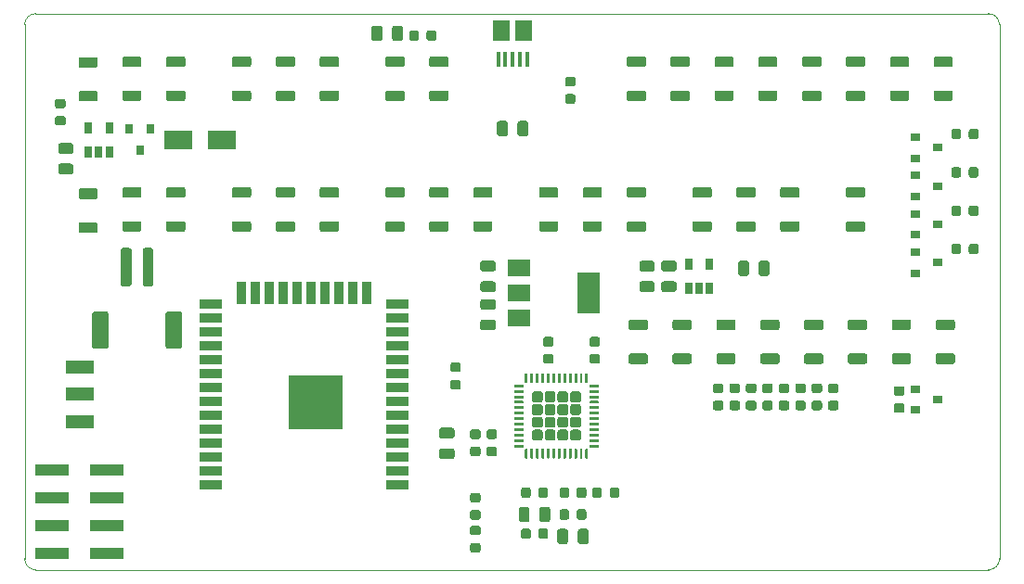
<source format=gbr>
G04 #@! TF.GenerationSoftware,KiCad,Pcbnew,5.1.5-1.fc31*
G04 #@! TF.CreationDate,2019-12-19T17:21:19-06:00*
G04 #@! TF.ProjectId,blinkencard,626c696e-6b65-46e6-9361-72642e6b6963,V2.0*
G04 #@! TF.SameCoordinates,Original*
G04 #@! TF.FileFunction,Paste,Top*
G04 #@! TF.FilePolarity,Positive*
%FSLAX46Y46*%
G04 Gerber Fmt 4.6, Leading zero omitted, Abs format (unit mm)*
G04 Created by KiCad (PCBNEW 5.1.5-1.fc31) date 2019-12-19 17:21:19*
%MOMM*%
%LPD*%
G04 APERTURE LIST*
G04 #@! TA.AperFunction,Profile*
%ADD10C,0.050000*%
G04 #@! TD*
%ADD11C,0.100000*%
%ADD12R,0.650000X1.060000*%
%ADD13R,2.500000X1.250000*%
%ADD14R,0.800000X0.900000*%
%ADD15R,2.500000X1.800000*%
%ADD16R,3.150000X1.000000*%
%ADD17R,2.000000X1.500000*%
%ADD18R,2.000000X3.800000*%
%ADD19R,2.000000X0.900000*%
%ADD20R,0.900000X2.000000*%
%ADD21R,5.000000X5.000000*%
%ADD22R,1.500000X1.900000*%
%ADD23R,0.400000X1.350000*%
%ADD24R,0.900000X0.800000*%
G04 APERTURE END LIST*
D10*
X23860000Y-73660000D02*
G75*
G02X22860000Y-72660000I0J1000000D01*
G01*
X111760000Y-72660000D02*
G75*
G02X110760000Y-73660000I-1000000J0D01*
G01*
X110760000Y-22860000D02*
G75*
G02X111760000Y-23860000I0J-1000000D01*
G01*
X22860000Y-23860000D02*
G75*
G02X23860000Y-22860000I1000000J0D01*
G01*
X22860000Y-23860000D02*
X22860000Y-72660000D01*
X23860000Y-73660000D02*
X110760000Y-73660000D01*
X111760000Y-23860000D02*
X111760000Y-72660000D01*
X23860000Y-22860000D02*
X110760000Y-22860000D01*
D11*
G04 #@! TO.C,C19*
G36*
X68565142Y-32661174D02*
G01*
X68588803Y-32664684D01*
X68612007Y-32670496D01*
X68634529Y-32678554D01*
X68656153Y-32688782D01*
X68676670Y-32701079D01*
X68695883Y-32715329D01*
X68713607Y-32731393D01*
X68729671Y-32749117D01*
X68743921Y-32768330D01*
X68756218Y-32788847D01*
X68766446Y-32810471D01*
X68774504Y-32832993D01*
X68780316Y-32856197D01*
X68783826Y-32879858D01*
X68785000Y-32903750D01*
X68785000Y-33816250D01*
X68783826Y-33840142D01*
X68780316Y-33863803D01*
X68774504Y-33887007D01*
X68766446Y-33909529D01*
X68756218Y-33931153D01*
X68743921Y-33951670D01*
X68729671Y-33970883D01*
X68713607Y-33988607D01*
X68695883Y-34004671D01*
X68676670Y-34018921D01*
X68656153Y-34031218D01*
X68634529Y-34041446D01*
X68612007Y-34049504D01*
X68588803Y-34055316D01*
X68565142Y-34058826D01*
X68541250Y-34060000D01*
X68053750Y-34060000D01*
X68029858Y-34058826D01*
X68006197Y-34055316D01*
X67982993Y-34049504D01*
X67960471Y-34041446D01*
X67938847Y-34031218D01*
X67918330Y-34018921D01*
X67899117Y-34004671D01*
X67881393Y-33988607D01*
X67865329Y-33970883D01*
X67851079Y-33951670D01*
X67838782Y-33931153D01*
X67828554Y-33909529D01*
X67820496Y-33887007D01*
X67814684Y-33863803D01*
X67811174Y-33840142D01*
X67810000Y-33816250D01*
X67810000Y-32903750D01*
X67811174Y-32879858D01*
X67814684Y-32856197D01*
X67820496Y-32832993D01*
X67828554Y-32810471D01*
X67838782Y-32788847D01*
X67851079Y-32768330D01*
X67865329Y-32749117D01*
X67881393Y-32731393D01*
X67899117Y-32715329D01*
X67918330Y-32701079D01*
X67938847Y-32688782D01*
X67960471Y-32678554D01*
X67982993Y-32670496D01*
X68006197Y-32664684D01*
X68029858Y-32661174D01*
X68053750Y-32660000D01*
X68541250Y-32660000D01*
X68565142Y-32661174D01*
G37*
G36*
X66690142Y-32661174D02*
G01*
X66713803Y-32664684D01*
X66737007Y-32670496D01*
X66759529Y-32678554D01*
X66781153Y-32688782D01*
X66801670Y-32701079D01*
X66820883Y-32715329D01*
X66838607Y-32731393D01*
X66854671Y-32749117D01*
X66868921Y-32768330D01*
X66881218Y-32788847D01*
X66891446Y-32810471D01*
X66899504Y-32832993D01*
X66905316Y-32856197D01*
X66908826Y-32879858D01*
X66910000Y-32903750D01*
X66910000Y-33816250D01*
X66908826Y-33840142D01*
X66905316Y-33863803D01*
X66899504Y-33887007D01*
X66891446Y-33909529D01*
X66881218Y-33931153D01*
X66868921Y-33951670D01*
X66854671Y-33970883D01*
X66838607Y-33988607D01*
X66820883Y-34004671D01*
X66801670Y-34018921D01*
X66781153Y-34031218D01*
X66759529Y-34041446D01*
X66737007Y-34049504D01*
X66713803Y-34055316D01*
X66690142Y-34058826D01*
X66666250Y-34060000D01*
X66178750Y-34060000D01*
X66154858Y-34058826D01*
X66131197Y-34055316D01*
X66107993Y-34049504D01*
X66085471Y-34041446D01*
X66063847Y-34031218D01*
X66043330Y-34018921D01*
X66024117Y-34004671D01*
X66006393Y-33988607D01*
X65990329Y-33970883D01*
X65976079Y-33951670D01*
X65963782Y-33931153D01*
X65953554Y-33909529D01*
X65945496Y-33887007D01*
X65939684Y-33863803D01*
X65936174Y-33840142D01*
X65935000Y-33816250D01*
X65935000Y-32903750D01*
X65936174Y-32879858D01*
X65939684Y-32856197D01*
X65945496Y-32832993D01*
X65953554Y-32810471D01*
X65963782Y-32788847D01*
X65976079Y-32768330D01*
X65990329Y-32749117D01*
X66006393Y-32731393D01*
X66024117Y-32715329D01*
X66043330Y-32701079D01*
X66063847Y-32688782D01*
X66085471Y-32678554D01*
X66107993Y-32670496D01*
X66131197Y-32664684D01*
X66154858Y-32661174D01*
X66178750Y-32660000D01*
X66666250Y-32660000D01*
X66690142Y-32661174D01*
G37*
G04 #@! TD*
D12*
G04 #@! TO.C,U5*
X28660000Y-33260000D03*
X30560000Y-33260000D03*
X30560000Y-35460000D03*
X29610000Y-35460000D03*
X28660000Y-35460000D03*
G04 #@! TD*
D13*
G04 #@! TO.C,SW5*
X27860000Y-60110000D03*
X27860000Y-57610000D03*
X27860000Y-55110000D03*
G04 #@! TD*
D11*
G04 #@! TO.C,R18*
G36*
X60187691Y-24386053D02*
G01*
X60208926Y-24389203D01*
X60229750Y-24394419D01*
X60249962Y-24401651D01*
X60269368Y-24410830D01*
X60287781Y-24421866D01*
X60305024Y-24434654D01*
X60320930Y-24449070D01*
X60335346Y-24464976D01*
X60348134Y-24482219D01*
X60359170Y-24500632D01*
X60368349Y-24520038D01*
X60375581Y-24540250D01*
X60380797Y-24561074D01*
X60383947Y-24582309D01*
X60385000Y-24603750D01*
X60385000Y-25116250D01*
X60383947Y-25137691D01*
X60380797Y-25158926D01*
X60375581Y-25179750D01*
X60368349Y-25199962D01*
X60359170Y-25219368D01*
X60348134Y-25237781D01*
X60335346Y-25255024D01*
X60320930Y-25270930D01*
X60305024Y-25285346D01*
X60287781Y-25298134D01*
X60269368Y-25309170D01*
X60249962Y-25318349D01*
X60229750Y-25325581D01*
X60208926Y-25330797D01*
X60187691Y-25333947D01*
X60166250Y-25335000D01*
X59728750Y-25335000D01*
X59707309Y-25333947D01*
X59686074Y-25330797D01*
X59665250Y-25325581D01*
X59645038Y-25318349D01*
X59625632Y-25309170D01*
X59607219Y-25298134D01*
X59589976Y-25285346D01*
X59574070Y-25270930D01*
X59559654Y-25255024D01*
X59546866Y-25237781D01*
X59535830Y-25219368D01*
X59526651Y-25199962D01*
X59519419Y-25179750D01*
X59514203Y-25158926D01*
X59511053Y-25137691D01*
X59510000Y-25116250D01*
X59510000Y-24603750D01*
X59511053Y-24582309D01*
X59514203Y-24561074D01*
X59519419Y-24540250D01*
X59526651Y-24520038D01*
X59535830Y-24500632D01*
X59546866Y-24482219D01*
X59559654Y-24464976D01*
X59574070Y-24449070D01*
X59589976Y-24434654D01*
X59607219Y-24421866D01*
X59625632Y-24410830D01*
X59645038Y-24401651D01*
X59665250Y-24394419D01*
X59686074Y-24389203D01*
X59707309Y-24386053D01*
X59728750Y-24385000D01*
X60166250Y-24385000D01*
X60187691Y-24386053D01*
G37*
G36*
X58612691Y-24386053D02*
G01*
X58633926Y-24389203D01*
X58654750Y-24394419D01*
X58674962Y-24401651D01*
X58694368Y-24410830D01*
X58712781Y-24421866D01*
X58730024Y-24434654D01*
X58745930Y-24449070D01*
X58760346Y-24464976D01*
X58773134Y-24482219D01*
X58784170Y-24500632D01*
X58793349Y-24520038D01*
X58800581Y-24540250D01*
X58805797Y-24561074D01*
X58808947Y-24582309D01*
X58810000Y-24603750D01*
X58810000Y-25116250D01*
X58808947Y-25137691D01*
X58805797Y-25158926D01*
X58800581Y-25179750D01*
X58793349Y-25199962D01*
X58784170Y-25219368D01*
X58773134Y-25237781D01*
X58760346Y-25255024D01*
X58745930Y-25270930D01*
X58730024Y-25285346D01*
X58712781Y-25298134D01*
X58694368Y-25309170D01*
X58674962Y-25318349D01*
X58654750Y-25325581D01*
X58633926Y-25330797D01*
X58612691Y-25333947D01*
X58591250Y-25335000D01*
X58153750Y-25335000D01*
X58132309Y-25333947D01*
X58111074Y-25330797D01*
X58090250Y-25325581D01*
X58070038Y-25318349D01*
X58050632Y-25309170D01*
X58032219Y-25298134D01*
X58014976Y-25285346D01*
X57999070Y-25270930D01*
X57984654Y-25255024D01*
X57971866Y-25237781D01*
X57960830Y-25219368D01*
X57951651Y-25199962D01*
X57944419Y-25179750D01*
X57939203Y-25158926D01*
X57936053Y-25137691D01*
X57935000Y-25116250D01*
X57935000Y-24603750D01*
X57936053Y-24582309D01*
X57939203Y-24561074D01*
X57944419Y-24540250D01*
X57951651Y-24520038D01*
X57960830Y-24500632D01*
X57971866Y-24482219D01*
X57984654Y-24464976D01*
X57999070Y-24449070D01*
X58014976Y-24434654D01*
X58032219Y-24421866D01*
X58050632Y-24410830D01*
X58070038Y-24401651D01*
X58090250Y-24394419D01*
X58111074Y-24389203D01*
X58132309Y-24386053D01*
X58153750Y-24385000D01*
X58591250Y-24385000D01*
X58612691Y-24386053D01*
G37*
G04 #@! TD*
G04 #@! TO.C,R9*
G36*
X26387691Y-32211053D02*
G01*
X26408926Y-32214203D01*
X26429750Y-32219419D01*
X26449962Y-32226651D01*
X26469368Y-32235830D01*
X26487781Y-32246866D01*
X26505024Y-32259654D01*
X26520930Y-32274070D01*
X26535346Y-32289976D01*
X26548134Y-32307219D01*
X26559170Y-32325632D01*
X26568349Y-32345038D01*
X26575581Y-32365250D01*
X26580797Y-32386074D01*
X26583947Y-32407309D01*
X26585000Y-32428750D01*
X26585000Y-32866250D01*
X26583947Y-32887691D01*
X26580797Y-32908926D01*
X26575581Y-32929750D01*
X26568349Y-32949962D01*
X26559170Y-32969368D01*
X26548134Y-32987781D01*
X26535346Y-33005024D01*
X26520930Y-33020930D01*
X26505024Y-33035346D01*
X26487781Y-33048134D01*
X26469368Y-33059170D01*
X26449962Y-33068349D01*
X26429750Y-33075581D01*
X26408926Y-33080797D01*
X26387691Y-33083947D01*
X26366250Y-33085000D01*
X25853750Y-33085000D01*
X25832309Y-33083947D01*
X25811074Y-33080797D01*
X25790250Y-33075581D01*
X25770038Y-33068349D01*
X25750632Y-33059170D01*
X25732219Y-33048134D01*
X25714976Y-33035346D01*
X25699070Y-33020930D01*
X25684654Y-33005024D01*
X25671866Y-32987781D01*
X25660830Y-32969368D01*
X25651651Y-32949962D01*
X25644419Y-32929750D01*
X25639203Y-32908926D01*
X25636053Y-32887691D01*
X25635000Y-32866250D01*
X25635000Y-32428750D01*
X25636053Y-32407309D01*
X25639203Y-32386074D01*
X25644419Y-32365250D01*
X25651651Y-32345038D01*
X25660830Y-32325632D01*
X25671866Y-32307219D01*
X25684654Y-32289976D01*
X25699070Y-32274070D01*
X25714976Y-32259654D01*
X25732219Y-32246866D01*
X25750632Y-32235830D01*
X25770038Y-32226651D01*
X25790250Y-32219419D01*
X25811074Y-32214203D01*
X25832309Y-32211053D01*
X25853750Y-32210000D01*
X26366250Y-32210000D01*
X26387691Y-32211053D01*
G37*
G36*
X26387691Y-30636053D02*
G01*
X26408926Y-30639203D01*
X26429750Y-30644419D01*
X26449962Y-30651651D01*
X26469368Y-30660830D01*
X26487781Y-30671866D01*
X26505024Y-30684654D01*
X26520930Y-30699070D01*
X26535346Y-30714976D01*
X26548134Y-30732219D01*
X26559170Y-30750632D01*
X26568349Y-30770038D01*
X26575581Y-30790250D01*
X26580797Y-30811074D01*
X26583947Y-30832309D01*
X26585000Y-30853750D01*
X26585000Y-31291250D01*
X26583947Y-31312691D01*
X26580797Y-31333926D01*
X26575581Y-31354750D01*
X26568349Y-31374962D01*
X26559170Y-31394368D01*
X26548134Y-31412781D01*
X26535346Y-31430024D01*
X26520930Y-31445930D01*
X26505024Y-31460346D01*
X26487781Y-31473134D01*
X26469368Y-31484170D01*
X26449962Y-31493349D01*
X26429750Y-31500581D01*
X26408926Y-31505797D01*
X26387691Y-31508947D01*
X26366250Y-31510000D01*
X25853750Y-31510000D01*
X25832309Y-31508947D01*
X25811074Y-31505797D01*
X25790250Y-31500581D01*
X25770038Y-31493349D01*
X25750632Y-31484170D01*
X25732219Y-31473134D01*
X25714976Y-31460346D01*
X25699070Y-31445930D01*
X25684654Y-31430024D01*
X25671866Y-31412781D01*
X25660830Y-31394368D01*
X25651651Y-31374962D01*
X25644419Y-31354750D01*
X25639203Y-31333926D01*
X25636053Y-31312691D01*
X25635000Y-31291250D01*
X25635000Y-30853750D01*
X25636053Y-30832309D01*
X25639203Y-30811074D01*
X25644419Y-30790250D01*
X25651651Y-30770038D01*
X25660830Y-30750632D01*
X25671866Y-30732219D01*
X25684654Y-30714976D01*
X25699070Y-30699070D01*
X25714976Y-30684654D01*
X25732219Y-30671866D01*
X25750632Y-30660830D01*
X25770038Y-30651651D01*
X25790250Y-30644419D01*
X25811074Y-30639203D01*
X25832309Y-30636053D01*
X25853750Y-30635000D01*
X26366250Y-30635000D01*
X26387691Y-30636053D01*
G37*
G04 #@! TD*
G04 #@! TO.C,R7*
G36*
X72887691Y-30211053D02*
G01*
X72908926Y-30214203D01*
X72929750Y-30219419D01*
X72949962Y-30226651D01*
X72969368Y-30235830D01*
X72987781Y-30246866D01*
X73005024Y-30259654D01*
X73020930Y-30274070D01*
X73035346Y-30289976D01*
X73048134Y-30307219D01*
X73059170Y-30325632D01*
X73068349Y-30345038D01*
X73075581Y-30365250D01*
X73080797Y-30386074D01*
X73083947Y-30407309D01*
X73085000Y-30428750D01*
X73085000Y-30866250D01*
X73083947Y-30887691D01*
X73080797Y-30908926D01*
X73075581Y-30929750D01*
X73068349Y-30949962D01*
X73059170Y-30969368D01*
X73048134Y-30987781D01*
X73035346Y-31005024D01*
X73020930Y-31020930D01*
X73005024Y-31035346D01*
X72987781Y-31048134D01*
X72969368Y-31059170D01*
X72949962Y-31068349D01*
X72929750Y-31075581D01*
X72908926Y-31080797D01*
X72887691Y-31083947D01*
X72866250Y-31085000D01*
X72353750Y-31085000D01*
X72332309Y-31083947D01*
X72311074Y-31080797D01*
X72290250Y-31075581D01*
X72270038Y-31068349D01*
X72250632Y-31059170D01*
X72232219Y-31048134D01*
X72214976Y-31035346D01*
X72199070Y-31020930D01*
X72184654Y-31005024D01*
X72171866Y-30987781D01*
X72160830Y-30969368D01*
X72151651Y-30949962D01*
X72144419Y-30929750D01*
X72139203Y-30908926D01*
X72136053Y-30887691D01*
X72135000Y-30866250D01*
X72135000Y-30428750D01*
X72136053Y-30407309D01*
X72139203Y-30386074D01*
X72144419Y-30365250D01*
X72151651Y-30345038D01*
X72160830Y-30325632D01*
X72171866Y-30307219D01*
X72184654Y-30289976D01*
X72199070Y-30274070D01*
X72214976Y-30259654D01*
X72232219Y-30246866D01*
X72250632Y-30235830D01*
X72270038Y-30226651D01*
X72290250Y-30219419D01*
X72311074Y-30214203D01*
X72332309Y-30211053D01*
X72353750Y-30210000D01*
X72866250Y-30210000D01*
X72887691Y-30211053D01*
G37*
G36*
X72887691Y-28636053D02*
G01*
X72908926Y-28639203D01*
X72929750Y-28644419D01*
X72949962Y-28651651D01*
X72969368Y-28660830D01*
X72987781Y-28671866D01*
X73005024Y-28684654D01*
X73020930Y-28699070D01*
X73035346Y-28714976D01*
X73048134Y-28732219D01*
X73059170Y-28750632D01*
X73068349Y-28770038D01*
X73075581Y-28790250D01*
X73080797Y-28811074D01*
X73083947Y-28832309D01*
X73085000Y-28853750D01*
X73085000Y-29291250D01*
X73083947Y-29312691D01*
X73080797Y-29333926D01*
X73075581Y-29354750D01*
X73068349Y-29374962D01*
X73059170Y-29394368D01*
X73048134Y-29412781D01*
X73035346Y-29430024D01*
X73020930Y-29445930D01*
X73005024Y-29460346D01*
X72987781Y-29473134D01*
X72969368Y-29484170D01*
X72949962Y-29493349D01*
X72929750Y-29500581D01*
X72908926Y-29505797D01*
X72887691Y-29508947D01*
X72866250Y-29510000D01*
X72353750Y-29510000D01*
X72332309Y-29508947D01*
X72311074Y-29505797D01*
X72290250Y-29500581D01*
X72270038Y-29493349D01*
X72250632Y-29484170D01*
X72232219Y-29473134D01*
X72214976Y-29460346D01*
X72199070Y-29445930D01*
X72184654Y-29430024D01*
X72171866Y-29412781D01*
X72160830Y-29394368D01*
X72151651Y-29374962D01*
X72144419Y-29354750D01*
X72139203Y-29333926D01*
X72136053Y-29312691D01*
X72135000Y-29291250D01*
X72135000Y-28853750D01*
X72136053Y-28832309D01*
X72139203Y-28811074D01*
X72144419Y-28790250D01*
X72151651Y-28770038D01*
X72160830Y-28750632D01*
X72171866Y-28732219D01*
X72184654Y-28714976D01*
X72199070Y-28699070D01*
X72214976Y-28684654D01*
X72232219Y-28671866D01*
X72250632Y-28660830D01*
X72270038Y-28651651D01*
X72290250Y-28644419D01*
X72311074Y-28639203D01*
X72332309Y-28636053D01*
X72353750Y-28635000D01*
X72866250Y-28635000D01*
X72887691Y-28636053D01*
G37*
G04 #@! TD*
D14*
G04 #@! TO.C,Q6*
X33360000Y-35360000D03*
X32410000Y-33360000D03*
X34310000Y-33360000D03*
G04 #@! TD*
D11*
G04 #@! TO.C,J3*
G36*
X36984504Y-50061204D02*
G01*
X37008773Y-50064804D01*
X37032571Y-50070765D01*
X37055671Y-50079030D01*
X37077849Y-50089520D01*
X37098893Y-50102133D01*
X37118598Y-50116747D01*
X37136777Y-50133223D01*
X37153253Y-50151402D01*
X37167867Y-50171107D01*
X37180480Y-50192151D01*
X37190970Y-50214329D01*
X37199235Y-50237429D01*
X37205196Y-50261227D01*
X37208796Y-50285496D01*
X37210000Y-50310000D01*
X37210000Y-53210000D01*
X37208796Y-53234504D01*
X37205196Y-53258773D01*
X37199235Y-53282571D01*
X37190970Y-53305671D01*
X37180480Y-53327849D01*
X37167867Y-53348893D01*
X37153253Y-53368598D01*
X37136777Y-53386777D01*
X37118598Y-53403253D01*
X37098893Y-53417867D01*
X37077849Y-53430480D01*
X37055671Y-53440970D01*
X37032571Y-53449235D01*
X37008773Y-53455196D01*
X36984504Y-53458796D01*
X36960000Y-53460000D01*
X35960000Y-53460000D01*
X35935496Y-53458796D01*
X35911227Y-53455196D01*
X35887429Y-53449235D01*
X35864329Y-53440970D01*
X35842151Y-53430480D01*
X35821107Y-53417867D01*
X35801402Y-53403253D01*
X35783223Y-53386777D01*
X35766747Y-53368598D01*
X35752133Y-53348893D01*
X35739520Y-53327849D01*
X35729030Y-53305671D01*
X35720765Y-53282571D01*
X35714804Y-53258773D01*
X35711204Y-53234504D01*
X35710000Y-53210000D01*
X35710000Y-50310000D01*
X35711204Y-50285496D01*
X35714804Y-50261227D01*
X35720765Y-50237429D01*
X35729030Y-50214329D01*
X35739520Y-50192151D01*
X35752133Y-50171107D01*
X35766747Y-50151402D01*
X35783223Y-50133223D01*
X35801402Y-50116747D01*
X35821107Y-50102133D01*
X35842151Y-50089520D01*
X35864329Y-50079030D01*
X35887429Y-50070765D01*
X35911227Y-50064804D01*
X35935496Y-50061204D01*
X35960000Y-50060000D01*
X36960000Y-50060000D01*
X36984504Y-50061204D01*
G37*
G36*
X30284504Y-50061204D02*
G01*
X30308773Y-50064804D01*
X30332571Y-50070765D01*
X30355671Y-50079030D01*
X30377849Y-50089520D01*
X30398893Y-50102133D01*
X30418598Y-50116747D01*
X30436777Y-50133223D01*
X30453253Y-50151402D01*
X30467867Y-50171107D01*
X30480480Y-50192151D01*
X30490970Y-50214329D01*
X30499235Y-50237429D01*
X30505196Y-50261227D01*
X30508796Y-50285496D01*
X30510000Y-50310000D01*
X30510000Y-53210000D01*
X30508796Y-53234504D01*
X30505196Y-53258773D01*
X30499235Y-53282571D01*
X30490970Y-53305671D01*
X30480480Y-53327849D01*
X30467867Y-53348893D01*
X30453253Y-53368598D01*
X30436777Y-53386777D01*
X30418598Y-53403253D01*
X30398893Y-53417867D01*
X30377849Y-53430480D01*
X30355671Y-53440970D01*
X30332571Y-53449235D01*
X30308773Y-53455196D01*
X30284504Y-53458796D01*
X30260000Y-53460000D01*
X29260000Y-53460000D01*
X29235496Y-53458796D01*
X29211227Y-53455196D01*
X29187429Y-53449235D01*
X29164329Y-53440970D01*
X29142151Y-53430480D01*
X29121107Y-53417867D01*
X29101402Y-53403253D01*
X29083223Y-53386777D01*
X29066747Y-53368598D01*
X29052133Y-53348893D01*
X29039520Y-53327849D01*
X29029030Y-53305671D01*
X29020765Y-53282571D01*
X29014804Y-53258773D01*
X29011204Y-53234504D01*
X29010000Y-53210000D01*
X29010000Y-50310000D01*
X29011204Y-50285496D01*
X29014804Y-50261227D01*
X29020765Y-50237429D01*
X29029030Y-50214329D01*
X29039520Y-50192151D01*
X29052133Y-50171107D01*
X29066747Y-50151402D01*
X29083223Y-50133223D01*
X29101402Y-50116747D01*
X29121107Y-50102133D01*
X29142151Y-50089520D01*
X29164329Y-50079030D01*
X29187429Y-50070765D01*
X29211227Y-50064804D01*
X29235496Y-50061204D01*
X29260000Y-50060000D01*
X30260000Y-50060000D01*
X30284504Y-50061204D01*
G37*
G36*
X34384504Y-44261204D02*
G01*
X34408773Y-44264804D01*
X34432571Y-44270765D01*
X34455671Y-44279030D01*
X34477849Y-44289520D01*
X34498893Y-44302133D01*
X34518598Y-44316747D01*
X34536777Y-44333223D01*
X34553253Y-44351402D01*
X34567867Y-44371107D01*
X34580480Y-44392151D01*
X34590970Y-44414329D01*
X34599235Y-44437429D01*
X34605196Y-44461227D01*
X34608796Y-44485496D01*
X34610000Y-44510000D01*
X34610000Y-47510000D01*
X34608796Y-47534504D01*
X34605196Y-47558773D01*
X34599235Y-47582571D01*
X34590970Y-47605671D01*
X34580480Y-47627849D01*
X34567867Y-47648893D01*
X34553253Y-47668598D01*
X34536777Y-47686777D01*
X34518598Y-47703253D01*
X34498893Y-47717867D01*
X34477849Y-47730480D01*
X34455671Y-47740970D01*
X34432571Y-47749235D01*
X34408773Y-47755196D01*
X34384504Y-47758796D01*
X34360000Y-47760000D01*
X33860000Y-47760000D01*
X33835496Y-47758796D01*
X33811227Y-47755196D01*
X33787429Y-47749235D01*
X33764329Y-47740970D01*
X33742151Y-47730480D01*
X33721107Y-47717867D01*
X33701402Y-47703253D01*
X33683223Y-47686777D01*
X33666747Y-47668598D01*
X33652133Y-47648893D01*
X33639520Y-47627849D01*
X33629030Y-47605671D01*
X33620765Y-47582571D01*
X33614804Y-47558773D01*
X33611204Y-47534504D01*
X33610000Y-47510000D01*
X33610000Y-44510000D01*
X33611204Y-44485496D01*
X33614804Y-44461227D01*
X33620765Y-44437429D01*
X33629030Y-44414329D01*
X33639520Y-44392151D01*
X33652133Y-44371107D01*
X33666747Y-44351402D01*
X33683223Y-44333223D01*
X33701402Y-44316747D01*
X33721107Y-44302133D01*
X33742151Y-44289520D01*
X33764329Y-44279030D01*
X33787429Y-44270765D01*
X33811227Y-44264804D01*
X33835496Y-44261204D01*
X33860000Y-44260000D01*
X34360000Y-44260000D01*
X34384504Y-44261204D01*
G37*
G36*
X32384504Y-44261204D02*
G01*
X32408773Y-44264804D01*
X32432571Y-44270765D01*
X32455671Y-44279030D01*
X32477849Y-44289520D01*
X32498893Y-44302133D01*
X32518598Y-44316747D01*
X32536777Y-44333223D01*
X32553253Y-44351402D01*
X32567867Y-44371107D01*
X32580480Y-44392151D01*
X32590970Y-44414329D01*
X32599235Y-44437429D01*
X32605196Y-44461227D01*
X32608796Y-44485496D01*
X32610000Y-44510000D01*
X32610000Y-47510000D01*
X32608796Y-47534504D01*
X32605196Y-47558773D01*
X32599235Y-47582571D01*
X32590970Y-47605671D01*
X32580480Y-47627849D01*
X32567867Y-47648893D01*
X32553253Y-47668598D01*
X32536777Y-47686777D01*
X32518598Y-47703253D01*
X32498893Y-47717867D01*
X32477849Y-47730480D01*
X32455671Y-47740970D01*
X32432571Y-47749235D01*
X32408773Y-47755196D01*
X32384504Y-47758796D01*
X32360000Y-47760000D01*
X31860000Y-47760000D01*
X31835496Y-47758796D01*
X31811227Y-47755196D01*
X31787429Y-47749235D01*
X31764329Y-47740970D01*
X31742151Y-47730480D01*
X31721107Y-47717867D01*
X31701402Y-47703253D01*
X31683223Y-47686777D01*
X31666747Y-47668598D01*
X31652133Y-47648893D01*
X31639520Y-47627849D01*
X31629030Y-47605671D01*
X31620765Y-47582571D01*
X31614804Y-47558773D01*
X31611204Y-47534504D01*
X31610000Y-47510000D01*
X31610000Y-44510000D01*
X31611204Y-44485496D01*
X31614804Y-44461227D01*
X31620765Y-44437429D01*
X31629030Y-44414329D01*
X31639520Y-44392151D01*
X31652133Y-44371107D01*
X31666747Y-44351402D01*
X31683223Y-44333223D01*
X31701402Y-44316747D01*
X31721107Y-44302133D01*
X31742151Y-44289520D01*
X31764329Y-44279030D01*
X31787429Y-44270765D01*
X31811227Y-44264804D01*
X31835496Y-44261204D01*
X31860000Y-44260000D01*
X32360000Y-44260000D01*
X32384504Y-44261204D01*
G37*
G04 #@! TD*
G04 #@! TO.C,D2*
G36*
X57127642Y-23961174D02*
G01*
X57151303Y-23964684D01*
X57174507Y-23970496D01*
X57197029Y-23978554D01*
X57218653Y-23988782D01*
X57239170Y-24001079D01*
X57258383Y-24015329D01*
X57276107Y-24031393D01*
X57292171Y-24049117D01*
X57306421Y-24068330D01*
X57318718Y-24088847D01*
X57328946Y-24110471D01*
X57337004Y-24132993D01*
X57342816Y-24156197D01*
X57346326Y-24179858D01*
X57347500Y-24203750D01*
X57347500Y-25116250D01*
X57346326Y-25140142D01*
X57342816Y-25163803D01*
X57337004Y-25187007D01*
X57328946Y-25209529D01*
X57318718Y-25231153D01*
X57306421Y-25251670D01*
X57292171Y-25270883D01*
X57276107Y-25288607D01*
X57258383Y-25304671D01*
X57239170Y-25318921D01*
X57218653Y-25331218D01*
X57197029Y-25341446D01*
X57174507Y-25349504D01*
X57151303Y-25355316D01*
X57127642Y-25358826D01*
X57103750Y-25360000D01*
X56616250Y-25360000D01*
X56592358Y-25358826D01*
X56568697Y-25355316D01*
X56545493Y-25349504D01*
X56522971Y-25341446D01*
X56501347Y-25331218D01*
X56480830Y-25318921D01*
X56461617Y-25304671D01*
X56443893Y-25288607D01*
X56427829Y-25270883D01*
X56413579Y-25251670D01*
X56401282Y-25231153D01*
X56391054Y-25209529D01*
X56382996Y-25187007D01*
X56377184Y-25163803D01*
X56373674Y-25140142D01*
X56372500Y-25116250D01*
X56372500Y-24203750D01*
X56373674Y-24179858D01*
X56377184Y-24156197D01*
X56382996Y-24132993D01*
X56391054Y-24110471D01*
X56401282Y-24088847D01*
X56413579Y-24068330D01*
X56427829Y-24049117D01*
X56443893Y-24031393D01*
X56461617Y-24015329D01*
X56480830Y-24001079D01*
X56501347Y-23988782D01*
X56522971Y-23978554D01*
X56545493Y-23970496D01*
X56568697Y-23964684D01*
X56592358Y-23961174D01*
X56616250Y-23960000D01*
X57103750Y-23960000D01*
X57127642Y-23961174D01*
G37*
G36*
X55252642Y-23961174D02*
G01*
X55276303Y-23964684D01*
X55299507Y-23970496D01*
X55322029Y-23978554D01*
X55343653Y-23988782D01*
X55364170Y-24001079D01*
X55383383Y-24015329D01*
X55401107Y-24031393D01*
X55417171Y-24049117D01*
X55431421Y-24068330D01*
X55443718Y-24088847D01*
X55453946Y-24110471D01*
X55462004Y-24132993D01*
X55467816Y-24156197D01*
X55471326Y-24179858D01*
X55472500Y-24203750D01*
X55472500Y-25116250D01*
X55471326Y-25140142D01*
X55467816Y-25163803D01*
X55462004Y-25187007D01*
X55453946Y-25209529D01*
X55443718Y-25231153D01*
X55431421Y-25251670D01*
X55417171Y-25270883D01*
X55401107Y-25288607D01*
X55383383Y-25304671D01*
X55364170Y-25318921D01*
X55343653Y-25331218D01*
X55322029Y-25341446D01*
X55299507Y-25349504D01*
X55276303Y-25355316D01*
X55252642Y-25358826D01*
X55228750Y-25360000D01*
X54741250Y-25360000D01*
X54717358Y-25358826D01*
X54693697Y-25355316D01*
X54670493Y-25349504D01*
X54647971Y-25341446D01*
X54626347Y-25331218D01*
X54605830Y-25318921D01*
X54586617Y-25304671D01*
X54568893Y-25288607D01*
X54552829Y-25270883D01*
X54538579Y-25251670D01*
X54526282Y-25231153D01*
X54516054Y-25209529D01*
X54507996Y-25187007D01*
X54502184Y-25163803D01*
X54498674Y-25140142D01*
X54497500Y-25116250D01*
X54497500Y-24203750D01*
X54498674Y-24179858D01*
X54502184Y-24156197D01*
X54507996Y-24132993D01*
X54516054Y-24110471D01*
X54526282Y-24088847D01*
X54538579Y-24068330D01*
X54552829Y-24049117D01*
X54568893Y-24031393D01*
X54586617Y-24015329D01*
X54605830Y-24001079D01*
X54626347Y-23988782D01*
X54647971Y-23978554D01*
X54670493Y-23970496D01*
X54693697Y-23964684D01*
X54717358Y-23961174D01*
X54741250Y-23960000D01*
X55228750Y-23960000D01*
X55252642Y-23961174D01*
G37*
G04 #@! TD*
D15*
G04 #@! TO.C,D1*
X40860000Y-34360000D03*
X36860000Y-34360000D03*
G04 #@! TD*
D11*
G04 #@! TO.C,C16*
G36*
X27090142Y-34686174D02*
G01*
X27113803Y-34689684D01*
X27137007Y-34695496D01*
X27159529Y-34703554D01*
X27181153Y-34713782D01*
X27201670Y-34726079D01*
X27220883Y-34740329D01*
X27238607Y-34756393D01*
X27254671Y-34774117D01*
X27268921Y-34793330D01*
X27281218Y-34813847D01*
X27291446Y-34835471D01*
X27299504Y-34857993D01*
X27305316Y-34881197D01*
X27308826Y-34904858D01*
X27310000Y-34928750D01*
X27310000Y-35416250D01*
X27308826Y-35440142D01*
X27305316Y-35463803D01*
X27299504Y-35487007D01*
X27291446Y-35509529D01*
X27281218Y-35531153D01*
X27268921Y-35551670D01*
X27254671Y-35570883D01*
X27238607Y-35588607D01*
X27220883Y-35604671D01*
X27201670Y-35618921D01*
X27181153Y-35631218D01*
X27159529Y-35641446D01*
X27137007Y-35649504D01*
X27113803Y-35655316D01*
X27090142Y-35658826D01*
X27066250Y-35660000D01*
X26153750Y-35660000D01*
X26129858Y-35658826D01*
X26106197Y-35655316D01*
X26082993Y-35649504D01*
X26060471Y-35641446D01*
X26038847Y-35631218D01*
X26018330Y-35618921D01*
X25999117Y-35604671D01*
X25981393Y-35588607D01*
X25965329Y-35570883D01*
X25951079Y-35551670D01*
X25938782Y-35531153D01*
X25928554Y-35509529D01*
X25920496Y-35487007D01*
X25914684Y-35463803D01*
X25911174Y-35440142D01*
X25910000Y-35416250D01*
X25910000Y-34928750D01*
X25911174Y-34904858D01*
X25914684Y-34881197D01*
X25920496Y-34857993D01*
X25928554Y-34835471D01*
X25938782Y-34813847D01*
X25951079Y-34793330D01*
X25965329Y-34774117D01*
X25981393Y-34756393D01*
X25999117Y-34740329D01*
X26018330Y-34726079D01*
X26038847Y-34713782D01*
X26060471Y-34703554D01*
X26082993Y-34695496D01*
X26106197Y-34689684D01*
X26129858Y-34686174D01*
X26153750Y-34685000D01*
X27066250Y-34685000D01*
X27090142Y-34686174D01*
G37*
G36*
X27090142Y-36561174D02*
G01*
X27113803Y-36564684D01*
X27137007Y-36570496D01*
X27159529Y-36578554D01*
X27181153Y-36588782D01*
X27201670Y-36601079D01*
X27220883Y-36615329D01*
X27238607Y-36631393D01*
X27254671Y-36649117D01*
X27268921Y-36668330D01*
X27281218Y-36688847D01*
X27291446Y-36710471D01*
X27299504Y-36732993D01*
X27305316Y-36756197D01*
X27308826Y-36779858D01*
X27310000Y-36803750D01*
X27310000Y-37291250D01*
X27308826Y-37315142D01*
X27305316Y-37338803D01*
X27299504Y-37362007D01*
X27291446Y-37384529D01*
X27281218Y-37406153D01*
X27268921Y-37426670D01*
X27254671Y-37445883D01*
X27238607Y-37463607D01*
X27220883Y-37479671D01*
X27201670Y-37493921D01*
X27181153Y-37506218D01*
X27159529Y-37516446D01*
X27137007Y-37524504D01*
X27113803Y-37530316D01*
X27090142Y-37533826D01*
X27066250Y-37535000D01*
X26153750Y-37535000D01*
X26129858Y-37533826D01*
X26106197Y-37530316D01*
X26082993Y-37524504D01*
X26060471Y-37516446D01*
X26038847Y-37506218D01*
X26018330Y-37493921D01*
X25999117Y-37479671D01*
X25981393Y-37463607D01*
X25965329Y-37445883D01*
X25951079Y-37426670D01*
X25938782Y-37406153D01*
X25928554Y-37384529D01*
X25920496Y-37362007D01*
X25914684Y-37338803D01*
X25911174Y-37315142D01*
X25910000Y-37291250D01*
X25910000Y-36803750D01*
X25911174Y-36779858D01*
X25914684Y-36756197D01*
X25920496Y-36732993D01*
X25928554Y-36710471D01*
X25938782Y-36688847D01*
X25951079Y-36668330D01*
X25965329Y-36649117D01*
X25981393Y-36631393D01*
X25999117Y-36615329D01*
X26018330Y-36601079D01*
X26038847Y-36588782D01*
X26060471Y-36578554D01*
X26082993Y-36570496D01*
X26106197Y-36564684D01*
X26129858Y-36561174D01*
X26153750Y-36560000D01*
X27066250Y-36560000D01*
X27090142Y-36561174D01*
G37*
G04 #@! TD*
G04 #@! TO.C,C6*
G36*
X65737691Y-62411053D02*
G01*
X65758926Y-62414203D01*
X65779750Y-62419419D01*
X65799962Y-62426651D01*
X65819368Y-62435830D01*
X65837781Y-62446866D01*
X65855024Y-62459654D01*
X65870930Y-62474070D01*
X65885346Y-62489976D01*
X65898134Y-62507219D01*
X65909170Y-62525632D01*
X65918349Y-62545038D01*
X65925581Y-62565250D01*
X65930797Y-62586074D01*
X65933947Y-62607309D01*
X65935000Y-62628750D01*
X65935000Y-63066250D01*
X65933947Y-63087691D01*
X65930797Y-63108926D01*
X65925581Y-63129750D01*
X65918349Y-63149962D01*
X65909170Y-63169368D01*
X65898134Y-63187781D01*
X65885346Y-63205024D01*
X65870930Y-63220930D01*
X65855024Y-63235346D01*
X65837781Y-63248134D01*
X65819368Y-63259170D01*
X65799962Y-63268349D01*
X65779750Y-63275581D01*
X65758926Y-63280797D01*
X65737691Y-63283947D01*
X65716250Y-63285000D01*
X65203750Y-63285000D01*
X65182309Y-63283947D01*
X65161074Y-63280797D01*
X65140250Y-63275581D01*
X65120038Y-63268349D01*
X65100632Y-63259170D01*
X65082219Y-63248134D01*
X65064976Y-63235346D01*
X65049070Y-63220930D01*
X65034654Y-63205024D01*
X65021866Y-63187781D01*
X65010830Y-63169368D01*
X65001651Y-63149962D01*
X64994419Y-63129750D01*
X64989203Y-63108926D01*
X64986053Y-63087691D01*
X64985000Y-63066250D01*
X64985000Y-62628750D01*
X64986053Y-62607309D01*
X64989203Y-62586074D01*
X64994419Y-62565250D01*
X65001651Y-62545038D01*
X65010830Y-62525632D01*
X65021866Y-62507219D01*
X65034654Y-62489976D01*
X65049070Y-62474070D01*
X65064976Y-62459654D01*
X65082219Y-62446866D01*
X65100632Y-62435830D01*
X65120038Y-62426651D01*
X65140250Y-62419419D01*
X65161074Y-62414203D01*
X65182309Y-62411053D01*
X65203750Y-62410000D01*
X65716250Y-62410000D01*
X65737691Y-62411053D01*
G37*
G36*
X65737691Y-60836053D02*
G01*
X65758926Y-60839203D01*
X65779750Y-60844419D01*
X65799962Y-60851651D01*
X65819368Y-60860830D01*
X65837781Y-60871866D01*
X65855024Y-60884654D01*
X65870930Y-60899070D01*
X65885346Y-60914976D01*
X65898134Y-60932219D01*
X65909170Y-60950632D01*
X65918349Y-60970038D01*
X65925581Y-60990250D01*
X65930797Y-61011074D01*
X65933947Y-61032309D01*
X65935000Y-61053750D01*
X65935000Y-61491250D01*
X65933947Y-61512691D01*
X65930797Y-61533926D01*
X65925581Y-61554750D01*
X65918349Y-61574962D01*
X65909170Y-61594368D01*
X65898134Y-61612781D01*
X65885346Y-61630024D01*
X65870930Y-61645930D01*
X65855024Y-61660346D01*
X65837781Y-61673134D01*
X65819368Y-61684170D01*
X65799962Y-61693349D01*
X65779750Y-61700581D01*
X65758926Y-61705797D01*
X65737691Y-61708947D01*
X65716250Y-61710000D01*
X65203750Y-61710000D01*
X65182309Y-61708947D01*
X65161074Y-61705797D01*
X65140250Y-61700581D01*
X65120038Y-61693349D01*
X65100632Y-61684170D01*
X65082219Y-61673134D01*
X65064976Y-61660346D01*
X65049070Y-61645930D01*
X65034654Y-61630024D01*
X65021866Y-61612781D01*
X65010830Y-61594368D01*
X65001651Y-61574962D01*
X64994419Y-61554750D01*
X64989203Y-61533926D01*
X64986053Y-61512691D01*
X64985000Y-61491250D01*
X64985000Y-61053750D01*
X64986053Y-61032309D01*
X64989203Y-61011074D01*
X64994419Y-60990250D01*
X65001651Y-60970038D01*
X65010830Y-60950632D01*
X65021866Y-60932219D01*
X65034654Y-60914976D01*
X65049070Y-60899070D01*
X65064976Y-60884654D01*
X65082219Y-60871866D01*
X65100632Y-60860830D01*
X65120038Y-60851651D01*
X65140250Y-60844419D01*
X65161074Y-60839203D01*
X65182309Y-60836053D01*
X65203750Y-60835000D01*
X65716250Y-60835000D01*
X65737691Y-60836053D01*
G37*
G04 #@! TD*
D16*
G04 #@! TO.C,J2*
X30385000Y-72170000D03*
X25335000Y-72170000D03*
X30385000Y-69630000D03*
X25335000Y-69630000D03*
X30385000Y-67090000D03*
X25335000Y-67090000D03*
X30385000Y-64550000D03*
X25335000Y-64550000D03*
G04 #@! TD*
D11*
G04 #@! TO.C,U1*
G36*
X73377511Y-57368805D02*
G01*
X73401714Y-57372395D01*
X73425448Y-57378340D01*
X73448485Y-57386583D01*
X73470603Y-57397044D01*
X73491589Y-57409623D01*
X73511242Y-57424198D01*
X73529371Y-57440629D01*
X73545802Y-57458758D01*
X73560377Y-57478411D01*
X73572956Y-57499397D01*
X73583417Y-57521515D01*
X73591660Y-57544552D01*
X73597605Y-57568286D01*
X73601195Y-57592489D01*
X73602396Y-57616927D01*
X73602396Y-58115573D01*
X73601195Y-58140011D01*
X73597605Y-58164214D01*
X73591660Y-58187948D01*
X73583417Y-58210985D01*
X73572956Y-58233103D01*
X73560377Y-58254089D01*
X73545802Y-58273742D01*
X73529371Y-58291871D01*
X73511242Y-58308302D01*
X73491589Y-58322877D01*
X73470603Y-58335456D01*
X73448485Y-58345917D01*
X73425448Y-58354160D01*
X73401714Y-58360105D01*
X73377511Y-58363695D01*
X73353073Y-58364896D01*
X72854427Y-58364896D01*
X72829989Y-58363695D01*
X72805786Y-58360105D01*
X72782052Y-58354160D01*
X72759015Y-58345917D01*
X72736897Y-58335456D01*
X72715911Y-58322877D01*
X72696258Y-58308302D01*
X72678129Y-58291871D01*
X72661698Y-58273742D01*
X72647123Y-58254089D01*
X72634544Y-58233103D01*
X72624083Y-58210985D01*
X72615840Y-58187948D01*
X72609895Y-58164214D01*
X72606305Y-58140011D01*
X72605104Y-58115573D01*
X72605104Y-57616927D01*
X72606305Y-57592489D01*
X72609895Y-57568286D01*
X72615840Y-57544552D01*
X72624083Y-57521515D01*
X72634544Y-57499397D01*
X72647123Y-57478411D01*
X72661698Y-57458758D01*
X72678129Y-57440629D01*
X72696258Y-57424198D01*
X72715911Y-57409623D01*
X72736897Y-57397044D01*
X72759015Y-57386583D01*
X72782052Y-57378340D01*
X72805786Y-57372395D01*
X72829989Y-57368805D01*
X72854427Y-57367604D01*
X73353073Y-57367604D01*
X73377511Y-57368805D01*
G37*
G36*
X72215011Y-57368805D02*
G01*
X72239214Y-57372395D01*
X72262948Y-57378340D01*
X72285985Y-57386583D01*
X72308103Y-57397044D01*
X72329089Y-57409623D01*
X72348742Y-57424198D01*
X72366871Y-57440629D01*
X72383302Y-57458758D01*
X72397877Y-57478411D01*
X72410456Y-57499397D01*
X72420917Y-57521515D01*
X72429160Y-57544552D01*
X72435105Y-57568286D01*
X72438695Y-57592489D01*
X72439896Y-57616927D01*
X72439896Y-58115573D01*
X72438695Y-58140011D01*
X72435105Y-58164214D01*
X72429160Y-58187948D01*
X72420917Y-58210985D01*
X72410456Y-58233103D01*
X72397877Y-58254089D01*
X72383302Y-58273742D01*
X72366871Y-58291871D01*
X72348742Y-58308302D01*
X72329089Y-58322877D01*
X72308103Y-58335456D01*
X72285985Y-58345917D01*
X72262948Y-58354160D01*
X72239214Y-58360105D01*
X72215011Y-58363695D01*
X72190573Y-58364896D01*
X71691927Y-58364896D01*
X71667489Y-58363695D01*
X71643286Y-58360105D01*
X71619552Y-58354160D01*
X71596515Y-58345917D01*
X71574397Y-58335456D01*
X71553411Y-58322877D01*
X71533758Y-58308302D01*
X71515629Y-58291871D01*
X71499198Y-58273742D01*
X71484623Y-58254089D01*
X71472044Y-58233103D01*
X71461583Y-58210985D01*
X71453340Y-58187948D01*
X71447395Y-58164214D01*
X71443805Y-58140011D01*
X71442604Y-58115573D01*
X71442604Y-57616927D01*
X71443805Y-57592489D01*
X71447395Y-57568286D01*
X71453340Y-57544552D01*
X71461583Y-57521515D01*
X71472044Y-57499397D01*
X71484623Y-57478411D01*
X71499198Y-57458758D01*
X71515629Y-57440629D01*
X71533758Y-57424198D01*
X71553411Y-57409623D01*
X71574397Y-57397044D01*
X71596515Y-57386583D01*
X71619552Y-57378340D01*
X71643286Y-57372395D01*
X71667489Y-57368805D01*
X71691927Y-57367604D01*
X72190573Y-57367604D01*
X72215011Y-57368805D01*
G37*
G36*
X71052511Y-57368805D02*
G01*
X71076714Y-57372395D01*
X71100448Y-57378340D01*
X71123485Y-57386583D01*
X71145603Y-57397044D01*
X71166589Y-57409623D01*
X71186242Y-57424198D01*
X71204371Y-57440629D01*
X71220802Y-57458758D01*
X71235377Y-57478411D01*
X71247956Y-57499397D01*
X71258417Y-57521515D01*
X71266660Y-57544552D01*
X71272605Y-57568286D01*
X71276195Y-57592489D01*
X71277396Y-57616927D01*
X71277396Y-58115573D01*
X71276195Y-58140011D01*
X71272605Y-58164214D01*
X71266660Y-58187948D01*
X71258417Y-58210985D01*
X71247956Y-58233103D01*
X71235377Y-58254089D01*
X71220802Y-58273742D01*
X71204371Y-58291871D01*
X71186242Y-58308302D01*
X71166589Y-58322877D01*
X71145603Y-58335456D01*
X71123485Y-58345917D01*
X71100448Y-58354160D01*
X71076714Y-58360105D01*
X71052511Y-58363695D01*
X71028073Y-58364896D01*
X70529427Y-58364896D01*
X70504989Y-58363695D01*
X70480786Y-58360105D01*
X70457052Y-58354160D01*
X70434015Y-58345917D01*
X70411897Y-58335456D01*
X70390911Y-58322877D01*
X70371258Y-58308302D01*
X70353129Y-58291871D01*
X70336698Y-58273742D01*
X70322123Y-58254089D01*
X70309544Y-58233103D01*
X70299083Y-58210985D01*
X70290840Y-58187948D01*
X70284895Y-58164214D01*
X70281305Y-58140011D01*
X70280104Y-58115573D01*
X70280104Y-57616927D01*
X70281305Y-57592489D01*
X70284895Y-57568286D01*
X70290840Y-57544552D01*
X70299083Y-57521515D01*
X70309544Y-57499397D01*
X70322123Y-57478411D01*
X70336698Y-57458758D01*
X70353129Y-57440629D01*
X70371258Y-57424198D01*
X70390911Y-57409623D01*
X70411897Y-57397044D01*
X70434015Y-57386583D01*
X70457052Y-57378340D01*
X70480786Y-57372395D01*
X70504989Y-57368805D01*
X70529427Y-57367604D01*
X71028073Y-57367604D01*
X71052511Y-57368805D01*
G37*
G36*
X69890011Y-57368805D02*
G01*
X69914214Y-57372395D01*
X69937948Y-57378340D01*
X69960985Y-57386583D01*
X69983103Y-57397044D01*
X70004089Y-57409623D01*
X70023742Y-57424198D01*
X70041871Y-57440629D01*
X70058302Y-57458758D01*
X70072877Y-57478411D01*
X70085456Y-57499397D01*
X70095917Y-57521515D01*
X70104160Y-57544552D01*
X70110105Y-57568286D01*
X70113695Y-57592489D01*
X70114896Y-57616927D01*
X70114896Y-58115573D01*
X70113695Y-58140011D01*
X70110105Y-58164214D01*
X70104160Y-58187948D01*
X70095917Y-58210985D01*
X70085456Y-58233103D01*
X70072877Y-58254089D01*
X70058302Y-58273742D01*
X70041871Y-58291871D01*
X70023742Y-58308302D01*
X70004089Y-58322877D01*
X69983103Y-58335456D01*
X69960985Y-58345917D01*
X69937948Y-58354160D01*
X69914214Y-58360105D01*
X69890011Y-58363695D01*
X69865573Y-58364896D01*
X69366927Y-58364896D01*
X69342489Y-58363695D01*
X69318286Y-58360105D01*
X69294552Y-58354160D01*
X69271515Y-58345917D01*
X69249397Y-58335456D01*
X69228411Y-58322877D01*
X69208758Y-58308302D01*
X69190629Y-58291871D01*
X69174198Y-58273742D01*
X69159623Y-58254089D01*
X69147044Y-58233103D01*
X69136583Y-58210985D01*
X69128340Y-58187948D01*
X69122395Y-58164214D01*
X69118805Y-58140011D01*
X69117604Y-58115573D01*
X69117604Y-57616927D01*
X69118805Y-57592489D01*
X69122395Y-57568286D01*
X69128340Y-57544552D01*
X69136583Y-57521515D01*
X69147044Y-57499397D01*
X69159623Y-57478411D01*
X69174198Y-57458758D01*
X69190629Y-57440629D01*
X69208758Y-57424198D01*
X69228411Y-57409623D01*
X69249397Y-57397044D01*
X69271515Y-57386583D01*
X69294552Y-57378340D01*
X69318286Y-57372395D01*
X69342489Y-57368805D01*
X69366927Y-57367604D01*
X69865573Y-57367604D01*
X69890011Y-57368805D01*
G37*
G36*
X73377511Y-58531305D02*
G01*
X73401714Y-58534895D01*
X73425448Y-58540840D01*
X73448485Y-58549083D01*
X73470603Y-58559544D01*
X73491589Y-58572123D01*
X73511242Y-58586698D01*
X73529371Y-58603129D01*
X73545802Y-58621258D01*
X73560377Y-58640911D01*
X73572956Y-58661897D01*
X73583417Y-58684015D01*
X73591660Y-58707052D01*
X73597605Y-58730786D01*
X73601195Y-58754989D01*
X73602396Y-58779427D01*
X73602396Y-59278073D01*
X73601195Y-59302511D01*
X73597605Y-59326714D01*
X73591660Y-59350448D01*
X73583417Y-59373485D01*
X73572956Y-59395603D01*
X73560377Y-59416589D01*
X73545802Y-59436242D01*
X73529371Y-59454371D01*
X73511242Y-59470802D01*
X73491589Y-59485377D01*
X73470603Y-59497956D01*
X73448485Y-59508417D01*
X73425448Y-59516660D01*
X73401714Y-59522605D01*
X73377511Y-59526195D01*
X73353073Y-59527396D01*
X72854427Y-59527396D01*
X72829989Y-59526195D01*
X72805786Y-59522605D01*
X72782052Y-59516660D01*
X72759015Y-59508417D01*
X72736897Y-59497956D01*
X72715911Y-59485377D01*
X72696258Y-59470802D01*
X72678129Y-59454371D01*
X72661698Y-59436242D01*
X72647123Y-59416589D01*
X72634544Y-59395603D01*
X72624083Y-59373485D01*
X72615840Y-59350448D01*
X72609895Y-59326714D01*
X72606305Y-59302511D01*
X72605104Y-59278073D01*
X72605104Y-58779427D01*
X72606305Y-58754989D01*
X72609895Y-58730786D01*
X72615840Y-58707052D01*
X72624083Y-58684015D01*
X72634544Y-58661897D01*
X72647123Y-58640911D01*
X72661698Y-58621258D01*
X72678129Y-58603129D01*
X72696258Y-58586698D01*
X72715911Y-58572123D01*
X72736897Y-58559544D01*
X72759015Y-58549083D01*
X72782052Y-58540840D01*
X72805786Y-58534895D01*
X72829989Y-58531305D01*
X72854427Y-58530104D01*
X73353073Y-58530104D01*
X73377511Y-58531305D01*
G37*
G36*
X72215011Y-58531305D02*
G01*
X72239214Y-58534895D01*
X72262948Y-58540840D01*
X72285985Y-58549083D01*
X72308103Y-58559544D01*
X72329089Y-58572123D01*
X72348742Y-58586698D01*
X72366871Y-58603129D01*
X72383302Y-58621258D01*
X72397877Y-58640911D01*
X72410456Y-58661897D01*
X72420917Y-58684015D01*
X72429160Y-58707052D01*
X72435105Y-58730786D01*
X72438695Y-58754989D01*
X72439896Y-58779427D01*
X72439896Y-59278073D01*
X72438695Y-59302511D01*
X72435105Y-59326714D01*
X72429160Y-59350448D01*
X72420917Y-59373485D01*
X72410456Y-59395603D01*
X72397877Y-59416589D01*
X72383302Y-59436242D01*
X72366871Y-59454371D01*
X72348742Y-59470802D01*
X72329089Y-59485377D01*
X72308103Y-59497956D01*
X72285985Y-59508417D01*
X72262948Y-59516660D01*
X72239214Y-59522605D01*
X72215011Y-59526195D01*
X72190573Y-59527396D01*
X71691927Y-59527396D01*
X71667489Y-59526195D01*
X71643286Y-59522605D01*
X71619552Y-59516660D01*
X71596515Y-59508417D01*
X71574397Y-59497956D01*
X71553411Y-59485377D01*
X71533758Y-59470802D01*
X71515629Y-59454371D01*
X71499198Y-59436242D01*
X71484623Y-59416589D01*
X71472044Y-59395603D01*
X71461583Y-59373485D01*
X71453340Y-59350448D01*
X71447395Y-59326714D01*
X71443805Y-59302511D01*
X71442604Y-59278073D01*
X71442604Y-58779427D01*
X71443805Y-58754989D01*
X71447395Y-58730786D01*
X71453340Y-58707052D01*
X71461583Y-58684015D01*
X71472044Y-58661897D01*
X71484623Y-58640911D01*
X71499198Y-58621258D01*
X71515629Y-58603129D01*
X71533758Y-58586698D01*
X71553411Y-58572123D01*
X71574397Y-58559544D01*
X71596515Y-58549083D01*
X71619552Y-58540840D01*
X71643286Y-58534895D01*
X71667489Y-58531305D01*
X71691927Y-58530104D01*
X72190573Y-58530104D01*
X72215011Y-58531305D01*
G37*
G36*
X71052511Y-58531305D02*
G01*
X71076714Y-58534895D01*
X71100448Y-58540840D01*
X71123485Y-58549083D01*
X71145603Y-58559544D01*
X71166589Y-58572123D01*
X71186242Y-58586698D01*
X71204371Y-58603129D01*
X71220802Y-58621258D01*
X71235377Y-58640911D01*
X71247956Y-58661897D01*
X71258417Y-58684015D01*
X71266660Y-58707052D01*
X71272605Y-58730786D01*
X71276195Y-58754989D01*
X71277396Y-58779427D01*
X71277396Y-59278073D01*
X71276195Y-59302511D01*
X71272605Y-59326714D01*
X71266660Y-59350448D01*
X71258417Y-59373485D01*
X71247956Y-59395603D01*
X71235377Y-59416589D01*
X71220802Y-59436242D01*
X71204371Y-59454371D01*
X71186242Y-59470802D01*
X71166589Y-59485377D01*
X71145603Y-59497956D01*
X71123485Y-59508417D01*
X71100448Y-59516660D01*
X71076714Y-59522605D01*
X71052511Y-59526195D01*
X71028073Y-59527396D01*
X70529427Y-59527396D01*
X70504989Y-59526195D01*
X70480786Y-59522605D01*
X70457052Y-59516660D01*
X70434015Y-59508417D01*
X70411897Y-59497956D01*
X70390911Y-59485377D01*
X70371258Y-59470802D01*
X70353129Y-59454371D01*
X70336698Y-59436242D01*
X70322123Y-59416589D01*
X70309544Y-59395603D01*
X70299083Y-59373485D01*
X70290840Y-59350448D01*
X70284895Y-59326714D01*
X70281305Y-59302511D01*
X70280104Y-59278073D01*
X70280104Y-58779427D01*
X70281305Y-58754989D01*
X70284895Y-58730786D01*
X70290840Y-58707052D01*
X70299083Y-58684015D01*
X70309544Y-58661897D01*
X70322123Y-58640911D01*
X70336698Y-58621258D01*
X70353129Y-58603129D01*
X70371258Y-58586698D01*
X70390911Y-58572123D01*
X70411897Y-58559544D01*
X70434015Y-58549083D01*
X70457052Y-58540840D01*
X70480786Y-58534895D01*
X70504989Y-58531305D01*
X70529427Y-58530104D01*
X71028073Y-58530104D01*
X71052511Y-58531305D01*
G37*
G36*
X69890011Y-58531305D02*
G01*
X69914214Y-58534895D01*
X69937948Y-58540840D01*
X69960985Y-58549083D01*
X69983103Y-58559544D01*
X70004089Y-58572123D01*
X70023742Y-58586698D01*
X70041871Y-58603129D01*
X70058302Y-58621258D01*
X70072877Y-58640911D01*
X70085456Y-58661897D01*
X70095917Y-58684015D01*
X70104160Y-58707052D01*
X70110105Y-58730786D01*
X70113695Y-58754989D01*
X70114896Y-58779427D01*
X70114896Y-59278073D01*
X70113695Y-59302511D01*
X70110105Y-59326714D01*
X70104160Y-59350448D01*
X70095917Y-59373485D01*
X70085456Y-59395603D01*
X70072877Y-59416589D01*
X70058302Y-59436242D01*
X70041871Y-59454371D01*
X70023742Y-59470802D01*
X70004089Y-59485377D01*
X69983103Y-59497956D01*
X69960985Y-59508417D01*
X69937948Y-59516660D01*
X69914214Y-59522605D01*
X69890011Y-59526195D01*
X69865573Y-59527396D01*
X69366927Y-59527396D01*
X69342489Y-59526195D01*
X69318286Y-59522605D01*
X69294552Y-59516660D01*
X69271515Y-59508417D01*
X69249397Y-59497956D01*
X69228411Y-59485377D01*
X69208758Y-59470802D01*
X69190629Y-59454371D01*
X69174198Y-59436242D01*
X69159623Y-59416589D01*
X69147044Y-59395603D01*
X69136583Y-59373485D01*
X69128340Y-59350448D01*
X69122395Y-59326714D01*
X69118805Y-59302511D01*
X69117604Y-59278073D01*
X69117604Y-58779427D01*
X69118805Y-58754989D01*
X69122395Y-58730786D01*
X69128340Y-58707052D01*
X69136583Y-58684015D01*
X69147044Y-58661897D01*
X69159623Y-58640911D01*
X69174198Y-58621258D01*
X69190629Y-58603129D01*
X69208758Y-58586698D01*
X69228411Y-58572123D01*
X69249397Y-58559544D01*
X69271515Y-58549083D01*
X69294552Y-58540840D01*
X69318286Y-58534895D01*
X69342489Y-58531305D01*
X69366927Y-58530104D01*
X69865573Y-58530104D01*
X69890011Y-58531305D01*
G37*
G36*
X73377511Y-59693805D02*
G01*
X73401714Y-59697395D01*
X73425448Y-59703340D01*
X73448485Y-59711583D01*
X73470603Y-59722044D01*
X73491589Y-59734623D01*
X73511242Y-59749198D01*
X73529371Y-59765629D01*
X73545802Y-59783758D01*
X73560377Y-59803411D01*
X73572956Y-59824397D01*
X73583417Y-59846515D01*
X73591660Y-59869552D01*
X73597605Y-59893286D01*
X73601195Y-59917489D01*
X73602396Y-59941927D01*
X73602396Y-60440573D01*
X73601195Y-60465011D01*
X73597605Y-60489214D01*
X73591660Y-60512948D01*
X73583417Y-60535985D01*
X73572956Y-60558103D01*
X73560377Y-60579089D01*
X73545802Y-60598742D01*
X73529371Y-60616871D01*
X73511242Y-60633302D01*
X73491589Y-60647877D01*
X73470603Y-60660456D01*
X73448485Y-60670917D01*
X73425448Y-60679160D01*
X73401714Y-60685105D01*
X73377511Y-60688695D01*
X73353073Y-60689896D01*
X72854427Y-60689896D01*
X72829989Y-60688695D01*
X72805786Y-60685105D01*
X72782052Y-60679160D01*
X72759015Y-60670917D01*
X72736897Y-60660456D01*
X72715911Y-60647877D01*
X72696258Y-60633302D01*
X72678129Y-60616871D01*
X72661698Y-60598742D01*
X72647123Y-60579089D01*
X72634544Y-60558103D01*
X72624083Y-60535985D01*
X72615840Y-60512948D01*
X72609895Y-60489214D01*
X72606305Y-60465011D01*
X72605104Y-60440573D01*
X72605104Y-59941927D01*
X72606305Y-59917489D01*
X72609895Y-59893286D01*
X72615840Y-59869552D01*
X72624083Y-59846515D01*
X72634544Y-59824397D01*
X72647123Y-59803411D01*
X72661698Y-59783758D01*
X72678129Y-59765629D01*
X72696258Y-59749198D01*
X72715911Y-59734623D01*
X72736897Y-59722044D01*
X72759015Y-59711583D01*
X72782052Y-59703340D01*
X72805786Y-59697395D01*
X72829989Y-59693805D01*
X72854427Y-59692604D01*
X73353073Y-59692604D01*
X73377511Y-59693805D01*
G37*
G36*
X72215011Y-59693805D02*
G01*
X72239214Y-59697395D01*
X72262948Y-59703340D01*
X72285985Y-59711583D01*
X72308103Y-59722044D01*
X72329089Y-59734623D01*
X72348742Y-59749198D01*
X72366871Y-59765629D01*
X72383302Y-59783758D01*
X72397877Y-59803411D01*
X72410456Y-59824397D01*
X72420917Y-59846515D01*
X72429160Y-59869552D01*
X72435105Y-59893286D01*
X72438695Y-59917489D01*
X72439896Y-59941927D01*
X72439896Y-60440573D01*
X72438695Y-60465011D01*
X72435105Y-60489214D01*
X72429160Y-60512948D01*
X72420917Y-60535985D01*
X72410456Y-60558103D01*
X72397877Y-60579089D01*
X72383302Y-60598742D01*
X72366871Y-60616871D01*
X72348742Y-60633302D01*
X72329089Y-60647877D01*
X72308103Y-60660456D01*
X72285985Y-60670917D01*
X72262948Y-60679160D01*
X72239214Y-60685105D01*
X72215011Y-60688695D01*
X72190573Y-60689896D01*
X71691927Y-60689896D01*
X71667489Y-60688695D01*
X71643286Y-60685105D01*
X71619552Y-60679160D01*
X71596515Y-60670917D01*
X71574397Y-60660456D01*
X71553411Y-60647877D01*
X71533758Y-60633302D01*
X71515629Y-60616871D01*
X71499198Y-60598742D01*
X71484623Y-60579089D01*
X71472044Y-60558103D01*
X71461583Y-60535985D01*
X71453340Y-60512948D01*
X71447395Y-60489214D01*
X71443805Y-60465011D01*
X71442604Y-60440573D01*
X71442604Y-59941927D01*
X71443805Y-59917489D01*
X71447395Y-59893286D01*
X71453340Y-59869552D01*
X71461583Y-59846515D01*
X71472044Y-59824397D01*
X71484623Y-59803411D01*
X71499198Y-59783758D01*
X71515629Y-59765629D01*
X71533758Y-59749198D01*
X71553411Y-59734623D01*
X71574397Y-59722044D01*
X71596515Y-59711583D01*
X71619552Y-59703340D01*
X71643286Y-59697395D01*
X71667489Y-59693805D01*
X71691927Y-59692604D01*
X72190573Y-59692604D01*
X72215011Y-59693805D01*
G37*
G36*
X71052511Y-59693805D02*
G01*
X71076714Y-59697395D01*
X71100448Y-59703340D01*
X71123485Y-59711583D01*
X71145603Y-59722044D01*
X71166589Y-59734623D01*
X71186242Y-59749198D01*
X71204371Y-59765629D01*
X71220802Y-59783758D01*
X71235377Y-59803411D01*
X71247956Y-59824397D01*
X71258417Y-59846515D01*
X71266660Y-59869552D01*
X71272605Y-59893286D01*
X71276195Y-59917489D01*
X71277396Y-59941927D01*
X71277396Y-60440573D01*
X71276195Y-60465011D01*
X71272605Y-60489214D01*
X71266660Y-60512948D01*
X71258417Y-60535985D01*
X71247956Y-60558103D01*
X71235377Y-60579089D01*
X71220802Y-60598742D01*
X71204371Y-60616871D01*
X71186242Y-60633302D01*
X71166589Y-60647877D01*
X71145603Y-60660456D01*
X71123485Y-60670917D01*
X71100448Y-60679160D01*
X71076714Y-60685105D01*
X71052511Y-60688695D01*
X71028073Y-60689896D01*
X70529427Y-60689896D01*
X70504989Y-60688695D01*
X70480786Y-60685105D01*
X70457052Y-60679160D01*
X70434015Y-60670917D01*
X70411897Y-60660456D01*
X70390911Y-60647877D01*
X70371258Y-60633302D01*
X70353129Y-60616871D01*
X70336698Y-60598742D01*
X70322123Y-60579089D01*
X70309544Y-60558103D01*
X70299083Y-60535985D01*
X70290840Y-60512948D01*
X70284895Y-60489214D01*
X70281305Y-60465011D01*
X70280104Y-60440573D01*
X70280104Y-59941927D01*
X70281305Y-59917489D01*
X70284895Y-59893286D01*
X70290840Y-59869552D01*
X70299083Y-59846515D01*
X70309544Y-59824397D01*
X70322123Y-59803411D01*
X70336698Y-59783758D01*
X70353129Y-59765629D01*
X70371258Y-59749198D01*
X70390911Y-59734623D01*
X70411897Y-59722044D01*
X70434015Y-59711583D01*
X70457052Y-59703340D01*
X70480786Y-59697395D01*
X70504989Y-59693805D01*
X70529427Y-59692604D01*
X71028073Y-59692604D01*
X71052511Y-59693805D01*
G37*
G36*
X69890011Y-59693805D02*
G01*
X69914214Y-59697395D01*
X69937948Y-59703340D01*
X69960985Y-59711583D01*
X69983103Y-59722044D01*
X70004089Y-59734623D01*
X70023742Y-59749198D01*
X70041871Y-59765629D01*
X70058302Y-59783758D01*
X70072877Y-59803411D01*
X70085456Y-59824397D01*
X70095917Y-59846515D01*
X70104160Y-59869552D01*
X70110105Y-59893286D01*
X70113695Y-59917489D01*
X70114896Y-59941927D01*
X70114896Y-60440573D01*
X70113695Y-60465011D01*
X70110105Y-60489214D01*
X70104160Y-60512948D01*
X70095917Y-60535985D01*
X70085456Y-60558103D01*
X70072877Y-60579089D01*
X70058302Y-60598742D01*
X70041871Y-60616871D01*
X70023742Y-60633302D01*
X70004089Y-60647877D01*
X69983103Y-60660456D01*
X69960985Y-60670917D01*
X69937948Y-60679160D01*
X69914214Y-60685105D01*
X69890011Y-60688695D01*
X69865573Y-60689896D01*
X69366927Y-60689896D01*
X69342489Y-60688695D01*
X69318286Y-60685105D01*
X69294552Y-60679160D01*
X69271515Y-60670917D01*
X69249397Y-60660456D01*
X69228411Y-60647877D01*
X69208758Y-60633302D01*
X69190629Y-60616871D01*
X69174198Y-60598742D01*
X69159623Y-60579089D01*
X69147044Y-60558103D01*
X69136583Y-60535985D01*
X69128340Y-60512948D01*
X69122395Y-60489214D01*
X69118805Y-60465011D01*
X69117604Y-60440573D01*
X69117604Y-59941927D01*
X69118805Y-59917489D01*
X69122395Y-59893286D01*
X69128340Y-59869552D01*
X69136583Y-59846515D01*
X69147044Y-59824397D01*
X69159623Y-59803411D01*
X69174198Y-59783758D01*
X69190629Y-59765629D01*
X69208758Y-59749198D01*
X69228411Y-59734623D01*
X69249397Y-59722044D01*
X69271515Y-59711583D01*
X69294552Y-59703340D01*
X69318286Y-59697395D01*
X69342489Y-59693805D01*
X69366927Y-59692604D01*
X69865573Y-59692604D01*
X69890011Y-59693805D01*
G37*
G36*
X73377511Y-60856305D02*
G01*
X73401714Y-60859895D01*
X73425448Y-60865840D01*
X73448485Y-60874083D01*
X73470603Y-60884544D01*
X73491589Y-60897123D01*
X73511242Y-60911698D01*
X73529371Y-60928129D01*
X73545802Y-60946258D01*
X73560377Y-60965911D01*
X73572956Y-60986897D01*
X73583417Y-61009015D01*
X73591660Y-61032052D01*
X73597605Y-61055786D01*
X73601195Y-61079989D01*
X73602396Y-61104427D01*
X73602396Y-61603073D01*
X73601195Y-61627511D01*
X73597605Y-61651714D01*
X73591660Y-61675448D01*
X73583417Y-61698485D01*
X73572956Y-61720603D01*
X73560377Y-61741589D01*
X73545802Y-61761242D01*
X73529371Y-61779371D01*
X73511242Y-61795802D01*
X73491589Y-61810377D01*
X73470603Y-61822956D01*
X73448485Y-61833417D01*
X73425448Y-61841660D01*
X73401714Y-61847605D01*
X73377511Y-61851195D01*
X73353073Y-61852396D01*
X72854427Y-61852396D01*
X72829989Y-61851195D01*
X72805786Y-61847605D01*
X72782052Y-61841660D01*
X72759015Y-61833417D01*
X72736897Y-61822956D01*
X72715911Y-61810377D01*
X72696258Y-61795802D01*
X72678129Y-61779371D01*
X72661698Y-61761242D01*
X72647123Y-61741589D01*
X72634544Y-61720603D01*
X72624083Y-61698485D01*
X72615840Y-61675448D01*
X72609895Y-61651714D01*
X72606305Y-61627511D01*
X72605104Y-61603073D01*
X72605104Y-61104427D01*
X72606305Y-61079989D01*
X72609895Y-61055786D01*
X72615840Y-61032052D01*
X72624083Y-61009015D01*
X72634544Y-60986897D01*
X72647123Y-60965911D01*
X72661698Y-60946258D01*
X72678129Y-60928129D01*
X72696258Y-60911698D01*
X72715911Y-60897123D01*
X72736897Y-60884544D01*
X72759015Y-60874083D01*
X72782052Y-60865840D01*
X72805786Y-60859895D01*
X72829989Y-60856305D01*
X72854427Y-60855104D01*
X73353073Y-60855104D01*
X73377511Y-60856305D01*
G37*
G36*
X72215011Y-60856305D02*
G01*
X72239214Y-60859895D01*
X72262948Y-60865840D01*
X72285985Y-60874083D01*
X72308103Y-60884544D01*
X72329089Y-60897123D01*
X72348742Y-60911698D01*
X72366871Y-60928129D01*
X72383302Y-60946258D01*
X72397877Y-60965911D01*
X72410456Y-60986897D01*
X72420917Y-61009015D01*
X72429160Y-61032052D01*
X72435105Y-61055786D01*
X72438695Y-61079989D01*
X72439896Y-61104427D01*
X72439896Y-61603073D01*
X72438695Y-61627511D01*
X72435105Y-61651714D01*
X72429160Y-61675448D01*
X72420917Y-61698485D01*
X72410456Y-61720603D01*
X72397877Y-61741589D01*
X72383302Y-61761242D01*
X72366871Y-61779371D01*
X72348742Y-61795802D01*
X72329089Y-61810377D01*
X72308103Y-61822956D01*
X72285985Y-61833417D01*
X72262948Y-61841660D01*
X72239214Y-61847605D01*
X72215011Y-61851195D01*
X72190573Y-61852396D01*
X71691927Y-61852396D01*
X71667489Y-61851195D01*
X71643286Y-61847605D01*
X71619552Y-61841660D01*
X71596515Y-61833417D01*
X71574397Y-61822956D01*
X71553411Y-61810377D01*
X71533758Y-61795802D01*
X71515629Y-61779371D01*
X71499198Y-61761242D01*
X71484623Y-61741589D01*
X71472044Y-61720603D01*
X71461583Y-61698485D01*
X71453340Y-61675448D01*
X71447395Y-61651714D01*
X71443805Y-61627511D01*
X71442604Y-61603073D01*
X71442604Y-61104427D01*
X71443805Y-61079989D01*
X71447395Y-61055786D01*
X71453340Y-61032052D01*
X71461583Y-61009015D01*
X71472044Y-60986897D01*
X71484623Y-60965911D01*
X71499198Y-60946258D01*
X71515629Y-60928129D01*
X71533758Y-60911698D01*
X71553411Y-60897123D01*
X71574397Y-60884544D01*
X71596515Y-60874083D01*
X71619552Y-60865840D01*
X71643286Y-60859895D01*
X71667489Y-60856305D01*
X71691927Y-60855104D01*
X72190573Y-60855104D01*
X72215011Y-60856305D01*
G37*
G36*
X71052511Y-60856305D02*
G01*
X71076714Y-60859895D01*
X71100448Y-60865840D01*
X71123485Y-60874083D01*
X71145603Y-60884544D01*
X71166589Y-60897123D01*
X71186242Y-60911698D01*
X71204371Y-60928129D01*
X71220802Y-60946258D01*
X71235377Y-60965911D01*
X71247956Y-60986897D01*
X71258417Y-61009015D01*
X71266660Y-61032052D01*
X71272605Y-61055786D01*
X71276195Y-61079989D01*
X71277396Y-61104427D01*
X71277396Y-61603073D01*
X71276195Y-61627511D01*
X71272605Y-61651714D01*
X71266660Y-61675448D01*
X71258417Y-61698485D01*
X71247956Y-61720603D01*
X71235377Y-61741589D01*
X71220802Y-61761242D01*
X71204371Y-61779371D01*
X71186242Y-61795802D01*
X71166589Y-61810377D01*
X71145603Y-61822956D01*
X71123485Y-61833417D01*
X71100448Y-61841660D01*
X71076714Y-61847605D01*
X71052511Y-61851195D01*
X71028073Y-61852396D01*
X70529427Y-61852396D01*
X70504989Y-61851195D01*
X70480786Y-61847605D01*
X70457052Y-61841660D01*
X70434015Y-61833417D01*
X70411897Y-61822956D01*
X70390911Y-61810377D01*
X70371258Y-61795802D01*
X70353129Y-61779371D01*
X70336698Y-61761242D01*
X70322123Y-61741589D01*
X70309544Y-61720603D01*
X70299083Y-61698485D01*
X70290840Y-61675448D01*
X70284895Y-61651714D01*
X70281305Y-61627511D01*
X70280104Y-61603073D01*
X70280104Y-61104427D01*
X70281305Y-61079989D01*
X70284895Y-61055786D01*
X70290840Y-61032052D01*
X70299083Y-61009015D01*
X70309544Y-60986897D01*
X70322123Y-60965911D01*
X70336698Y-60946258D01*
X70353129Y-60928129D01*
X70371258Y-60911698D01*
X70390911Y-60897123D01*
X70411897Y-60884544D01*
X70434015Y-60874083D01*
X70457052Y-60865840D01*
X70480786Y-60859895D01*
X70504989Y-60856305D01*
X70529427Y-60855104D01*
X71028073Y-60855104D01*
X71052511Y-60856305D01*
G37*
G36*
X69890011Y-60856305D02*
G01*
X69914214Y-60859895D01*
X69937948Y-60865840D01*
X69960985Y-60874083D01*
X69983103Y-60884544D01*
X70004089Y-60897123D01*
X70023742Y-60911698D01*
X70041871Y-60928129D01*
X70058302Y-60946258D01*
X70072877Y-60965911D01*
X70085456Y-60986897D01*
X70095917Y-61009015D01*
X70104160Y-61032052D01*
X70110105Y-61055786D01*
X70113695Y-61079989D01*
X70114896Y-61104427D01*
X70114896Y-61603073D01*
X70113695Y-61627511D01*
X70110105Y-61651714D01*
X70104160Y-61675448D01*
X70095917Y-61698485D01*
X70085456Y-61720603D01*
X70072877Y-61741589D01*
X70058302Y-61761242D01*
X70041871Y-61779371D01*
X70023742Y-61795802D01*
X70004089Y-61810377D01*
X69983103Y-61822956D01*
X69960985Y-61833417D01*
X69937948Y-61841660D01*
X69914214Y-61847605D01*
X69890011Y-61851195D01*
X69865573Y-61852396D01*
X69366927Y-61852396D01*
X69342489Y-61851195D01*
X69318286Y-61847605D01*
X69294552Y-61841660D01*
X69271515Y-61833417D01*
X69249397Y-61822956D01*
X69228411Y-61810377D01*
X69208758Y-61795802D01*
X69190629Y-61779371D01*
X69174198Y-61761242D01*
X69159623Y-61741589D01*
X69147044Y-61720603D01*
X69136583Y-61698485D01*
X69128340Y-61675448D01*
X69122395Y-61651714D01*
X69118805Y-61627511D01*
X69117604Y-61603073D01*
X69117604Y-61104427D01*
X69118805Y-61079989D01*
X69122395Y-61055786D01*
X69128340Y-61032052D01*
X69136583Y-61009015D01*
X69147044Y-60986897D01*
X69159623Y-60965911D01*
X69174198Y-60946258D01*
X69190629Y-60928129D01*
X69208758Y-60911698D01*
X69228411Y-60897123D01*
X69249397Y-60884544D01*
X69271515Y-60874083D01*
X69294552Y-60865840D01*
X69318286Y-60859895D01*
X69342489Y-60856305D01*
X69366927Y-60855104D01*
X69865573Y-60855104D01*
X69890011Y-60856305D01*
G37*
G36*
X74178626Y-55735301D02*
G01*
X74184693Y-55736201D01*
X74190643Y-55737691D01*
X74196418Y-55739758D01*
X74201962Y-55742380D01*
X74207223Y-55745533D01*
X74212150Y-55749187D01*
X74216694Y-55753306D01*
X74220813Y-55757850D01*
X74224467Y-55762777D01*
X74227620Y-55768038D01*
X74230242Y-55773582D01*
X74232309Y-55779357D01*
X74233799Y-55785307D01*
X74234699Y-55791374D01*
X74235000Y-55797500D01*
X74235000Y-56547500D01*
X74234699Y-56553626D01*
X74233799Y-56559693D01*
X74232309Y-56565643D01*
X74230242Y-56571418D01*
X74227620Y-56576962D01*
X74224467Y-56582223D01*
X74220813Y-56587150D01*
X74216694Y-56591694D01*
X74212150Y-56595813D01*
X74207223Y-56599467D01*
X74201962Y-56602620D01*
X74196418Y-56605242D01*
X74190643Y-56607309D01*
X74184693Y-56608799D01*
X74178626Y-56609699D01*
X74172500Y-56610000D01*
X74047500Y-56610000D01*
X74041374Y-56609699D01*
X74035307Y-56608799D01*
X74029357Y-56607309D01*
X74023582Y-56605242D01*
X74018038Y-56602620D01*
X74012777Y-56599467D01*
X74007850Y-56595813D01*
X74003306Y-56591694D01*
X73999187Y-56587150D01*
X73995533Y-56582223D01*
X73992380Y-56576962D01*
X73989758Y-56571418D01*
X73987691Y-56565643D01*
X73986201Y-56559693D01*
X73985301Y-56553626D01*
X73985000Y-56547500D01*
X73985000Y-55797500D01*
X73985301Y-55791374D01*
X73986201Y-55785307D01*
X73987691Y-55779357D01*
X73989758Y-55773582D01*
X73992380Y-55768038D01*
X73995533Y-55762777D01*
X73999187Y-55757850D01*
X74003306Y-55753306D01*
X74007850Y-55749187D01*
X74012777Y-55745533D01*
X74018038Y-55742380D01*
X74023582Y-55739758D01*
X74029357Y-55737691D01*
X74035307Y-55736201D01*
X74041374Y-55735301D01*
X74047500Y-55735000D01*
X74172500Y-55735000D01*
X74178626Y-55735301D01*
G37*
G36*
X73678626Y-55735301D02*
G01*
X73684693Y-55736201D01*
X73690643Y-55737691D01*
X73696418Y-55739758D01*
X73701962Y-55742380D01*
X73707223Y-55745533D01*
X73712150Y-55749187D01*
X73716694Y-55753306D01*
X73720813Y-55757850D01*
X73724467Y-55762777D01*
X73727620Y-55768038D01*
X73730242Y-55773582D01*
X73732309Y-55779357D01*
X73733799Y-55785307D01*
X73734699Y-55791374D01*
X73735000Y-55797500D01*
X73735000Y-56547500D01*
X73734699Y-56553626D01*
X73733799Y-56559693D01*
X73732309Y-56565643D01*
X73730242Y-56571418D01*
X73727620Y-56576962D01*
X73724467Y-56582223D01*
X73720813Y-56587150D01*
X73716694Y-56591694D01*
X73712150Y-56595813D01*
X73707223Y-56599467D01*
X73701962Y-56602620D01*
X73696418Y-56605242D01*
X73690643Y-56607309D01*
X73684693Y-56608799D01*
X73678626Y-56609699D01*
X73672500Y-56610000D01*
X73547500Y-56610000D01*
X73541374Y-56609699D01*
X73535307Y-56608799D01*
X73529357Y-56607309D01*
X73523582Y-56605242D01*
X73518038Y-56602620D01*
X73512777Y-56599467D01*
X73507850Y-56595813D01*
X73503306Y-56591694D01*
X73499187Y-56587150D01*
X73495533Y-56582223D01*
X73492380Y-56576962D01*
X73489758Y-56571418D01*
X73487691Y-56565643D01*
X73486201Y-56559693D01*
X73485301Y-56553626D01*
X73485000Y-56547500D01*
X73485000Y-55797500D01*
X73485301Y-55791374D01*
X73486201Y-55785307D01*
X73487691Y-55779357D01*
X73489758Y-55773582D01*
X73492380Y-55768038D01*
X73495533Y-55762777D01*
X73499187Y-55757850D01*
X73503306Y-55753306D01*
X73507850Y-55749187D01*
X73512777Y-55745533D01*
X73518038Y-55742380D01*
X73523582Y-55739758D01*
X73529357Y-55737691D01*
X73535307Y-55736201D01*
X73541374Y-55735301D01*
X73547500Y-55735000D01*
X73672500Y-55735000D01*
X73678626Y-55735301D01*
G37*
G36*
X73178626Y-55735301D02*
G01*
X73184693Y-55736201D01*
X73190643Y-55737691D01*
X73196418Y-55739758D01*
X73201962Y-55742380D01*
X73207223Y-55745533D01*
X73212150Y-55749187D01*
X73216694Y-55753306D01*
X73220813Y-55757850D01*
X73224467Y-55762777D01*
X73227620Y-55768038D01*
X73230242Y-55773582D01*
X73232309Y-55779357D01*
X73233799Y-55785307D01*
X73234699Y-55791374D01*
X73235000Y-55797500D01*
X73235000Y-56547500D01*
X73234699Y-56553626D01*
X73233799Y-56559693D01*
X73232309Y-56565643D01*
X73230242Y-56571418D01*
X73227620Y-56576962D01*
X73224467Y-56582223D01*
X73220813Y-56587150D01*
X73216694Y-56591694D01*
X73212150Y-56595813D01*
X73207223Y-56599467D01*
X73201962Y-56602620D01*
X73196418Y-56605242D01*
X73190643Y-56607309D01*
X73184693Y-56608799D01*
X73178626Y-56609699D01*
X73172500Y-56610000D01*
X73047500Y-56610000D01*
X73041374Y-56609699D01*
X73035307Y-56608799D01*
X73029357Y-56607309D01*
X73023582Y-56605242D01*
X73018038Y-56602620D01*
X73012777Y-56599467D01*
X73007850Y-56595813D01*
X73003306Y-56591694D01*
X72999187Y-56587150D01*
X72995533Y-56582223D01*
X72992380Y-56576962D01*
X72989758Y-56571418D01*
X72987691Y-56565643D01*
X72986201Y-56559693D01*
X72985301Y-56553626D01*
X72985000Y-56547500D01*
X72985000Y-55797500D01*
X72985301Y-55791374D01*
X72986201Y-55785307D01*
X72987691Y-55779357D01*
X72989758Y-55773582D01*
X72992380Y-55768038D01*
X72995533Y-55762777D01*
X72999187Y-55757850D01*
X73003306Y-55753306D01*
X73007850Y-55749187D01*
X73012777Y-55745533D01*
X73018038Y-55742380D01*
X73023582Y-55739758D01*
X73029357Y-55737691D01*
X73035307Y-55736201D01*
X73041374Y-55735301D01*
X73047500Y-55735000D01*
X73172500Y-55735000D01*
X73178626Y-55735301D01*
G37*
G36*
X72678626Y-55735301D02*
G01*
X72684693Y-55736201D01*
X72690643Y-55737691D01*
X72696418Y-55739758D01*
X72701962Y-55742380D01*
X72707223Y-55745533D01*
X72712150Y-55749187D01*
X72716694Y-55753306D01*
X72720813Y-55757850D01*
X72724467Y-55762777D01*
X72727620Y-55768038D01*
X72730242Y-55773582D01*
X72732309Y-55779357D01*
X72733799Y-55785307D01*
X72734699Y-55791374D01*
X72735000Y-55797500D01*
X72735000Y-56547500D01*
X72734699Y-56553626D01*
X72733799Y-56559693D01*
X72732309Y-56565643D01*
X72730242Y-56571418D01*
X72727620Y-56576962D01*
X72724467Y-56582223D01*
X72720813Y-56587150D01*
X72716694Y-56591694D01*
X72712150Y-56595813D01*
X72707223Y-56599467D01*
X72701962Y-56602620D01*
X72696418Y-56605242D01*
X72690643Y-56607309D01*
X72684693Y-56608799D01*
X72678626Y-56609699D01*
X72672500Y-56610000D01*
X72547500Y-56610000D01*
X72541374Y-56609699D01*
X72535307Y-56608799D01*
X72529357Y-56607309D01*
X72523582Y-56605242D01*
X72518038Y-56602620D01*
X72512777Y-56599467D01*
X72507850Y-56595813D01*
X72503306Y-56591694D01*
X72499187Y-56587150D01*
X72495533Y-56582223D01*
X72492380Y-56576962D01*
X72489758Y-56571418D01*
X72487691Y-56565643D01*
X72486201Y-56559693D01*
X72485301Y-56553626D01*
X72485000Y-56547500D01*
X72485000Y-55797500D01*
X72485301Y-55791374D01*
X72486201Y-55785307D01*
X72487691Y-55779357D01*
X72489758Y-55773582D01*
X72492380Y-55768038D01*
X72495533Y-55762777D01*
X72499187Y-55757850D01*
X72503306Y-55753306D01*
X72507850Y-55749187D01*
X72512777Y-55745533D01*
X72518038Y-55742380D01*
X72523582Y-55739758D01*
X72529357Y-55737691D01*
X72535307Y-55736201D01*
X72541374Y-55735301D01*
X72547500Y-55735000D01*
X72672500Y-55735000D01*
X72678626Y-55735301D01*
G37*
G36*
X72178626Y-55735301D02*
G01*
X72184693Y-55736201D01*
X72190643Y-55737691D01*
X72196418Y-55739758D01*
X72201962Y-55742380D01*
X72207223Y-55745533D01*
X72212150Y-55749187D01*
X72216694Y-55753306D01*
X72220813Y-55757850D01*
X72224467Y-55762777D01*
X72227620Y-55768038D01*
X72230242Y-55773582D01*
X72232309Y-55779357D01*
X72233799Y-55785307D01*
X72234699Y-55791374D01*
X72235000Y-55797500D01*
X72235000Y-56547500D01*
X72234699Y-56553626D01*
X72233799Y-56559693D01*
X72232309Y-56565643D01*
X72230242Y-56571418D01*
X72227620Y-56576962D01*
X72224467Y-56582223D01*
X72220813Y-56587150D01*
X72216694Y-56591694D01*
X72212150Y-56595813D01*
X72207223Y-56599467D01*
X72201962Y-56602620D01*
X72196418Y-56605242D01*
X72190643Y-56607309D01*
X72184693Y-56608799D01*
X72178626Y-56609699D01*
X72172500Y-56610000D01*
X72047500Y-56610000D01*
X72041374Y-56609699D01*
X72035307Y-56608799D01*
X72029357Y-56607309D01*
X72023582Y-56605242D01*
X72018038Y-56602620D01*
X72012777Y-56599467D01*
X72007850Y-56595813D01*
X72003306Y-56591694D01*
X71999187Y-56587150D01*
X71995533Y-56582223D01*
X71992380Y-56576962D01*
X71989758Y-56571418D01*
X71987691Y-56565643D01*
X71986201Y-56559693D01*
X71985301Y-56553626D01*
X71985000Y-56547500D01*
X71985000Y-55797500D01*
X71985301Y-55791374D01*
X71986201Y-55785307D01*
X71987691Y-55779357D01*
X71989758Y-55773582D01*
X71992380Y-55768038D01*
X71995533Y-55762777D01*
X71999187Y-55757850D01*
X72003306Y-55753306D01*
X72007850Y-55749187D01*
X72012777Y-55745533D01*
X72018038Y-55742380D01*
X72023582Y-55739758D01*
X72029357Y-55737691D01*
X72035307Y-55736201D01*
X72041374Y-55735301D01*
X72047500Y-55735000D01*
X72172500Y-55735000D01*
X72178626Y-55735301D01*
G37*
G36*
X71678626Y-55735301D02*
G01*
X71684693Y-55736201D01*
X71690643Y-55737691D01*
X71696418Y-55739758D01*
X71701962Y-55742380D01*
X71707223Y-55745533D01*
X71712150Y-55749187D01*
X71716694Y-55753306D01*
X71720813Y-55757850D01*
X71724467Y-55762777D01*
X71727620Y-55768038D01*
X71730242Y-55773582D01*
X71732309Y-55779357D01*
X71733799Y-55785307D01*
X71734699Y-55791374D01*
X71735000Y-55797500D01*
X71735000Y-56547500D01*
X71734699Y-56553626D01*
X71733799Y-56559693D01*
X71732309Y-56565643D01*
X71730242Y-56571418D01*
X71727620Y-56576962D01*
X71724467Y-56582223D01*
X71720813Y-56587150D01*
X71716694Y-56591694D01*
X71712150Y-56595813D01*
X71707223Y-56599467D01*
X71701962Y-56602620D01*
X71696418Y-56605242D01*
X71690643Y-56607309D01*
X71684693Y-56608799D01*
X71678626Y-56609699D01*
X71672500Y-56610000D01*
X71547500Y-56610000D01*
X71541374Y-56609699D01*
X71535307Y-56608799D01*
X71529357Y-56607309D01*
X71523582Y-56605242D01*
X71518038Y-56602620D01*
X71512777Y-56599467D01*
X71507850Y-56595813D01*
X71503306Y-56591694D01*
X71499187Y-56587150D01*
X71495533Y-56582223D01*
X71492380Y-56576962D01*
X71489758Y-56571418D01*
X71487691Y-56565643D01*
X71486201Y-56559693D01*
X71485301Y-56553626D01*
X71485000Y-56547500D01*
X71485000Y-55797500D01*
X71485301Y-55791374D01*
X71486201Y-55785307D01*
X71487691Y-55779357D01*
X71489758Y-55773582D01*
X71492380Y-55768038D01*
X71495533Y-55762777D01*
X71499187Y-55757850D01*
X71503306Y-55753306D01*
X71507850Y-55749187D01*
X71512777Y-55745533D01*
X71518038Y-55742380D01*
X71523582Y-55739758D01*
X71529357Y-55737691D01*
X71535307Y-55736201D01*
X71541374Y-55735301D01*
X71547500Y-55735000D01*
X71672500Y-55735000D01*
X71678626Y-55735301D01*
G37*
G36*
X71178626Y-55735301D02*
G01*
X71184693Y-55736201D01*
X71190643Y-55737691D01*
X71196418Y-55739758D01*
X71201962Y-55742380D01*
X71207223Y-55745533D01*
X71212150Y-55749187D01*
X71216694Y-55753306D01*
X71220813Y-55757850D01*
X71224467Y-55762777D01*
X71227620Y-55768038D01*
X71230242Y-55773582D01*
X71232309Y-55779357D01*
X71233799Y-55785307D01*
X71234699Y-55791374D01*
X71235000Y-55797500D01*
X71235000Y-56547500D01*
X71234699Y-56553626D01*
X71233799Y-56559693D01*
X71232309Y-56565643D01*
X71230242Y-56571418D01*
X71227620Y-56576962D01*
X71224467Y-56582223D01*
X71220813Y-56587150D01*
X71216694Y-56591694D01*
X71212150Y-56595813D01*
X71207223Y-56599467D01*
X71201962Y-56602620D01*
X71196418Y-56605242D01*
X71190643Y-56607309D01*
X71184693Y-56608799D01*
X71178626Y-56609699D01*
X71172500Y-56610000D01*
X71047500Y-56610000D01*
X71041374Y-56609699D01*
X71035307Y-56608799D01*
X71029357Y-56607309D01*
X71023582Y-56605242D01*
X71018038Y-56602620D01*
X71012777Y-56599467D01*
X71007850Y-56595813D01*
X71003306Y-56591694D01*
X70999187Y-56587150D01*
X70995533Y-56582223D01*
X70992380Y-56576962D01*
X70989758Y-56571418D01*
X70987691Y-56565643D01*
X70986201Y-56559693D01*
X70985301Y-56553626D01*
X70985000Y-56547500D01*
X70985000Y-55797500D01*
X70985301Y-55791374D01*
X70986201Y-55785307D01*
X70987691Y-55779357D01*
X70989758Y-55773582D01*
X70992380Y-55768038D01*
X70995533Y-55762777D01*
X70999187Y-55757850D01*
X71003306Y-55753306D01*
X71007850Y-55749187D01*
X71012777Y-55745533D01*
X71018038Y-55742380D01*
X71023582Y-55739758D01*
X71029357Y-55737691D01*
X71035307Y-55736201D01*
X71041374Y-55735301D01*
X71047500Y-55735000D01*
X71172500Y-55735000D01*
X71178626Y-55735301D01*
G37*
G36*
X70678626Y-55735301D02*
G01*
X70684693Y-55736201D01*
X70690643Y-55737691D01*
X70696418Y-55739758D01*
X70701962Y-55742380D01*
X70707223Y-55745533D01*
X70712150Y-55749187D01*
X70716694Y-55753306D01*
X70720813Y-55757850D01*
X70724467Y-55762777D01*
X70727620Y-55768038D01*
X70730242Y-55773582D01*
X70732309Y-55779357D01*
X70733799Y-55785307D01*
X70734699Y-55791374D01*
X70735000Y-55797500D01*
X70735000Y-56547500D01*
X70734699Y-56553626D01*
X70733799Y-56559693D01*
X70732309Y-56565643D01*
X70730242Y-56571418D01*
X70727620Y-56576962D01*
X70724467Y-56582223D01*
X70720813Y-56587150D01*
X70716694Y-56591694D01*
X70712150Y-56595813D01*
X70707223Y-56599467D01*
X70701962Y-56602620D01*
X70696418Y-56605242D01*
X70690643Y-56607309D01*
X70684693Y-56608799D01*
X70678626Y-56609699D01*
X70672500Y-56610000D01*
X70547500Y-56610000D01*
X70541374Y-56609699D01*
X70535307Y-56608799D01*
X70529357Y-56607309D01*
X70523582Y-56605242D01*
X70518038Y-56602620D01*
X70512777Y-56599467D01*
X70507850Y-56595813D01*
X70503306Y-56591694D01*
X70499187Y-56587150D01*
X70495533Y-56582223D01*
X70492380Y-56576962D01*
X70489758Y-56571418D01*
X70487691Y-56565643D01*
X70486201Y-56559693D01*
X70485301Y-56553626D01*
X70485000Y-56547500D01*
X70485000Y-55797500D01*
X70485301Y-55791374D01*
X70486201Y-55785307D01*
X70487691Y-55779357D01*
X70489758Y-55773582D01*
X70492380Y-55768038D01*
X70495533Y-55762777D01*
X70499187Y-55757850D01*
X70503306Y-55753306D01*
X70507850Y-55749187D01*
X70512777Y-55745533D01*
X70518038Y-55742380D01*
X70523582Y-55739758D01*
X70529357Y-55737691D01*
X70535307Y-55736201D01*
X70541374Y-55735301D01*
X70547500Y-55735000D01*
X70672500Y-55735000D01*
X70678626Y-55735301D01*
G37*
G36*
X70178626Y-55735301D02*
G01*
X70184693Y-55736201D01*
X70190643Y-55737691D01*
X70196418Y-55739758D01*
X70201962Y-55742380D01*
X70207223Y-55745533D01*
X70212150Y-55749187D01*
X70216694Y-55753306D01*
X70220813Y-55757850D01*
X70224467Y-55762777D01*
X70227620Y-55768038D01*
X70230242Y-55773582D01*
X70232309Y-55779357D01*
X70233799Y-55785307D01*
X70234699Y-55791374D01*
X70235000Y-55797500D01*
X70235000Y-56547500D01*
X70234699Y-56553626D01*
X70233799Y-56559693D01*
X70232309Y-56565643D01*
X70230242Y-56571418D01*
X70227620Y-56576962D01*
X70224467Y-56582223D01*
X70220813Y-56587150D01*
X70216694Y-56591694D01*
X70212150Y-56595813D01*
X70207223Y-56599467D01*
X70201962Y-56602620D01*
X70196418Y-56605242D01*
X70190643Y-56607309D01*
X70184693Y-56608799D01*
X70178626Y-56609699D01*
X70172500Y-56610000D01*
X70047500Y-56610000D01*
X70041374Y-56609699D01*
X70035307Y-56608799D01*
X70029357Y-56607309D01*
X70023582Y-56605242D01*
X70018038Y-56602620D01*
X70012777Y-56599467D01*
X70007850Y-56595813D01*
X70003306Y-56591694D01*
X69999187Y-56587150D01*
X69995533Y-56582223D01*
X69992380Y-56576962D01*
X69989758Y-56571418D01*
X69987691Y-56565643D01*
X69986201Y-56559693D01*
X69985301Y-56553626D01*
X69985000Y-56547500D01*
X69985000Y-55797500D01*
X69985301Y-55791374D01*
X69986201Y-55785307D01*
X69987691Y-55779357D01*
X69989758Y-55773582D01*
X69992380Y-55768038D01*
X69995533Y-55762777D01*
X69999187Y-55757850D01*
X70003306Y-55753306D01*
X70007850Y-55749187D01*
X70012777Y-55745533D01*
X70018038Y-55742380D01*
X70023582Y-55739758D01*
X70029357Y-55737691D01*
X70035307Y-55736201D01*
X70041374Y-55735301D01*
X70047500Y-55735000D01*
X70172500Y-55735000D01*
X70178626Y-55735301D01*
G37*
G36*
X69678626Y-55735301D02*
G01*
X69684693Y-55736201D01*
X69690643Y-55737691D01*
X69696418Y-55739758D01*
X69701962Y-55742380D01*
X69707223Y-55745533D01*
X69712150Y-55749187D01*
X69716694Y-55753306D01*
X69720813Y-55757850D01*
X69724467Y-55762777D01*
X69727620Y-55768038D01*
X69730242Y-55773582D01*
X69732309Y-55779357D01*
X69733799Y-55785307D01*
X69734699Y-55791374D01*
X69735000Y-55797500D01*
X69735000Y-56547500D01*
X69734699Y-56553626D01*
X69733799Y-56559693D01*
X69732309Y-56565643D01*
X69730242Y-56571418D01*
X69727620Y-56576962D01*
X69724467Y-56582223D01*
X69720813Y-56587150D01*
X69716694Y-56591694D01*
X69712150Y-56595813D01*
X69707223Y-56599467D01*
X69701962Y-56602620D01*
X69696418Y-56605242D01*
X69690643Y-56607309D01*
X69684693Y-56608799D01*
X69678626Y-56609699D01*
X69672500Y-56610000D01*
X69547500Y-56610000D01*
X69541374Y-56609699D01*
X69535307Y-56608799D01*
X69529357Y-56607309D01*
X69523582Y-56605242D01*
X69518038Y-56602620D01*
X69512777Y-56599467D01*
X69507850Y-56595813D01*
X69503306Y-56591694D01*
X69499187Y-56587150D01*
X69495533Y-56582223D01*
X69492380Y-56576962D01*
X69489758Y-56571418D01*
X69487691Y-56565643D01*
X69486201Y-56559693D01*
X69485301Y-56553626D01*
X69485000Y-56547500D01*
X69485000Y-55797500D01*
X69485301Y-55791374D01*
X69486201Y-55785307D01*
X69487691Y-55779357D01*
X69489758Y-55773582D01*
X69492380Y-55768038D01*
X69495533Y-55762777D01*
X69499187Y-55757850D01*
X69503306Y-55753306D01*
X69507850Y-55749187D01*
X69512777Y-55745533D01*
X69518038Y-55742380D01*
X69523582Y-55739758D01*
X69529357Y-55737691D01*
X69535307Y-55736201D01*
X69541374Y-55735301D01*
X69547500Y-55735000D01*
X69672500Y-55735000D01*
X69678626Y-55735301D01*
G37*
G36*
X69178626Y-55735301D02*
G01*
X69184693Y-55736201D01*
X69190643Y-55737691D01*
X69196418Y-55739758D01*
X69201962Y-55742380D01*
X69207223Y-55745533D01*
X69212150Y-55749187D01*
X69216694Y-55753306D01*
X69220813Y-55757850D01*
X69224467Y-55762777D01*
X69227620Y-55768038D01*
X69230242Y-55773582D01*
X69232309Y-55779357D01*
X69233799Y-55785307D01*
X69234699Y-55791374D01*
X69235000Y-55797500D01*
X69235000Y-56547500D01*
X69234699Y-56553626D01*
X69233799Y-56559693D01*
X69232309Y-56565643D01*
X69230242Y-56571418D01*
X69227620Y-56576962D01*
X69224467Y-56582223D01*
X69220813Y-56587150D01*
X69216694Y-56591694D01*
X69212150Y-56595813D01*
X69207223Y-56599467D01*
X69201962Y-56602620D01*
X69196418Y-56605242D01*
X69190643Y-56607309D01*
X69184693Y-56608799D01*
X69178626Y-56609699D01*
X69172500Y-56610000D01*
X69047500Y-56610000D01*
X69041374Y-56609699D01*
X69035307Y-56608799D01*
X69029357Y-56607309D01*
X69023582Y-56605242D01*
X69018038Y-56602620D01*
X69012777Y-56599467D01*
X69007850Y-56595813D01*
X69003306Y-56591694D01*
X68999187Y-56587150D01*
X68995533Y-56582223D01*
X68992380Y-56576962D01*
X68989758Y-56571418D01*
X68987691Y-56565643D01*
X68986201Y-56559693D01*
X68985301Y-56553626D01*
X68985000Y-56547500D01*
X68985000Y-55797500D01*
X68985301Y-55791374D01*
X68986201Y-55785307D01*
X68987691Y-55779357D01*
X68989758Y-55773582D01*
X68992380Y-55768038D01*
X68995533Y-55762777D01*
X68999187Y-55757850D01*
X69003306Y-55753306D01*
X69007850Y-55749187D01*
X69012777Y-55745533D01*
X69018038Y-55742380D01*
X69023582Y-55739758D01*
X69029357Y-55737691D01*
X69035307Y-55736201D01*
X69041374Y-55735301D01*
X69047500Y-55735000D01*
X69172500Y-55735000D01*
X69178626Y-55735301D01*
G37*
G36*
X68678626Y-55735301D02*
G01*
X68684693Y-55736201D01*
X68690643Y-55737691D01*
X68696418Y-55739758D01*
X68701962Y-55742380D01*
X68707223Y-55745533D01*
X68712150Y-55749187D01*
X68716694Y-55753306D01*
X68720813Y-55757850D01*
X68724467Y-55762777D01*
X68727620Y-55768038D01*
X68730242Y-55773582D01*
X68732309Y-55779357D01*
X68733799Y-55785307D01*
X68734699Y-55791374D01*
X68735000Y-55797500D01*
X68735000Y-56547500D01*
X68734699Y-56553626D01*
X68733799Y-56559693D01*
X68732309Y-56565643D01*
X68730242Y-56571418D01*
X68727620Y-56576962D01*
X68724467Y-56582223D01*
X68720813Y-56587150D01*
X68716694Y-56591694D01*
X68712150Y-56595813D01*
X68707223Y-56599467D01*
X68701962Y-56602620D01*
X68696418Y-56605242D01*
X68690643Y-56607309D01*
X68684693Y-56608799D01*
X68678626Y-56609699D01*
X68672500Y-56610000D01*
X68547500Y-56610000D01*
X68541374Y-56609699D01*
X68535307Y-56608799D01*
X68529357Y-56607309D01*
X68523582Y-56605242D01*
X68518038Y-56602620D01*
X68512777Y-56599467D01*
X68507850Y-56595813D01*
X68503306Y-56591694D01*
X68499187Y-56587150D01*
X68495533Y-56582223D01*
X68492380Y-56576962D01*
X68489758Y-56571418D01*
X68487691Y-56565643D01*
X68486201Y-56559693D01*
X68485301Y-56553626D01*
X68485000Y-56547500D01*
X68485000Y-55797500D01*
X68485301Y-55791374D01*
X68486201Y-55785307D01*
X68487691Y-55779357D01*
X68489758Y-55773582D01*
X68492380Y-55768038D01*
X68495533Y-55762777D01*
X68499187Y-55757850D01*
X68503306Y-55753306D01*
X68507850Y-55749187D01*
X68512777Y-55745533D01*
X68518038Y-55742380D01*
X68523582Y-55739758D01*
X68529357Y-55737691D01*
X68535307Y-55736201D01*
X68541374Y-55735301D01*
X68547500Y-55735000D01*
X68672500Y-55735000D01*
X68678626Y-55735301D01*
G37*
G36*
X68303626Y-56735301D02*
G01*
X68309693Y-56736201D01*
X68315643Y-56737691D01*
X68321418Y-56739758D01*
X68326962Y-56742380D01*
X68332223Y-56745533D01*
X68337150Y-56749187D01*
X68341694Y-56753306D01*
X68345813Y-56757850D01*
X68349467Y-56762777D01*
X68352620Y-56768038D01*
X68355242Y-56773582D01*
X68357309Y-56779357D01*
X68358799Y-56785307D01*
X68359699Y-56791374D01*
X68360000Y-56797500D01*
X68360000Y-56922500D01*
X68359699Y-56928626D01*
X68358799Y-56934693D01*
X68357309Y-56940643D01*
X68355242Y-56946418D01*
X68352620Y-56951962D01*
X68349467Y-56957223D01*
X68345813Y-56962150D01*
X68341694Y-56966694D01*
X68337150Y-56970813D01*
X68332223Y-56974467D01*
X68326962Y-56977620D01*
X68321418Y-56980242D01*
X68315643Y-56982309D01*
X68309693Y-56983799D01*
X68303626Y-56984699D01*
X68297500Y-56985000D01*
X67547500Y-56985000D01*
X67541374Y-56984699D01*
X67535307Y-56983799D01*
X67529357Y-56982309D01*
X67523582Y-56980242D01*
X67518038Y-56977620D01*
X67512777Y-56974467D01*
X67507850Y-56970813D01*
X67503306Y-56966694D01*
X67499187Y-56962150D01*
X67495533Y-56957223D01*
X67492380Y-56951962D01*
X67489758Y-56946418D01*
X67487691Y-56940643D01*
X67486201Y-56934693D01*
X67485301Y-56928626D01*
X67485000Y-56922500D01*
X67485000Y-56797500D01*
X67485301Y-56791374D01*
X67486201Y-56785307D01*
X67487691Y-56779357D01*
X67489758Y-56773582D01*
X67492380Y-56768038D01*
X67495533Y-56762777D01*
X67499187Y-56757850D01*
X67503306Y-56753306D01*
X67507850Y-56749187D01*
X67512777Y-56745533D01*
X67518038Y-56742380D01*
X67523582Y-56739758D01*
X67529357Y-56737691D01*
X67535307Y-56736201D01*
X67541374Y-56735301D01*
X67547500Y-56735000D01*
X68297500Y-56735000D01*
X68303626Y-56735301D01*
G37*
G36*
X68303626Y-57235301D02*
G01*
X68309693Y-57236201D01*
X68315643Y-57237691D01*
X68321418Y-57239758D01*
X68326962Y-57242380D01*
X68332223Y-57245533D01*
X68337150Y-57249187D01*
X68341694Y-57253306D01*
X68345813Y-57257850D01*
X68349467Y-57262777D01*
X68352620Y-57268038D01*
X68355242Y-57273582D01*
X68357309Y-57279357D01*
X68358799Y-57285307D01*
X68359699Y-57291374D01*
X68360000Y-57297500D01*
X68360000Y-57422500D01*
X68359699Y-57428626D01*
X68358799Y-57434693D01*
X68357309Y-57440643D01*
X68355242Y-57446418D01*
X68352620Y-57451962D01*
X68349467Y-57457223D01*
X68345813Y-57462150D01*
X68341694Y-57466694D01*
X68337150Y-57470813D01*
X68332223Y-57474467D01*
X68326962Y-57477620D01*
X68321418Y-57480242D01*
X68315643Y-57482309D01*
X68309693Y-57483799D01*
X68303626Y-57484699D01*
X68297500Y-57485000D01*
X67547500Y-57485000D01*
X67541374Y-57484699D01*
X67535307Y-57483799D01*
X67529357Y-57482309D01*
X67523582Y-57480242D01*
X67518038Y-57477620D01*
X67512777Y-57474467D01*
X67507850Y-57470813D01*
X67503306Y-57466694D01*
X67499187Y-57462150D01*
X67495533Y-57457223D01*
X67492380Y-57451962D01*
X67489758Y-57446418D01*
X67487691Y-57440643D01*
X67486201Y-57434693D01*
X67485301Y-57428626D01*
X67485000Y-57422500D01*
X67485000Y-57297500D01*
X67485301Y-57291374D01*
X67486201Y-57285307D01*
X67487691Y-57279357D01*
X67489758Y-57273582D01*
X67492380Y-57268038D01*
X67495533Y-57262777D01*
X67499187Y-57257850D01*
X67503306Y-57253306D01*
X67507850Y-57249187D01*
X67512777Y-57245533D01*
X67518038Y-57242380D01*
X67523582Y-57239758D01*
X67529357Y-57237691D01*
X67535307Y-57236201D01*
X67541374Y-57235301D01*
X67547500Y-57235000D01*
X68297500Y-57235000D01*
X68303626Y-57235301D01*
G37*
G36*
X68303626Y-57735301D02*
G01*
X68309693Y-57736201D01*
X68315643Y-57737691D01*
X68321418Y-57739758D01*
X68326962Y-57742380D01*
X68332223Y-57745533D01*
X68337150Y-57749187D01*
X68341694Y-57753306D01*
X68345813Y-57757850D01*
X68349467Y-57762777D01*
X68352620Y-57768038D01*
X68355242Y-57773582D01*
X68357309Y-57779357D01*
X68358799Y-57785307D01*
X68359699Y-57791374D01*
X68360000Y-57797500D01*
X68360000Y-57922500D01*
X68359699Y-57928626D01*
X68358799Y-57934693D01*
X68357309Y-57940643D01*
X68355242Y-57946418D01*
X68352620Y-57951962D01*
X68349467Y-57957223D01*
X68345813Y-57962150D01*
X68341694Y-57966694D01*
X68337150Y-57970813D01*
X68332223Y-57974467D01*
X68326962Y-57977620D01*
X68321418Y-57980242D01*
X68315643Y-57982309D01*
X68309693Y-57983799D01*
X68303626Y-57984699D01*
X68297500Y-57985000D01*
X67547500Y-57985000D01*
X67541374Y-57984699D01*
X67535307Y-57983799D01*
X67529357Y-57982309D01*
X67523582Y-57980242D01*
X67518038Y-57977620D01*
X67512777Y-57974467D01*
X67507850Y-57970813D01*
X67503306Y-57966694D01*
X67499187Y-57962150D01*
X67495533Y-57957223D01*
X67492380Y-57951962D01*
X67489758Y-57946418D01*
X67487691Y-57940643D01*
X67486201Y-57934693D01*
X67485301Y-57928626D01*
X67485000Y-57922500D01*
X67485000Y-57797500D01*
X67485301Y-57791374D01*
X67486201Y-57785307D01*
X67487691Y-57779357D01*
X67489758Y-57773582D01*
X67492380Y-57768038D01*
X67495533Y-57762777D01*
X67499187Y-57757850D01*
X67503306Y-57753306D01*
X67507850Y-57749187D01*
X67512777Y-57745533D01*
X67518038Y-57742380D01*
X67523582Y-57739758D01*
X67529357Y-57737691D01*
X67535307Y-57736201D01*
X67541374Y-57735301D01*
X67547500Y-57735000D01*
X68297500Y-57735000D01*
X68303626Y-57735301D01*
G37*
G36*
X68303626Y-58235301D02*
G01*
X68309693Y-58236201D01*
X68315643Y-58237691D01*
X68321418Y-58239758D01*
X68326962Y-58242380D01*
X68332223Y-58245533D01*
X68337150Y-58249187D01*
X68341694Y-58253306D01*
X68345813Y-58257850D01*
X68349467Y-58262777D01*
X68352620Y-58268038D01*
X68355242Y-58273582D01*
X68357309Y-58279357D01*
X68358799Y-58285307D01*
X68359699Y-58291374D01*
X68360000Y-58297500D01*
X68360000Y-58422500D01*
X68359699Y-58428626D01*
X68358799Y-58434693D01*
X68357309Y-58440643D01*
X68355242Y-58446418D01*
X68352620Y-58451962D01*
X68349467Y-58457223D01*
X68345813Y-58462150D01*
X68341694Y-58466694D01*
X68337150Y-58470813D01*
X68332223Y-58474467D01*
X68326962Y-58477620D01*
X68321418Y-58480242D01*
X68315643Y-58482309D01*
X68309693Y-58483799D01*
X68303626Y-58484699D01*
X68297500Y-58485000D01*
X67547500Y-58485000D01*
X67541374Y-58484699D01*
X67535307Y-58483799D01*
X67529357Y-58482309D01*
X67523582Y-58480242D01*
X67518038Y-58477620D01*
X67512777Y-58474467D01*
X67507850Y-58470813D01*
X67503306Y-58466694D01*
X67499187Y-58462150D01*
X67495533Y-58457223D01*
X67492380Y-58451962D01*
X67489758Y-58446418D01*
X67487691Y-58440643D01*
X67486201Y-58434693D01*
X67485301Y-58428626D01*
X67485000Y-58422500D01*
X67485000Y-58297500D01*
X67485301Y-58291374D01*
X67486201Y-58285307D01*
X67487691Y-58279357D01*
X67489758Y-58273582D01*
X67492380Y-58268038D01*
X67495533Y-58262777D01*
X67499187Y-58257850D01*
X67503306Y-58253306D01*
X67507850Y-58249187D01*
X67512777Y-58245533D01*
X67518038Y-58242380D01*
X67523582Y-58239758D01*
X67529357Y-58237691D01*
X67535307Y-58236201D01*
X67541374Y-58235301D01*
X67547500Y-58235000D01*
X68297500Y-58235000D01*
X68303626Y-58235301D01*
G37*
G36*
X68303626Y-58735301D02*
G01*
X68309693Y-58736201D01*
X68315643Y-58737691D01*
X68321418Y-58739758D01*
X68326962Y-58742380D01*
X68332223Y-58745533D01*
X68337150Y-58749187D01*
X68341694Y-58753306D01*
X68345813Y-58757850D01*
X68349467Y-58762777D01*
X68352620Y-58768038D01*
X68355242Y-58773582D01*
X68357309Y-58779357D01*
X68358799Y-58785307D01*
X68359699Y-58791374D01*
X68360000Y-58797500D01*
X68360000Y-58922500D01*
X68359699Y-58928626D01*
X68358799Y-58934693D01*
X68357309Y-58940643D01*
X68355242Y-58946418D01*
X68352620Y-58951962D01*
X68349467Y-58957223D01*
X68345813Y-58962150D01*
X68341694Y-58966694D01*
X68337150Y-58970813D01*
X68332223Y-58974467D01*
X68326962Y-58977620D01*
X68321418Y-58980242D01*
X68315643Y-58982309D01*
X68309693Y-58983799D01*
X68303626Y-58984699D01*
X68297500Y-58985000D01*
X67547500Y-58985000D01*
X67541374Y-58984699D01*
X67535307Y-58983799D01*
X67529357Y-58982309D01*
X67523582Y-58980242D01*
X67518038Y-58977620D01*
X67512777Y-58974467D01*
X67507850Y-58970813D01*
X67503306Y-58966694D01*
X67499187Y-58962150D01*
X67495533Y-58957223D01*
X67492380Y-58951962D01*
X67489758Y-58946418D01*
X67487691Y-58940643D01*
X67486201Y-58934693D01*
X67485301Y-58928626D01*
X67485000Y-58922500D01*
X67485000Y-58797500D01*
X67485301Y-58791374D01*
X67486201Y-58785307D01*
X67487691Y-58779357D01*
X67489758Y-58773582D01*
X67492380Y-58768038D01*
X67495533Y-58762777D01*
X67499187Y-58757850D01*
X67503306Y-58753306D01*
X67507850Y-58749187D01*
X67512777Y-58745533D01*
X67518038Y-58742380D01*
X67523582Y-58739758D01*
X67529357Y-58737691D01*
X67535307Y-58736201D01*
X67541374Y-58735301D01*
X67547500Y-58735000D01*
X68297500Y-58735000D01*
X68303626Y-58735301D01*
G37*
G36*
X68303626Y-59235301D02*
G01*
X68309693Y-59236201D01*
X68315643Y-59237691D01*
X68321418Y-59239758D01*
X68326962Y-59242380D01*
X68332223Y-59245533D01*
X68337150Y-59249187D01*
X68341694Y-59253306D01*
X68345813Y-59257850D01*
X68349467Y-59262777D01*
X68352620Y-59268038D01*
X68355242Y-59273582D01*
X68357309Y-59279357D01*
X68358799Y-59285307D01*
X68359699Y-59291374D01*
X68360000Y-59297500D01*
X68360000Y-59422500D01*
X68359699Y-59428626D01*
X68358799Y-59434693D01*
X68357309Y-59440643D01*
X68355242Y-59446418D01*
X68352620Y-59451962D01*
X68349467Y-59457223D01*
X68345813Y-59462150D01*
X68341694Y-59466694D01*
X68337150Y-59470813D01*
X68332223Y-59474467D01*
X68326962Y-59477620D01*
X68321418Y-59480242D01*
X68315643Y-59482309D01*
X68309693Y-59483799D01*
X68303626Y-59484699D01*
X68297500Y-59485000D01*
X67547500Y-59485000D01*
X67541374Y-59484699D01*
X67535307Y-59483799D01*
X67529357Y-59482309D01*
X67523582Y-59480242D01*
X67518038Y-59477620D01*
X67512777Y-59474467D01*
X67507850Y-59470813D01*
X67503306Y-59466694D01*
X67499187Y-59462150D01*
X67495533Y-59457223D01*
X67492380Y-59451962D01*
X67489758Y-59446418D01*
X67487691Y-59440643D01*
X67486201Y-59434693D01*
X67485301Y-59428626D01*
X67485000Y-59422500D01*
X67485000Y-59297500D01*
X67485301Y-59291374D01*
X67486201Y-59285307D01*
X67487691Y-59279357D01*
X67489758Y-59273582D01*
X67492380Y-59268038D01*
X67495533Y-59262777D01*
X67499187Y-59257850D01*
X67503306Y-59253306D01*
X67507850Y-59249187D01*
X67512777Y-59245533D01*
X67518038Y-59242380D01*
X67523582Y-59239758D01*
X67529357Y-59237691D01*
X67535307Y-59236201D01*
X67541374Y-59235301D01*
X67547500Y-59235000D01*
X68297500Y-59235000D01*
X68303626Y-59235301D01*
G37*
G36*
X68303626Y-59735301D02*
G01*
X68309693Y-59736201D01*
X68315643Y-59737691D01*
X68321418Y-59739758D01*
X68326962Y-59742380D01*
X68332223Y-59745533D01*
X68337150Y-59749187D01*
X68341694Y-59753306D01*
X68345813Y-59757850D01*
X68349467Y-59762777D01*
X68352620Y-59768038D01*
X68355242Y-59773582D01*
X68357309Y-59779357D01*
X68358799Y-59785307D01*
X68359699Y-59791374D01*
X68360000Y-59797500D01*
X68360000Y-59922500D01*
X68359699Y-59928626D01*
X68358799Y-59934693D01*
X68357309Y-59940643D01*
X68355242Y-59946418D01*
X68352620Y-59951962D01*
X68349467Y-59957223D01*
X68345813Y-59962150D01*
X68341694Y-59966694D01*
X68337150Y-59970813D01*
X68332223Y-59974467D01*
X68326962Y-59977620D01*
X68321418Y-59980242D01*
X68315643Y-59982309D01*
X68309693Y-59983799D01*
X68303626Y-59984699D01*
X68297500Y-59985000D01*
X67547500Y-59985000D01*
X67541374Y-59984699D01*
X67535307Y-59983799D01*
X67529357Y-59982309D01*
X67523582Y-59980242D01*
X67518038Y-59977620D01*
X67512777Y-59974467D01*
X67507850Y-59970813D01*
X67503306Y-59966694D01*
X67499187Y-59962150D01*
X67495533Y-59957223D01*
X67492380Y-59951962D01*
X67489758Y-59946418D01*
X67487691Y-59940643D01*
X67486201Y-59934693D01*
X67485301Y-59928626D01*
X67485000Y-59922500D01*
X67485000Y-59797500D01*
X67485301Y-59791374D01*
X67486201Y-59785307D01*
X67487691Y-59779357D01*
X67489758Y-59773582D01*
X67492380Y-59768038D01*
X67495533Y-59762777D01*
X67499187Y-59757850D01*
X67503306Y-59753306D01*
X67507850Y-59749187D01*
X67512777Y-59745533D01*
X67518038Y-59742380D01*
X67523582Y-59739758D01*
X67529357Y-59737691D01*
X67535307Y-59736201D01*
X67541374Y-59735301D01*
X67547500Y-59735000D01*
X68297500Y-59735000D01*
X68303626Y-59735301D01*
G37*
G36*
X68303626Y-60235301D02*
G01*
X68309693Y-60236201D01*
X68315643Y-60237691D01*
X68321418Y-60239758D01*
X68326962Y-60242380D01*
X68332223Y-60245533D01*
X68337150Y-60249187D01*
X68341694Y-60253306D01*
X68345813Y-60257850D01*
X68349467Y-60262777D01*
X68352620Y-60268038D01*
X68355242Y-60273582D01*
X68357309Y-60279357D01*
X68358799Y-60285307D01*
X68359699Y-60291374D01*
X68360000Y-60297500D01*
X68360000Y-60422500D01*
X68359699Y-60428626D01*
X68358799Y-60434693D01*
X68357309Y-60440643D01*
X68355242Y-60446418D01*
X68352620Y-60451962D01*
X68349467Y-60457223D01*
X68345813Y-60462150D01*
X68341694Y-60466694D01*
X68337150Y-60470813D01*
X68332223Y-60474467D01*
X68326962Y-60477620D01*
X68321418Y-60480242D01*
X68315643Y-60482309D01*
X68309693Y-60483799D01*
X68303626Y-60484699D01*
X68297500Y-60485000D01*
X67547500Y-60485000D01*
X67541374Y-60484699D01*
X67535307Y-60483799D01*
X67529357Y-60482309D01*
X67523582Y-60480242D01*
X67518038Y-60477620D01*
X67512777Y-60474467D01*
X67507850Y-60470813D01*
X67503306Y-60466694D01*
X67499187Y-60462150D01*
X67495533Y-60457223D01*
X67492380Y-60451962D01*
X67489758Y-60446418D01*
X67487691Y-60440643D01*
X67486201Y-60434693D01*
X67485301Y-60428626D01*
X67485000Y-60422500D01*
X67485000Y-60297500D01*
X67485301Y-60291374D01*
X67486201Y-60285307D01*
X67487691Y-60279357D01*
X67489758Y-60273582D01*
X67492380Y-60268038D01*
X67495533Y-60262777D01*
X67499187Y-60257850D01*
X67503306Y-60253306D01*
X67507850Y-60249187D01*
X67512777Y-60245533D01*
X67518038Y-60242380D01*
X67523582Y-60239758D01*
X67529357Y-60237691D01*
X67535307Y-60236201D01*
X67541374Y-60235301D01*
X67547500Y-60235000D01*
X68297500Y-60235000D01*
X68303626Y-60235301D01*
G37*
G36*
X68303626Y-60735301D02*
G01*
X68309693Y-60736201D01*
X68315643Y-60737691D01*
X68321418Y-60739758D01*
X68326962Y-60742380D01*
X68332223Y-60745533D01*
X68337150Y-60749187D01*
X68341694Y-60753306D01*
X68345813Y-60757850D01*
X68349467Y-60762777D01*
X68352620Y-60768038D01*
X68355242Y-60773582D01*
X68357309Y-60779357D01*
X68358799Y-60785307D01*
X68359699Y-60791374D01*
X68360000Y-60797500D01*
X68360000Y-60922500D01*
X68359699Y-60928626D01*
X68358799Y-60934693D01*
X68357309Y-60940643D01*
X68355242Y-60946418D01*
X68352620Y-60951962D01*
X68349467Y-60957223D01*
X68345813Y-60962150D01*
X68341694Y-60966694D01*
X68337150Y-60970813D01*
X68332223Y-60974467D01*
X68326962Y-60977620D01*
X68321418Y-60980242D01*
X68315643Y-60982309D01*
X68309693Y-60983799D01*
X68303626Y-60984699D01*
X68297500Y-60985000D01*
X67547500Y-60985000D01*
X67541374Y-60984699D01*
X67535307Y-60983799D01*
X67529357Y-60982309D01*
X67523582Y-60980242D01*
X67518038Y-60977620D01*
X67512777Y-60974467D01*
X67507850Y-60970813D01*
X67503306Y-60966694D01*
X67499187Y-60962150D01*
X67495533Y-60957223D01*
X67492380Y-60951962D01*
X67489758Y-60946418D01*
X67487691Y-60940643D01*
X67486201Y-60934693D01*
X67485301Y-60928626D01*
X67485000Y-60922500D01*
X67485000Y-60797500D01*
X67485301Y-60791374D01*
X67486201Y-60785307D01*
X67487691Y-60779357D01*
X67489758Y-60773582D01*
X67492380Y-60768038D01*
X67495533Y-60762777D01*
X67499187Y-60757850D01*
X67503306Y-60753306D01*
X67507850Y-60749187D01*
X67512777Y-60745533D01*
X67518038Y-60742380D01*
X67523582Y-60739758D01*
X67529357Y-60737691D01*
X67535307Y-60736201D01*
X67541374Y-60735301D01*
X67547500Y-60735000D01*
X68297500Y-60735000D01*
X68303626Y-60735301D01*
G37*
G36*
X68303626Y-61235301D02*
G01*
X68309693Y-61236201D01*
X68315643Y-61237691D01*
X68321418Y-61239758D01*
X68326962Y-61242380D01*
X68332223Y-61245533D01*
X68337150Y-61249187D01*
X68341694Y-61253306D01*
X68345813Y-61257850D01*
X68349467Y-61262777D01*
X68352620Y-61268038D01*
X68355242Y-61273582D01*
X68357309Y-61279357D01*
X68358799Y-61285307D01*
X68359699Y-61291374D01*
X68360000Y-61297500D01*
X68360000Y-61422500D01*
X68359699Y-61428626D01*
X68358799Y-61434693D01*
X68357309Y-61440643D01*
X68355242Y-61446418D01*
X68352620Y-61451962D01*
X68349467Y-61457223D01*
X68345813Y-61462150D01*
X68341694Y-61466694D01*
X68337150Y-61470813D01*
X68332223Y-61474467D01*
X68326962Y-61477620D01*
X68321418Y-61480242D01*
X68315643Y-61482309D01*
X68309693Y-61483799D01*
X68303626Y-61484699D01*
X68297500Y-61485000D01*
X67547500Y-61485000D01*
X67541374Y-61484699D01*
X67535307Y-61483799D01*
X67529357Y-61482309D01*
X67523582Y-61480242D01*
X67518038Y-61477620D01*
X67512777Y-61474467D01*
X67507850Y-61470813D01*
X67503306Y-61466694D01*
X67499187Y-61462150D01*
X67495533Y-61457223D01*
X67492380Y-61451962D01*
X67489758Y-61446418D01*
X67487691Y-61440643D01*
X67486201Y-61434693D01*
X67485301Y-61428626D01*
X67485000Y-61422500D01*
X67485000Y-61297500D01*
X67485301Y-61291374D01*
X67486201Y-61285307D01*
X67487691Y-61279357D01*
X67489758Y-61273582D01*
X67492380Y-61268038D01*
X67495533Y-61262777D01*
X67499187Y-61257850D01*
X67503306Y-61253306D01*
X67507850Y-61249187D01*
X67512777Y-61245533D01*
X67518038Y-61242380D01*
X67523582Y-61239758D01*
X67529357Y-61237691D01*
X67535307Y-61236201D01*
X67541374Y-61235301D01*
X67547500Y-61235000D01*
X68297500Y-61235000D01*
X68303626Y-61235301D01*
G37*
G36*
X68303626Y-61735301D02*
G01*
X68309693Y-61736201D01*
X68315643Y-61737691D01*
X68321418Y-61739758D01*
X68326962Y-61742380D01*
X68332223Y-61745533D01*
X68337150Y-61749187D01*
X68341694Y-61753306D01*
X68345813Y-61757850D01*
X68349467Y-61762777D01*
X68352620Y-61768038D01*
X68355242Y-61773582D01*
X68357309Y-61779357D01*
X68358799Y-61785307D01*
X68359699Y-61791374D01*
X68360000Y-61797500D01*
X68360000Y-61922500D01*
X68359699Y-61928626D01*
X68358799Y-61934693D01*
X68357309Y-61940643D01*
X68355242Y-61946418D01*
X68352620Y-61951962D01*
X68349467Y-61957223D01*
X68345813Y-61962150D01*
X68341694Y-61966694D01*
X68337150Y-61970813D01*
X68332223Y-61974467D01*
X68326962Y-61977620D01*
X68321418Y-61980242D01*
X68315643Y-61982309D01*
X68309693Y-61983799D01*
X68303626Y-61984699D01*
X68297500Y-61985000D01*
X67547500Y-61985000D01*
X67541374Y-61984699D01*
X67535307Y-61983799D01*
X67529357Y-61982309D01*
X67523582Y-61980242D01*
X67518038Y-61977620D01*
X67512777Y-61974467D01*
X67507850Y-61970813D01*
X67503306Y-61966694D01*
X67499187Y-61962150D01*
X67495533Y-61957223D01*
X67492380Y-61951962D01*
X67489758Y-61946418D01*
X67487691Y-61940643D01*
X67486201Y-61934693D01*
X67485301Y-61928626D01*
X67485000Y-61922500D01*
X67485000Y-61797500D01*
X67485301Y-61791374D01*
X67486201Y-61785307D01*
X67487691Y-61779357D01*
X67489758Y-61773582D01*
X67492380Y-61768038D01*
X67495533Y-61762777D01*
X67499187Y-61757850D01*
X67503306Y-61753306D01*
X67507850Y-61749187D01*
X67512777Y-61745533D01*
X67518038Y-61742380D01*
X67523582Y-61739758D01*
X67529357Y-61737691D01*
X67535307Y-61736201D01*
X67541374Y-61735301D01*
X67547500Y-61735000D01*
X68297500Y-61735000D01*
X68303626Y-61735301D01*
G37*
G36*
X68303626Y-62235301D02*
G01*
X68309693Y-62236201D01*
X68315643Y-62237691D01*
X68321418Y-62239758D01*
X68326962Y-62242380D01*
X68332223Y-62245533D01*
X68337150Y-62249187D01*
X68341694Y-62253306D01*
X68345813Y-62257850D01*
X68349467Y-62262777D01*
X68352620Y-62268038D01*
X68355242Y-62273582D01*
X68357309Y-62279357D01*
X68358799Y-62285307D01*
X68359699Y-62291374D01*
X68360000Y-62297500D01*
X68360000Y-62422500D01*
X68359699Y-62428626D01*
X68358799Y-62434693D01*
X68357309Y-62440643D01*
X68355242Y-62446418D01*
X68352620Y-62451962D01*
X68349467Y-62457223D01*
X68345813Y-62462150D01*
X68341694Y-62466694D01*
X68337150Y-62470813D01*
X68332223Y-62474467D01*
X68326962Y-62477620D01*
X68321418Y-62480242D01*
X68315643Y-62482309D01*
X68309693Y-62483799D01*
X68303626Y-62484699D01*
X68297500Y-62485000D01*
X67547500Y-62485000D01*
X67541374Y-62484699D01*
X67535307Y-62483799D01*
X67529357Y-62482309D01*
X67523582Y-62480242D01*
X67518038Y-62477620D01*
X67512777Y-62474467D01*
X67507850Y-62470813D01*
X67503306Y-62466694D01*
X67499187Y-62462150D01*
X67495533Y-62457223D01*
X67492380Y-62451962D01*
X67489758Y-62446418D01*
X67487691Y-62440643D01*
X67486201Y-62434693D01*
X67485301Y-62428626D01*
X67485000Y-62422500D01*
X67485000Y-62297500D01*
X67485301Y-62291374D01*
X67486201Y-62285307D01*
X67487691Y-62279357D01*
X67489758Y-62273582D01*
X67492380Y-62268038D01*
X67495533Y-62262777D01*
X67499187Y-62257850D01*
X67503306Y-62253306D01*
X67507850Y-62249187D01*
X67512777Y-62245533D01*
X67518038Y-62242380D01*
X67523582Y-62239758D01*
X67529357Y-62237691D01*
X67535307Y-62236201D01*
X67541374Y-62235301D01*
X67547500Y-62235000D01*
X68297500Y-62235000D01*
X68303626Y-62235301D01*
G37*
G36*
X68678626Y-62610301D02*
G01*
X68684693Y-62611201D01*
X68690643Y-62612691D01*
X68696418Y-62614758D01*
X68701962Y-62617380D01*
X68707223Y-62620533D01*
X68712150Y-62624187D01*
X68716694Y-62628306D01*
X68720813Y-62632850D01*
X68724467Y-62637777D01*
X68727620Y-62643038D01*
X68730242Y-62648582D01*
X68732309Y-62654357D01*
X68733799Y-62660307D01*
X68734699Y-62666374D01*
X68735000Y-62672500D01*
X68735000Y-63422500D01*
X68734699Y-63428626D01*
X68733799Y-63434693D01*
X68732309Y-63440643D01*
X68730242Y-63446418D01*
X68727620Y-63451962D01*
X68724467Y-63457223D01*
X68720813Y-63462150D01*
X68716694Y-63466694D01*
X68712150Y-63470813D01*
X68707223Y-63474467D01*
X68701962Y-63477620D01*
X68696418Y-63480242D01*
X68690643Y-63482309D01*
X68684693Y-63483799D01*
X68678626Y-63484699D01*
X68672500Y-63485000D01*
X68547500Y-63485000D01*
X68541374Y-63484699D01*
X68535307Y-63483799D01*
X68529357Y-63482309D01*
X68523582Y-63480242D01*
X68518038Y-63477620D01*
X68512777Y-63474467D01*
X68507850Y-63470813D01*
X68503306Y-63466694D01*
X68499187Y-63462150D01*
X68495533Y-63457223D01*
X68492380Y-63451962D01*
X68489758Y-63446418D01*
X68487691Y-63440643D01*
X68486201Y-63434693D01*
X68485301Y-63428626D01*
X68485000Y-63422500D01*
X68485000Y-62672500D01*
X68485301Y-62666374D01*
X68486201Y-62660307D01*
X68487691Y-62654357D01*
X68489758Y-62648582D01*
X68492380Y-62643038D01*
X68495533Y-62637777D01*
X68499187Y-62632850D01*
X68503306Y-62628306D01*
X68507850Y-62624187D01*
X68512777Y-62620533D01*
X68518038Y-62617380D01*
X68523582Y-62614758D01*
X68529357Y-62612691D01*
X68535307Y-62611201D01*
X68541374Y-62610301D01*
X68547500Y-62610000D01*
X68672500Y-62610000D01*
X68678626Y-62610301D01*
G37*
G36*
X69178626Y-62610301D02*
G01*
X69184693Y-62611201D01*
X69190643Y-62612691D01*
X69196418Y-62614758D01*
X69201962Y-62617380D01*
X69207223Y-62620533D01*
X69212150Y-62624187D01*
X69216694Y-62628306D01*
X69220813Y-62632850D01*
X69224467Y-62637777D01*
X69227620Y-62643038D01*
X69230242Y-62648582D01*
X69232309Y-62654357D01*
X69233799Y-62660307D01*
X69234699Y-62666374D01*
X69235000Y-62672500D01*
X69235000Y-63422500D01*
X69234699Y-63428626D01*
X69233799Y-63434693D01*
X69232309Y-63440643D01*
X69230242Y-63446418D01*
X69227620Y-63451962D01*
X69224467Y-63457223D01*
X69220813Y-63462150D01*
X69216694Y-63466694D01*
X69212150Y-63470813D01*
X69207223Y-63474467D01*
X69201962Y-63477620D01*
X69196418Y-63480242D01*
X69190643Y-63482309D01*
X69184693Y-63483799D01*
X69178626Y-63484699D01*
X69172500Y-63485000D01*
X69047500Y-63485000D01*
X69041374Y-63484699D01*
X69035307Y-63483799D01*
X69029357Y-63482309D01*
X69023582Y-63480242D01*
X69018038Y-63477620D01*
X69012777Y-63474467D01*
X69007850Y-63470813D01*
X69003306Y-63466694D01*
X68999187Y-63462150D01*
X68995533Y-63457223D01*
X68992380Y-63451962D01*
X68989758Y-63446418D01*
X68987691Y-63440643D01*
X68986201Y-63434693D01*
X68985301Y-63428626D01*
X68985000Y-63422500D01*
X68985000Y-62672500D01*
X68985301Y-62666374D01*
X68986201Y-62660307D01*
X68987691Y-62654357D01*
X68989758Y-62648582D01*
X68992380Y-62643038D01*
X68995533Y-62637777D01*
X68999187Y-62632850D01*
X69003306Y-62628306D01*
X69007850Y-62624187D01*
X69012777Y-62620533D01*
X69018038Y-62617380D01*
X69023582Y-62614758D01*
X69029357Y-62612691D01*
X69035307Y-62611201D01*
X69041374Y-62610301D01*
X69047500Y-62610000D01*
X69172500Y-62610000D01*
X69178626Y-62610301D01*
G37*
G36*
X69678626Y-62610301D02*
G01*
X69684693Y-62611201D01*
X69690643Y-62612691D01*
X69696418Y-62614758D01*
X69701962Y-62617380D01*
X69707223Y-62620533D01*
X69712150Y-62624187D01*
X69716694Y-62628306D01*
X69720813Y-62632850D01*
X69724467Y-62637777D01*
X69727620Y-62643038D01*
X69730242Y-62648582D01*
X69732309Y-62654357D01*
X69733799Y-62660307D01*
X69734699Y-62666374D01*
X69735000Y-62672500D01*
X69735000Y-63422500D01*
X69734699Y-63428626D01*
X69733799Y-63434693D01*
X69732309Y-63440643D01*
X69730242Y-63446418D01*
X69727620Y-63451962D01*
X69724467Y-63457223D01*
X69720813Y-63462150D01*
X69716694Y-63466694D01*
X69712150Y-63470813D01*
X69707223Y-63474467D01*
X69701962Y-63477620D01*
X69696418Y-63480242D01*
X69690643Y-63482309D01*
X69684693Y-63483799D01*
X69678626Y-63484699D01*
X69672500Y-63485000D01*
X69547500Y-63485000D01*
X69541374Y-63484699D01*
X69535307Y-63483799D01*
X69529357Y-63482309D01*
X69523582Y-63480242D01*
X69518038Y-63477620D01*
X69512777Y-63474467D01*
X69507850Y-63470813D01*
X69503306Y-63466694D01*
X69499187Y-63462150D01*
X69495533Y-63457223D01*
X69492380Y-63451962D01*
X69489758Y-63446418D01*
X69487691Y-63440643D01*
X69486201Y-63434693D01*
X69485301Y-63428626D01*
X69485000Y-63422500D01*
X69485000Y-62672500D01*
X69485301Y-62666374D01*
X69486201Y-62660307D01*
X69487691Y-62654357D01*
X69489758Y-62648582D01*
X69492380Y-62643038D01*
X69495533Y-62637777D01*
X69499187Y-62632850D01*
X69503306Y-62628306D01*
X69507850Y-62624187D01*
X69512777Y-62620533D01*
X69518038Y-62617380D01*
X69523582Y-62614758D01*
X69529357Y-62612691D01*
X69535307Y-62611201D01*
X69541374Y-62610301D01*
X69547500Y-62610000D01*
X69672500Y-62610000D01*
X69678626Y-62610301D01*
G37*
G36*
X70178626Y-62610301D02*
G01*
X70184693Y-62611201D01*
X70190643Y-62612691D01*
X70196418Y-62614758D01*
X70201962Y-62617380D01*
X70207223Y-62620533D01*
X70212150Y-62624187D01*
X70216694Y-62628306D01*
X70220813Y-62632850D01*
X70224467Y-62637777D01*
X70227620Y-62643038D01*
X70230242Y-62648582D01*
X70232309Y-62654357D01*
X70233799Y-62660307D01*
X70234699Y-62666374D01*
X70235000Y-62672500D01*
X70235000Y-63422500D01*
X70234699Y-63428626D01*
X70233799Y-63434693D01*
X70232309Y-63440643D01*
X70230242Y-63446418D01*
X70227620Y-63451962D01*
X70224467Y-63457223D01*
X70220813Y-63462150D01*
X70216694Y-63466694D01*
X70212150Y-63470813D01*
X70207223Y-63474467D01*
X70201962Y-63477620D01*
X70196418Y-63480242D01*
X70190643Y-63482309D01*
X70184693Y-63483799D01*
X70178626Y-63484699D01*
X70172500Y-63485000D01*
X70047500Y-63485000D01*
X70041374Y-63484699D01*
X70035307Y-63483799D01*
X70029357Y-63482309D01*
X70023582Y-63480242D01*
X70018038Y-63477620D01*
X70012777Y-63474467D01*
X70007850Y-63470813D01*
X70003306Y-63466694D01*
X69999187Y-63462150D01*
X69995533Y-63457223D01*
X69992380Y-63451962D01*
X69989758Y-63446418D01*
X69987691Y-63440643D01*
X69986201Y-63434693D01*
X69985301Y-63428626D01*
X69985000Y-63422500D01*
X69985000Y-62672500D01*
X69985301Y-62666374D01*
X69986201Y-62660307D01*
X69987691Y-62654357D01*
X69989758Y-62648582D01*
X69992380Y-62643038D01*
X69995533Y-62637777D01*
X69999187Y-62632850D01*
X70003306Y-62628306D01*
X70007850Y-62624187D01*
X70012777Y-62620533D01*
X70018038Y-62617380D01*
X70023582Y-62614758D01*
X70029357Y-62612691D01*
X70035307Y-62611201D01*
X70041374Y-62610301D01*
X70047500Y-62610000D01*
X70172500Y-62610000D01*
X70178626Y-62610301D01*
G37*
G36*
X70678626Y-62610301D02*
G01*
X70684693Y-62611201D01*
X70690643Y-62612691D01*
X70696418Y-62614758D01*
X70701962Y-62617380D01*
X70707223Y-62620533D01*
X70712150Y-62624187D01*
X70716694Y-62628306D01*
X70720813Y-62632850D01*
X70724467Y-62637777D01*
X70727620Y-62643038D01*
X70730242Y-62648582D01*
X70732309Y-62654357D01*
X70733799Y-62660307D01*
X70734699Y-62666374D01*
X70735000Y-62672500D01*
X70735000Y-63422500D01*
X70734699Y-63428626D01*
X70733799Y-63434693D01*
X70732309Y-63440643D01*
X70730242Y-63446418D01*
X70727620Y-63451962D01*
X70724467Y-63457223D01*
X70720813Y-63462150D01*
X70716694Y-63466694D01*
X70712150Y-63470813D01*
X70707223Y-63474467D01*
X70701962Y-63477620D01*
X70696418Y-63480242D01*
X70690643Y-63482309D01*
X70684693Y-63483799D01*
X70678626Y-63484699D01*
X70672500Y-63485000D01*
X70547500Y-63485000D01*
X70541374Y-63484699D01*
X70535307Y-63483799D01*
X70529357Y-63482309D01*
X70523582Y-63480242D01*
X70518038Y-63477620D01*
X70512777Y-63474467D01*
X70507850Y-63470813D01*
X70503306Y-63466694D01*
X70499187Y-63462150D01*
X70495533Y-63457223D01*
X70492380Y-63451962D01*
X70489758Y-63446418D01*
X70487691Y-63440643D01*
X70486201Y-63434693D01*
X70485301Y-63428626D01*
X70485000Y-63422500D01*
X70485000Y-62672500D01*
X70485301Y-62666374D01*
X70486201Y-62660307D01*
X70487691Y-62654357D01*
X70489758Y-62648582D01*
X70492380Y-62643038D01*
X70495533Y-62637777D01*
X70499187Y-62632850D01*
X70503306Y-62628306D01*
X70507850Y-62624187D01*
X70512777Y-62620533D01*
X70518038Y-62617380D01*
X70523582Y-62614758D01*
X70529357Y-62612691D01*
X70535307Y-62611201D01*
X70541374Y-62610301D01*
X70547500Y-62610000D01*
X70672500Y-62610000D01*
X70678626Y-62610301D01*
G37*
G36*
X71178626Y-62610301D02*
G01*
X71184693Y-62611201D01*
X71190643Y-62612691D01*
X71196418Y-62614758D01*
X71201962Y-62617380D01*
X71207223Y-62620533D01*
X71212150Y-62624187D01*
X71216694Y-62628306D01*
X71220813Y-62632850D01*
X71224467Y-62637777D01*
X71227620Y-62643038D01*
X71230242Y-62648582D01*
X71232309Y-62654357D01*
X71233799Y-62660307D01*
X71234699Y-62666374D01*
X71235000Y-62672500D01*
X71235000Y-63422500D01*
X71234699Y-63428626D01*
X71233799Y-63434693D01*
X71232309Y-63440643D01*
X71230242Y-63446418D01*
X71227620Y-63451962D01*
X71224467Y-63457223D01*
X71220813Y-63462150D01*
X71216694Y-63466694D01*
X71212150Y-63470813D01*
X71207223Y-63474467D01*
X71201962Y-63477620D01*
X71196418Y-63480242D01*
X71190643Y-63482309D01*
X71184693Y-63483799D01*
X71178626Y-63484699D01*
X71172500Y-63485000D01*
X71047500Y-63485000D01*
X71041374Y-63484699D01*
X71035307Y-63483799D01*
X71029357Y-63482309D01*
X71023582Y-63480242D01*
X71018038Y-63477620D01*
X71012777Y-63474467D01*
X71007850Y-63470813D01*
X71003306Y-63466694D01*
X70999187Y-63462150D01*
X70995533Y-63457223D01*
X70992380Y-63451962D01*
X70989758Y-63446418D01*
X70987691Y-63440643D01*
X70986201Y-63434693D01*
X70985301Y-63428626D01*
X70985000Y-63422500D01*
X70985000Y-62672500D01*
X70985301Y-62666374D01*
X70986201Y-62660307D01*
X70987691Y-62654357D01*
X70989758Y-62648582D01*
X70992380Y-62643038D01*
X70995533Y-62637777D01*
X70999187Y-62632850D01*
X71003306Y-62628306D01*
X71007850Y-62624187D01*
X71012777Y-62620533D01*
X71018038Y-62617380D01*
X71023582Y-62614758D01*
X71029357Y-62612691D01*
X71035307Y-62611201D01*
X71041374Y-62610301D01*
X71047500Y-62610000D01*
X71172500Y-62610000D01*
X71178626Y-62610301D01*
G37*
G36*
X71678626Y-62610301D02*
G01*
X71684693Y-62611201D01*
X71690643Y-62612691D01*
X71696418Y-62614758D01*
X71701962Y-62617380D01*
X71707223Y-62620533D01*
X71712150Y-62624187D01*
X71716694Y-62628306D01*
X71720813Y-62632850D01*
X71724467Y-62637777D01*
X71727620Y-62643038D01*
X71730242Y-62648582D01*
X71732309Y-62654357D01*
X71733799Y-62660307D01*
X71734699Y-62666374D01*
X71735000Y-62672500D01*
X71735000Y-63422500D01*
X71734699Y-63428626D01*
X71733799Y-63434693D01*
X71732309Y-63440643D01*
X71730242Y-63446418D01*
X71727620Y-63451962D01*
X71724467Y-63457223D01*
X71720813Y-63462150D01*
X71716694Y-63466694D01*
X71712150Y-63470813D01*
X71707223Y-63474467D01*
X71701962Y-63477620D01*
X71696418Y-63480242D01*
X71690643Y-63482309D01*
X71684693Y-63483799D01*
X71678626Y-63484699D01*
X71672500Y-63485000D01*
X71547500Y-63485000D01*
X71541374Y-63484699D01*
X71535307Y-63483799D01*
X71529357Y-63482309D01*
X71523582Y-63480242D01*
X71518038Y-63477620D01*
X71512777Y-63474467D01*
X71507850Y-63470813D01*
X71503306Y-63466694D01*
X71499187Y-63462150D01*
X71495533Y-63457223D01*
X71492380Y-63451962D01*
X71489758Y-63446418D01*
X71487691Y-63440643D01*
X71486201Y-63434693D01*
X71485301Y-63428626D01*
X71485000Y-63422500D01*
X71485000Y-62672500D01*
X71485301Y-62666374D01*
X71486201Y-62660307D01*
X71487691Y-62654357D01*
X71489758Y-62648582D01*
X71492380Y-62643038D01*
X71495533Y-62637777D01*
X71499187Y-62632850D01*
X71503306Y-62628306D01*
X71507850Y-62624187D01*
X71512777Y-62620533D01*
X71518038Y-62617380D01*
X71523582Y-62614758D01*
X71529357Y-62612691D01*
X71535307Y-62611201D01*
X71541374Y-62610301D01*
X71547500Y-62610000D01*
X71672500Y-62610000D01*
X71678626Y-62610301D01*
G37*
G36*
X72178626Y-62610301D02*
G01*
X72184693Y-62611201D01*
X72190643Y-62612691D01*
X72196418Y-62614758D01*
X72201962Y-62617380D01*
X72207223Y-62620533D01*
X72212150Y-62624187D01*
X72216694Y-62628306D01*
X72220813Y-62632850D01*
X72224467Y-62637777D01*
X72227620Y-62643038D01*
X72230242Y-62648582D01*
X72232309Y-62654357D01*
X72233799Y-62660307D01*
X72234699Y-62666374D01*
X72235000Y-62672500D01*
X72235000Y-63422500D01*
X72234699Y-63428626D01*
X72233799Y-63434693D01*
X72232309Y-63440643D01*
X72230242Y-63446418D01*
X72227620Y-63451962D01*
X72224467Y-63457223D01*
X72220813Y-63462150D01*
X72216694Y-63466694D01*
X72212150Y-63470813D01*
X72207223Y-63474467D01*
X72201962Y-63477620D01*
X72196418Y-63480242D01*
X72190643Y-63482309D01*
X72184693Y-63483799D01*
X72178626Y-63484699D01*
X72172500Y-63485000D01*
X72047500Y-63485000D01*
X72041374Y-63484699D01*
X72035307Y-63483799D01*
X72029357Y-63482309D01*
X72023582Y-63480242D01*
X72018038Y-63477620D01*
X72012777Y-63474467D01*
X72007850Y-63470813D01*
X72003306Y-63466694D01*
X71999187Y-63462150D01*
X71995533Y-63457223D01*
X71992380Y-63451962D01*
X71989758Y-63446418D01*
X71987691Y-63440643D01*
X71986201Y-63434693D01*
X71985301Y-63428626D01*
X71985000Y-63422500D01*
X71985000Y-62672500D01*
X71985301Y-62666374D01*
X71986201Y-62660307D01*
X71987691Y-62654357D01*
X71989758Y-62648582D01*
X71992380Y-62643038D01*
X71995533Y-62637777D01*
X71999187Y-62632850D01*
X72003306Y-62628306D01*
X72007850Y-62624187D01*
X72012777Y-62620533D01*
X72018038Y-62617380D01*
X72023582Y-62614758D01*
X72029357Y-62612691D01*
X72035307Y-62611201D01*
X72041374Y-62610301D01*
X72047500Y-62610000D01*
X72172500Y-62610000D01*
X72178626Y-62610301D01*
G37*
G36*
X72678626Y-62610301D02*
G01*
X72684693Y-62611201D01*
X72690643Y-62612691D01*
X72696418Y-62614758D01*
X72701962Y-62617380D01*
X72707223Y-62620533D01*
X72712150Y-62624187D01*
X72716694Y-62628306D01*
X72720813Y-62632850D01*
X72724467Y-62637777D01*
X72727620Y-62643038D01*
X72730242Y-62648582D01*
X72732309Y-62654357D01*
X72733799Y-62660307D01*
X72734699Y-62666374D01*
X72735000Y-62672500D01*
X72735000Y-63422500D01*
X72734699Y-63428626D01*
X72733799Y-63434693D01*
X72732309Y-63440643D01*
X72730242Y-63446418D01*
X72727620Y-63451962D01*
X72724467Y-63457223D01*
X72720813Y-63462150D01*
X72716694Y-63466694D01*
X72712150Y-63470813D01*
X72707223Y-63474467D01*
X72701962Y-63477620D01*
X72696418Y-63480242D01*
X72690643Y-63482309D01*
X72684693Y-63483799D01*
X72678626Y-63484699D01*
X72672500Y-63485000D01*
X72547500Y-63485000D01*
X72541374Y-63484699D01*
X72535307Y-63483799D01*
X72529357Y-63482309D01*
X72523582Y-63480242D01*
X72518038Y-63477620D01*
X72512777Y-63474467D01*
X72507850Y-63470813D01*
X72503306Y-63466694D01*
X72499187Y-63462150D01*
X72495533Y-63457223D01*
X72492380Y-63451962D01*
X72489758Y-63446418D01*
X72487691Y-63440643D01*
X72486201Y-63434693D01*
X72485301Y-63428626D01*
X72485000Y-63422500D01*
X72485000Y-62672500D01*
X72485301Y-62666374D01*
X72486201Y-62660307D01*
X72487691Y-62654357D01*
X72489758Y-62648582D01*
X72492380Y-62643038D01*
X72495533Y-62637777D01*
X72499187Y-62632850D01*
X72503306Y-62628306D01*
X72507850Y-62624187D01*
X72512777Y-62620533D01*
X72518038Y-62617380D01*
X72523582Y-62614758D01*
X72529357Y-62612691D01*
X72535307Y-62611201D01*
X72541374Y-62610301D01*
X72547500Y-62610000D01*
X72672500Y-62610000D01*
X72678626Y-62610301D01*
G37*
G36*
X73178626Y-62610301D02*
G01*
X73184693Y-62611201D01*
X73190643Y-62612691D01*
X73196418Y-62614758D01*
X73201962Y-62617380D01*
X73207223Y-62620533D01*
X73212150Y-62624187D01*
X73216694Y-62628306D01*
X73220813Y-62632850D01*
X73224467Y-62637777D01*
X73227620Y-62643038D01*
X73230242Y-62648582D01*
X73232309Y-62654357D01*
X73233799Y-62660307D01*
X73234699Y-62666374D01*
X73235000Y-62672500D01*
X73235000Y-63422500D01*
X73234699Y-63428626D01*
X73233799Y-63434693D01*
X73232309Y-63440643D01*
X73230242Y-63446418D01*
X73227620Y-63451962D01*
X73224467Y-63457223D01*
X73220813Y-63462150D01*
X73216694Y-63466694D01*
X73212150Y-63470813D01*
X73207223Y-63474467D01*
X73201962Y-63477620D01*
X73196418Y-63480242D01*
X73190643Y-63482309D01*
X73184693Y-63483799D01*
X73178626Y-63484699D01*
X73172500Y-63485000D01*
X73047500Y-63485000D01*
X73041374Y-63484699D01*
X73035307Y-63483799D01*
X73029357Y-63482309D01*
X73023582Y-63480242D01*
X73018038Y-63477620D01*
X73012777Y-63474467D01*
X73007850Y-63470813D01*
X73003306Y-63466694D01*
X72999187Y-63462150D01*
X72995533Y-63457223D01*
X72992380Y-63451962D01*
X72989758Y-63446418D01*
X72987691Y-63440643D01*
X72986201Y-63434693D01*
X72985301Y-63428626D01*
X72985000Y-63422500D01*
X72985000Y-62672500D01*
X72985301Y-62666374D01*
X72986201Y-62660307D01*
X72987691Y-62654357D01*
X72989758Y-62648582D01*
X72992380Y-62643038D01*
X72995533Y-62637777D01*
X72999187Y-62632850D01*
X73003306Y-62628306D01*
X73007850Y-62624187D01*
X73012777Y-62620533D01*
X73018038Y-62617380D01*
X73023582Y-62614758D01*
X73029357Y-62612691D01*
X73035307Y-62611201D01*
X73041374Y-62610301D01*
X73047500Y-62610000D01*
X73172500Y-62610000D01*
X73178626Y-62610301D01*
G37*
G36*
X73678626Y-62610301D02*
G01*
X73684693Y-62611201D01*
X73690643Y-62612691D01*
X73696418Y-62614758D01*
X73701962Y-62617380D01*
X73707223Y-62620533D01*
X73712150Y-62624187D01*
X73716694Y-62628306D01*
X73720813Y-62632850D01*
X73724467Y-62637777D01*
X73727620Y-62643038D01*
X73730242Y-62648582D01*
X73732309Y-62654357D01*
X73733799Y-62660307D01*
X73734699Y-62666374D01*
X73735000Y-62672500D01*
X73735000Y-63422500D01*
X73734699Y-63428626D01*
X73733799Y-63434693D01*
X73732309Y-63440643D01*
X73730242Y-63446418D01*
X73727620Y-63451962D01*
X73724467Y-63457223D01*
X73720813Y-63462150D01*
X73716694Y-63466694D01*
X73712150Y-63470813D01*
X73707223Y-63474467D01*
X73701962Y-63477620D01*
X73696418Y-63480242D01*
X73690643Y-63482309D01*
X73684693Y-63483799D01*
X73678626Y-63484699D01*
X73672500Y-63485000D01*
X73547500Y-63485000D01*
X73541374Y-63484699D01*
X73535307Y-63483799D01*
X73529357Y-63482309D01*
X73523582Y-63480242D01*
X73518038Y-63477620D01*
X73512777Y-63474467D01*
X73507850Y-63470813D01*
X73503306Y-63466694D01*
X73499187Y-63462150D01*
X73495533Y-63457223D01*
X73492380Y-63451962D01*
X73489758Y-63446418D01*
X73487691Y-63440643D01*
X73486201Y-63434693D01*
X73485301Y-63428626D01*
X73485000Y-63422500D01*
X73485000Y-62672500D01*
X73485301Y-62666374D01*
X73486201Y-62660307D01*
X73487691Y-62654357D01*
X73489758Y-62648582D01*
X73492380Y-62643038D01*
X73495533Y-62637777D01*
X73499187Y-62632850D01*
X73503306Y-62628306D01*
X73507850Y-62624187D01*
X73512777Y-62620533D01*
X73518038Y-62617380D01*
X73523582Y-62614758D01*
X73529357Y-62612691D01*
X73535307Y-62611201D01*
X73541374Y-62610301D01*
X73547500Y-62610000D01*
X73672500Y-62610000D01*
X73678626Y-62610301D01*
G37*
G36*
X74178626Y-62610301D02*
G01*
X74184693Y-62611201D01*
X74190643Y-62612691D01*
X74196418Y-62614758D01*
X74201962Y-62617380D01*
X74207223Y-62620533D01*
X74212150Y-62624187D01*
X74216694Y-62628306D01*
X74220813Y-62632850D01*
X74224467Y-62637777D01*
X74227620Y-62643038D01*
X74230242Y-62648582D01*
X74232309Y-62654357D01*
X74233799Y-62660307D01*
X74234699Y-62666374D01*
X74235000Y-62672500D01*
X74235000Y-63422500D01*
X74234699Y-63428626D01*
X74233799Y-63434693D01*
X74232309Y-63440643D01*
X74230242Y-63446418D01*
X74227620Y-63451962D01*
X74224467Y-63457223D01*
X74220813Y-63462150D01*
X74216694Y-63466694D01*
X74212150Y-63470813D01*
X74207223Y-63474467D01*
X74201962Y-63477620D01*
X74196418Y-63480242D01*
X74190643Y-63482309D01*
X74184693Y-63483799D01*
X74178626Y-63484699D01*
X74172500Y-63485000D01*
X74047500Y-63485000D01*
X74041374Y-63484699D01*
X74035307Y-63483799D01*
X74029357Y-63482309D01*
X74023582Y-63480242D01*
X74018038Y-63477620D01*
X74012777Y-63474467D01*
X74007850Y-63470813D01*
X74003306Y-63466694D01*
X73999187Y-63462150D01*
X73995533Y-63457223D01*
X73992380Y-63451962D01*
X73989758Y-63446418D01*
X73987691Y-63440643D01*
X73986201Y-63434693D01*
X73985301Y-63428626D01*
X73985000Y-63422500D01*
X73985000Y-62672500D01*
X73985301Y-62666374D01*
X73986201Y-62660307D01*
X73987691Y-62654357D01*
X73989758Y-62648582D01*
X73992380Y-62643038D01*
X73995533Y-62637777D01*
X73999187Y-62632850D01*
X74003306Y-62628306D01*
X74007850Y-62624187D01*
X74012777Y-62620533D01*
X74018038Y-62617380D01*
X74023582Y-62614758D01*
X74029357Y-62612691D01*
X74035307Y-62611201D01*
X74041374Y-62610301D01*
X74047500Y-62610000D01*
X74172500Y-62610000D01*
X74178626Y-62610301D01*
G37*
G36*
X75178626Y-62235301D02*
G01*
X75184693Y-62236201D01*
X75190643Y-62237691D01*
X75196418Y-62239758D01*
X75201962Y-62242380D01*
X75207223Y-62245533D01*
X75212150Y-62249187D01*
X75216694Y-62253306D01*
X75220813Y-62257850D01*
X75224467Y-62262777D01*
X75227620Y-62268038D01*
X75230242Y-62273582D01*
X75232309Y-62279357D01*
X75233799Y-62285307D01*
X75234699Y-62291374D01*
X75235000Y-62297500D01*
X75235000Y-62422500D01*
X75234699Y-62428626D01*
X75233799Y-62434693D01*
X75232309Y-62440643D01*
X75230242Y-62446418D01*
X75227620Y-62451962D01*
X75224467Y-62457223D01*
X75220813Y-62462150D01*
X75216694Y-62466694D01*
X75212150Y-62470813D01*
X75207223Y-62474467D01*
X75201962Y-62477620D01*
X75196418Y-62480242D01*
X75190643Y-62482309D01*
X75184693Y-62483799D01*
X75178626Y-62484699D01*
X75172500Y-62485000D01*
X74422500Y-62485000D01*
X74416374Y-62484699D01*
X74410307Y-62483799D01*
X74404357Y-62482309D01*
X74398582Y-62480242D01*
X74393038Y-62477620D01*
X74387777Y-62474467D01*
X74382850Y-62470813D01*
X74378306Y-62466694D01*
X74374187Y-62462150D01*
X74370533Y-62457223D01*
X74367380Y-62451962D01*
X74364758Y-62446418D01*
X74362691Y-62440643D01*
X74361201Y-62434693D01*
X74360301Y-62428626D01*
X74360000Y-62422500D01*
X74360000Y-62297500D01*
X74360301Y-62291374D01*
X74361201Y-62285307D01*
X74362691Y-62279357D01*
X74364758Y-62273582D01*
X74367380Y-62268038D01*
X74370533Y-62262777D01*
X74374187Y-62257850D01*
X74378306Y-62253306D01*
X74382850Y-62249187D01*
X74387777Y-62245533D01*
X74393038Y-62242380D01*
X74398582Y-62239758D01*
X74404357Y-62237691D01*
X74410307Y-62236201D01*
X74416374Y-62235301D01*
X74422500Y-62235000D01*
X75172500Y-62235000D01*
X75178626Y-62235301D01*
G37*
G36*
X75178626Y-61735301D02*
G01*
X75184693Y-61736201D01*
X75190643Y-61737691D01*
X75196418Y-61739758D01*
X75201962Y-61742380D01*
X75207223Y-61745533D01*
X75212150Y-61749187D01*
X75216694Y-61753306D01*
X75220813Y-61757850D01*
X75224467Y-61762777D01*
X75227620Y-61768038D01*
X75230242Y-61773582D01*
X75232309Y-61779357D01*
X75233799Y-61785307D01*
X75234699Y-61791374D01*
X75235000Y-61797500D01*
X75235000Y-61922500D01*
X75234699Y-61928626D01*
X75233799Y-61934693D01*
X75232309Y-61940643D01*
X75230242Y-61946418D01*
X75227620Y-61951962D01*
X75224467Y-61957223D01*
X75220813Y-61962150D01*
X75216694Y-61966694D01*
X75212150Y-61970813D01*
X75207223Y-61974467D01*
X75201962Y-61977620D01*
X75196418Y-61980242D01*
X75190643Y-61982309D01*
X75184693Y-61983799D01*
X75178626Y-61984699D01*
X75172500Y-61985000D01*
X74422500Y-61985000D01*
X74416374Y-61984699D01*
X74410307Y-61983799D01*
X74404357Y-61982309D01*
X74398582Y-61980242D01*
X74393038Y-61977620D01*
X74387777Y-61974467D01*
X74382850Y-61970813D01*
X74378306Y-61966694D01*
X74374187Y-61962150D01*
X74370533Y-61957223D01*
X74367380Y-61951962D01*
X74364758Y-61946418D01*
X74362691Y-61940643D01*
X74361201Y-61934693D01*
X74360301Y-61928626D01*
X74360000Y-61922500D01*
X74360000Y-61797500D01*
X74360301Y-61791374D01*
X74361201Y-61785307D01*
X74362691Y-61779357D01*
X74364758Y-61773582D01*
X74367380Y-61768038D01*
X74370533Y-61762777D01*
X74374187Y-61757850D01*
X74378306Y-61753306D01*
X74382850Y-61749187D01*
X74387777Y-61745533D01*
X74393038Y-61742380D01*
X74398582Y-61739758D01*
X74404357Y-61737691D01*
X74410307Y-61736201D01*
X74416374Y-61735301D01*
X74422500Y-61735000D01*
X75172500Y-61735000D01*
X75178626Y-61735301D01*
G37*
G36*
X75178626Y-61235301D02*
G01*
X75184693Y-61236201D01*
X75190643Y-61237691D01*
X75196418Y-61239758D01*
X75201962Y-61242380D01*
X75207223Y-61245533D01*
X75212150Y-61249187D01*
X75216694Y-61253306D01*
X75220813Y-61257850D01*
X75224467Y-61262777D01*
X75227620Y-61268038D01*
X75230242Y-61273582D01*
X75232309Y-61279357D01*
X75233799Y-61285307D01*
X75234699Y-61291374D01*
X75235000Y-61297500D01*
X75235000Y-61422500D01*
X75234699Y-61428626D01*
X75233799Y-61434693D01*
X75232309Y-61440643D01*
X75230242Y-61446418D01*
X75227620Y-61451962D01*
X75224467Y-61457223D01*
X75220813Y-61462150D01*
X75216694Y-61466694D01*
X75212150Y-61470813D01*
X75207223Y-61474467D01*
X75201962Y-61477620D01*
X75196418Y-61480242D01*
X75190643Y-61482309D01*
X75184693Y-61483799D01*
X75178626Y-61484699D01*
X75172500Y-61485000D01*
X74422500Y-61485000D01*
X74416374Y-61484699D01*
X74410307Y-61483799D01*
X74404357Y-61482309D01*
X74398582Y-61480242D01*
X74393038Y-61477620D01*
X74387777Y-61474467D01*
X74382850Y-61470813D01*
X74378306Y-61466694D01*
X74374187Y-61462150D01*
X74370533Y-61457223D01*
X74367380Y-61451962D01*
X74364758Y-61446418D01*
X74362691Y-61440643D01*
X74361201Y-61434693D01*
X74360301Y-61428626D01*
X74360000Y-61422500D01*
X74360000Y-61297500D01*
X74360301Y-61291374D01*
X74361201Y-61285307D01*
X74362691Y-61279357D01*
X74364758Y-61273582D01*
X74367380Y-61268038D01*
X74370533Y-61262777D01*
X74374187Y-61257850D01*
X74378306Y-61253306D01*
X74382850Y-61249187D01*
X74387777Y-61245533D01*
X74393038Y-61242380D01*
X74398582Y-61239758D01*
X74404357Y-61237691D01*
X74410307Y-61236201D01*
X74416374Y-61235301D01*
X74422500Y-61235000D01*
X75172500Y-61235000D01*
X75178626Y-61235301D01*
G37*
G36*
X75178626Y-60735301D02*
G01*
X75184693Y-60736201D01*
X75190643Y-60737691D01*
X75196418Y-60739758D01*
X75201962Y-60742380D01*
X75207223Y-60745533D01*
X75212150Y-60749187D01*
X75216694Y-60753306D01*
X75220813Y-60757850D01*
X75224467Y-60762777D01*
X75227620Y-60768038D01*
X75230242Y-60773582D01*
X75232309Y-60779357D01*
X75233799Y-60785307D01*
X75234699Y-60791374D01*
X75235000Y-60797500D01*
X75235000Y-60922500D01*
X75234699Y-60928626D01*
X75233799Y-60934693D01*
X75232309Y-60940643D01*
X75230242Y-60946418D01*
X75227620Y-60951962D01*
X75224467Y-60957223D01*
X75220813Y-60962150D01*
X75216694Y-60966694D01*
X75212150Y-60970813D01*
X75207223Y-60974467D01*
X75201962Y-60977620D01*
X75196418Y-60980242D01*
X75190643Y-60982309D01*
X75184693Y-60983799D01*
X75178626Y-60984699D01*
X75172500Y-60985000D01*
X74422500Y-60985000D01*
X74416374Y-60984699D01*
X74410307Y-60983799D01*
X74404357Y-60982309D01*
X74398582Y-60980242D01*
X74393038Y-60977620D01*
X74387777Y-60974467D01*
X74382850Y-60970813D01*
X74378306Y-60966694D01*
X74374187Y-60962150D01*
X74370533Y-60957223D01*
X74367380Y-60951962D01*
X74364758Y-60946418D01*
X74362691Y-60940643D01*
X74361201Y-60934693D01*
X74360301Y-60928626D01*
X74360000Y-60922500D01*
X74360000Y-60797500D01*
X74360301Y-60791374D01*
X74361201Y-60785307D01*
X74362691Y-60779357D01*
X74364758Y-60773582D01*
X74367380Y-60768038D01*
X74370533Y-60762777D01*
X74374187Y-60757850D01*
X74378306Y-60753306D01*
X74382850Y-60749187D01*
X74387777Y-60745533D01*
X74393038Y-60742380D01*
X74398582Y-60739758D01*
X74404357Y-60737691D01*
X74410307Y-60736201D01*
X74416374Y-60735301D01*
X74422500Y-60735000D01*
X75172500Y-60735000D01*
X75178626Y-60735301D01*
G37*
G36*
X75178626Y-60235301D02*
G01*
X75184693Y-60236201D01*
X75190643Y-60237691D01*
X75196418Y-60239758D01*
X75201962Y-60242380D01*
X75207223Y-60245533D01*
X75212150Y-60249187D01*
X75216694Y-60253306D01*
X75220813Y-60257850D01*
X75224467Y-60262777D01*
X75227620Y-60268038D01*
X75230242Y-60273582D01*
X75232309Y-60279357D01*
X75233799Y-60285307D01*
X75234699Y-60291374D01*
X75235000Y-60297500D01*
X75235000Y-60422500D01*
X75234699Y-60428626D01*
X75233799Y-60434693D01*
X75232309Y-60440643D01*
X75230242Y-60446418D01*
X75227620Y-60451962D01*
X75224467Y-60457223D01*
X75220813Y-60462150D01*
X75216694Y-60466694D01*
X75212150Y-60470813D01*
X75207223Y-60474467D01*
X75201962Y-60477620D01*
X75196418Y-60480242D01*
X75190643Y-60482309D01*
X75184693Y-60483799D01*
X75178626Y-60484699D01*
X75172500Y-60485000D01*
X74422500Y-60485000D01*
X74416374Y-60484699D01*
X74410307Y-60483799D01*
X74404357Y-60482309D01*
X74398582Y-60480242D01*
X74393038Y-60477620D01*
X74387777Y-60474467D01*
X74382850Y-60470813D01*
X74378306Y-60466694D01*
X74374187Y-60462150D01*
X74370533Y-60457223D01*
X74367380Y-60451962D01*
X74364758Y-60446418D01*
X74362691Y-60440643D01*
X74361201Y-60434693D01*
X74360301Y-60428626D01*
X74360000Y-60422500D01*
X74360000Y-60297500D01*
X74360301Y-60291374D01*
X74361201Y-60285307D01*
X74362691Y-60279357D01*
X74364758Y-60273582D01*
X74367380Y-60268038D01*
X74370533Y-60262777D01*
X74374187Y-60257850D01*
X74378306Y-60253306D01*
X74382850Y-60249187D01*
X74387777Y-60245533D01*
X74393038Y-60242380D01*
X74398582Y-60239758D01*
X74404357Y-60237691D01*
X74410307Y-60236201D01*
X74416374Y-60235301D01*
X74422500Y-60235000D01*
X75172500Y-60235000D01*
X75178626Y-60235301D01*
G37*
G36*
X75178626Y-59735301D02*
G01*
X75184693Y-59736201D01*
X75190643Y-59737691D01*
X75196418Y-59739758D01*
X75201962Y-59742380D01*
X75207223Y-59745533D01*
X75212150Y-59749187D01*
X75216694Y-59753306D01*
X75220813Y-59757850D01*
X75224467Y-59762777D01*
X75227620Y-59768038D01*
X75230242Y-59773582D01*
X75232309Y-59779357D01*
X75233799Y-59785307D01*
X75234699Y-59791374D01*
X75235000Y-59797500D01*
X75235000Y-59922500D01*
X75234699Y-59928626D01*
X75233799Y-59934693D01*
X75232309Y-59940643D01*
X75230242Y-59946418D01*
X75227620Y-59951962D01*
X75224467Y-59957223D01*
X75220813Y-59962150D01*
X75216694Y-59966694D01*
X75212150Y-59970813D01*
X75207223Y-59974467D01*
X75201962Y-59977620D01*
X75196418Y-59980242D01*
X75190643Y-59982309D01*
X75184693Y-59983799D01*
X75178626Y-59984699D01*
X75172500Y-59985000D01*
X74422500Y-59985000D01*
X74416374Y-59984699D01*
X74410307Y-59983799D01*
X74404357Y-59982309D01*
X74398582Y-59980242D01*
X74393038Y-59977620D01*
X74387777Y-59974467D01*
X74382850Y-59970813D01*
X74378306Y-59966694D01*
X74374187Y-59962150D01*
X74370533Y-59957223D01*
X74367380Y-59951962D01*
X74364758Y-59946418D01*
X74362691Y-59940643D01*
X74361201Y-59934693D01*
X74360301Y-59928626D01*
X74360000Y-59922500D01*
X74360000Y-59797500D01*
X74360301Y-59791374D01*
X74361201Y-59785307D01*
X74362691Y-59779357D01*
X74364758Y-59773582D01*
X74367380Y-59768038D01*
X74370533Y-59762777D01*
X74374187Y-59757850D01*
X74378306Y-59753306D01*
X74382850Y-59749187D01*
X74387777Y-59745533D01*
X74393038Y-59742380D01*
X74398582Y-59739758D01*
X74404357Y-59737691D01*
X74410307Y-59736201D01*
X74416374Y-59735301D01*
X74422500Y-59735000D01*
X75172500Y-59735000D01*
X75178626Y-59735301D01*
G37*
G36*
X75178626Y-59235301D02*
G01*
X75184693Y-59236201D01*
X75190643Y-59237691D01*
X75196418Y-59239758D01*
X75201962Y-59242380D01*
X75207223Y-59245533D01*
X75212150Y-59249187D01*
X75216694Y-59253306D01*
X75220813Y-59257850D01*
X75224467Y-59262777D01*
X75227620Y-59268038D01*
X75230242Y-59273582D01*
X75232309Y-59279357D01*
X75233799Y-59285307D01*
X75234699Y-59291374D01*
X75235000Y-59297500D01*
X75235000Y-59422500D01*
X75234699Y-59428626D01*
X75233799Y-59434693D01*
X75232309Y-59440643D01*
X75230242Y-59446418D01*
X75227620Y-59451962D01*
X75224467Y-59457223D01*
X75220813Y-59462150D01*
X75216694Y-59466694D01*
X75212150Y-59470813D01*
X75207223Y-59474467D01*
X75201962Y-59477620D01*
X75196418Y-59480242D01*
X75190643Y-59482309D01*
X75184693Y-59483799D01*
X75178626Y-59484699D01*
X75172500Y-59485000D01*
X74422500Y-59485000D01*
X74416374Y-59484699D01*
X74410307Y-59483799D01*
X74404357Y-59482309D01*
X74398582Y-59480242D01*
X74393038Y-59477620D01*
X74387777Y-59474467D01*
X74382850Y-59470813D01*
X74378306Y-59466694D01*
X74374187Y-59462150D01*
X74370533Y-59457223D01*
X74367380Y-59451962D01*
X74364758Y-59446418D01*
X74362691Y-59440643D01*
X74361201Y-59434693D01*
X74360301Y-59428626D01*
X74360000Y-59422500D01*
X74360000Y-59297500D01*
X74360301Y-59291374D01*
X74361201Y-59285307D01*
X74362691Y-59279357D01*
X74364758Y-59273582D01*
X74367380Y-59268038D01*
X74370533Y-59262777D01*
X74374187Y-59257850D01*
X74378306Y-59253306D01*
X74382850Y-59249187D01*
X74387777Y-59245533D01*
X74393038Y-59242380D01*
X74398582Y-59239758D01*
X74404357Y-59237691D01*
X74410307Y-59236201D01*
X74416374Y-59235301D01*
X74422500Y-59235000D01*
X75172500Y-59235000D01*
X75178626Y-59235301D01*
G37*
G36*
X75178626Y-58735301D02*
G01*
X75184693Y-58736201D01*
X75190643Y-58737691D01*
X75196418Y-58739758D01*
X75201962Y-58742380D01*
X75207223Y-58745533D01*
X75212150Y-58749187D01*
X75216694Y-58753306D01*
X75220813Y-58757850D01*
X75224467Y-58762777D01*
X75227620Y-58768038D01*
X75230242Y-58773582D01*
X75232309Y-58779357D01*
X75233799Y-58785307D01*
X75234699Y-58791374D01*
X75235000Y-58797500D01*
X75235000Y-58922500D01*
X75234699Y-58928626D01*
X75233799Y-58934693D01*
X75232309Y-58940643D01*
X75230242Y-58946418D01*
X75227620Y-58951962D01*
X75224467Y-58957223D01*
X75220813Y-58962150D01*
X75216694Y-58966694D01*
X75212150Y-58970813D01*
X75207223Y-58974467D01*
X75201962Y-58977620D01*
X75196418Y-58980242D01*
X75190643Y-58982309D01*
X75184693Y-58983799D01*
X75178626Y-58984699D01*
X75172500Y-58985000D01*
X74422500Y-58985000D01*
X74416374Y-58984699D01*
X74410307Y-58983799D01*
X74404357Y-58982309D01*
X74398582Y-58980242D01*
X74393038Y-58977620D01*
X74387777Y-58974467D01*
X74382850Y-58970813D01*
X74378306Y-58966694D01*
X74374187Y-58962150D01*
X74370533Y-58957223D01*
X74367380Y-58951962D01*
X74364758Y-58946418D01*
X74362691Y-58940643D01*
X74361201Y-58934693D01*
X74360301Y-58928626D01*
X74360000Y-58922500D01*
X74360000Y-58797500D01*
X74360301Y-58791374D01*
X74361201Y-58785307D01*
X74362691Y-58779357D01*
X74364758Y-58773582D01*
X74367380Y-58768038D01*
X74370533Y-58762777D01*
X74374187Y-58757850D01*
X74378306Y-58753306D01*
X74382850Y-58749187D01*
X74387777Y-58745533D01*
X74393038Y-58742380D01*
X74398582Y-58739758D01*
X74404357Y-58737691D01*
X74410307Y-58736201D01*
X74416374Y-58735301D01*
X74422500Y-58735000D01*
X75172500Y-58735000D01*
X75178626Y-58735301D01*
G37*
G36*
X75178626Y-58235301D02*
G01*
X75184693Y-58236201D01*
X75190643Y-58237691D01*
X75196418Y-58239758D01*
X75201962Y-58242380D01*
X75207223Y-58245533D01*
X75212150Y-58249187D01*
X75216694Y-58253306D01*
X75220813Y-58257850D01*
X75224467Y-58262777D01*
X75227620Y-58268038D01*
X75230242Y-58273582D01*
X75232309Y-58279357D01*
X75233799Y-58285307D01*
X75234699Y-58291374D01*
X75235000Y-58297500D01*
X75235000Y-58422500D01*
X75234699Y-58428626D01*
X75233799Y-58434693D01*
X75232309Y-58440643D01*
X75230242Y-58446418D01*
X75227620Y-58451962D01*
X75224467Y-58457223D01*
X75220813Y-58462150D01*
X75216694Y-58466694D01*
X75212150Y-58470813D01*
X75207223Y-58474467D01*
X75201962Y-58477620D01*
X75196418Y-58480242D01*
X75190643Y-58482309D01*
X75184693Y-58483799D01*
X75178626Y-58484699D01*
X75172500Y-58485000D01*
X74422500Y-58485000D01*
X74416374Y-58484699D01*
X74410307Y-58483799D01*
X74404357Y-58482309D01*
X74398582Y-58480242D01*
X74393038Y-58477620D01*
X74387777Y-58474467D01*
X74382850Y-58470813D01*
X74378306Y-58466694D01*
X74374187Y-58462150D01*
X74370533Y-58457223D01*
X74367380Y-58451962D01*
X74364758Y-58446418D01*
X74362691Y-58440643D01*
X74361201Y-58434693D01*
X74360301Y-58428626D01*
X74360000Y-58422500D01*
X74360000Y-58297500D01*
X74360301Y-58291374D01*
X74361201Y-58285307D01*
X74362691Y-58279357D01*
X74364758Y-58273582D01*
X74367380Y-58268038D01*
X74370533Y-58262777D01*
X74374187Y-58257850D01*
X74378306Y-58253306D01*
X74382850Y-58249187D01*
X74387777Y-58245533D01*
X74393038Y-58242380D01*
X74398582Y-58239758D01*
X74404357Y-58237691D01*
X74410307Y-58236201D01*
X74416374Y-58235301D01*
X74422500Y-58235000D01*
X75172500Y-58235000D01*
X75178626Y-58235301D01*
G37*
G36*
X75178626Y-57735301D02*
G01*
X75184693Y-57736201D01*
X75190643Y-57737691D01*
X75196418Y-57739758D01*
X75201962Y-57742380D01*
X75207223Y-57745533D01*
X75212150Y-57749187D01*
X75216694Y-57753306D01*
X75220813Y-57757850D01*
X75224467Y-57762777D01*
X75227620Y-57768038D01*
X75230242Y-57773582D01*
X75232309Y-57779357D01*
X75233799Y-57785307D01*
X75234699Y-57791374D01*
X75235000Y-57797500D01*
X75235000Y-57922500D01*
X75234699Y-57928626D01*
X75233799Y-57934693D01*
X75232309Y-57940643D01*
X75230242Y-57946418D01*
X75227620Y-57951962D01*
X75224467Y-57957223D01*
X75220813Y-57962150D01*
X75216694Y-57966694D01*
X75212150Y-57970813D01*
X75207223Y-57974467D01*
X75201962Y-57977620D01*
X75196418Y-57980242D01*
X75190643Y-57982309D01*
X75184693Y-57983799D01*
X75178626Y-57984699D01*
X75172500Y-57985000D01*
X74422500Y-57985000D01*
X74416374Y-57984699D01*
X74410307Y-57983799D01*
X74404357Y-57982309D01*
X74398582Y-57980242D01*
X74393038Y-57977620D01*
X74387777Y-57974467D01*
X74382850Y-57970813D01*
X74378306Y-57966694D01*
X74374187Y-57962150D01*
X74370533Y-57957223D01*
X74367380Y-57951962D01*
X74364758Y-57946418D01*
X74362691Y-57940643D01*
X74361201Y-57934693D01*
X74360301Y-57928626D01*
X74360000Y-57922500D01*
X74360000Y-57797500D01*
X74360301Y-57791374D01*
X74361201Y-57785307D01*
X74362691Y-57779357D01*
X74364758Y-57773582D01*
X74367380Y-57768038D01*
X74370533Y-57762777D01*
X74374187Y-57757850D01*
X74378306Y-57753306D01*
X74382850Y-57749187D01*
X74387777Y-57745533D01*
X74393038Y-57742380D01*
X74398582Y-57739758D01*
X74404357Y-57737691D01*
X74410307Y-57736201D01*
X74416374Y-57735301D01*
X74422500Y-57735000D01*
X75172500Y-57735000D01*
X75178626Y-57735301D01*
G37*
G36*
X75178626Y-57235301D02*
G01*
X75184693Y-57236201D01*
X75190643Y-57237691D01*
X75196418Y-57239758D01*
X75201962Y-57242380D01*
X75207223Y-57245533D01*
X75212150Y-57249187D01*
X75216694Y-57253306D01*
X75220813Y-57257850D01*
X75224467Y-57262777D01*
X75227620Y-57268038D01*
X75230242Y-57273582D01*
X75232309Y-57279357D01*
X75233799Y-57285307D01*
X75234699Y-57291374D01*
X75235000Y-57297500D01*
X75235000Y-57422500D01*
X75234699Y-57428626D01*
X75233799Y-57434693D01*
X75232309Y-57440643D01*
X75230242Y-57446418D01*
X75227620Y-57451962D01*
X75224467Y-57457223D01*
X75220813Y-57462150D01*
X75216694Y-57466694D01*
X75212150Y-57470813D01*
X75207223Y-57474467D01*
X75201962Y-57477620D01*
X75196418Y-57480242D01*
X75190643Y-57482309D01*
X75184693Y-57483799D01*
X75178626Y-57484699D01*
X75172500Y-57485000D01*
X74422500Y-57485000D01*
X74416374Y-57484699D01*
X74410307Y-57483799D01*
X74404357Y-57482309D01*
X74398582Y-57480242D01*
X74393038Y-57477620D01*
X74387777Y-57474467D01*
X74382850Y-57470813D01*
X74378306Y-57466694D01*
X74374187Y-57462150D01*
X74370533Y-57457223D01*
X74367380Y-57451962D01*
X74364758Y-57446418D01*
X74362691Y-57440643D01*
X74361201Y-57434693D01*
X74360301Y-57428626D01*
X74360000Y-57422500D01*
X74360000Y-57297500D01*
X74360301Y-57291374D01*
X74361201Y-57285307D01*
X74362691Y-57279357D01*
X74364758Y-57273582D01*
X74367380Y-57268038D01*
X74370533Y-57262777D01*
X74374187Y-57257850D01*
X74378306Y-57253306D01*
X74382850Y-57249187D01*
X74387777Y-57245533D01*
X74393038Y-57242380D01*
X74398582Y-57239758D01*
X74404357Y-57237691D01*
X74410307Y-57236201D01*
X74416374Y-57235301D01*
X74422500Y-57235000D01*
X75172500Y-57235000D01*
X75178626Y-57235301D01*
G37*
G36*
X75178626Y-56735301D02*
G01*
X75184693Y-56736201D01*
X75190643Y-56737691D01*
X75196418Y-56739758D01*
X75201962Y-56742380D01*
X75207223Y-56745533D01*
X75212150Y-56749187D01*
X75216694Y-56753306D01*
X75220813Y-56757850D01*
X75224467Y-56762777D01*
X75227620Y-56768038D01*
X75230242Y-56773582D01*
X75232309Y-56779357D01*
X75233799Y-56785307D01*
X75234699Y-56791374D01*
X75235000Y-56797500D01*
X75235000Y-56922500D01*
X75234699Y-56928626D01*
X75233799Y-56934693D01*
X75232309Y-56940643D01*
X75230242Y-56946418D01*
X75227620Y-56951962D01*
X75224467Y-56957223D01*
X75220813Y-56962150D01*
X75216694Y-56966694D01*
X75212150Y-56970813D01*
X75207223Y-56974467D01*
X75201962Y-56977620D01*
X75196418Y-56980242D01*
X75190643Y-56982309D01*
X75184693Y-56983799D01*
X75178626Y-56984699D01*
X75172500Y-56985000D01*
X74422500Y-56985000D01*
X74416374Y-56984699D01*
X74410307Y-56983799D01*
X74404357Y-56982309D01*
X74398582Y-56980242D01*
X74393038Y-56977620D01*
X74387777Y-56974467D01*
X74382850Y-56970813D01*
X74378306Y-56966694D01*
X74374187Y-56962150D01*
X74370533Y-56957223D01*
X74367380Y-56951962D01*
X74364758Y-56946418D01*
X74362691Y-56940643D01*
X74361201Y-56934693D01*
X74360301Y-56928626D01*
X74360000Y-56922500D01*
X74360000Y-56797500D01*
X74360301Y-56791374D01*
X74361201Y-56785307D01*
X74362691Y-56779357D01*
X74364758Y-56773582D01*
X74367380Y-56768038D01*
X74370533Y-56762777D01*
X74374187Y-56757850D01*
X74378306Y-56753306D01*
X74382850Y-56749187D01*
X74387777Y-56745533D01*
X74393038Y-56742380D01*
X74398582Y-56739758D01*
X74404357Y-56737691D01*
X74410307Y-56736201D01*
X74416374Y-56735301D01*
X74422500Y-56735000D01*
X75172500Y-56735000D01*
X75178626Y-56735301D01*
G37*
G04 #@! TD*
D17*
G04 #@! TO.C,U3*
X67960000Y-46060000D03*
X67960000Y-50660000D03*
X67960000Y-48360000D03*
D18*
X74260000Y-48360000D03*
G04 #@! TD*
D19*
G04 #@! TO.C,U2*
X39860000Y-65865000D03*
X39860000Y-64595000D03*
X39860000Y-63325000D03*
X39860000Y-62055000D03*
X39860000Y-60785000D03*
X39860000Y-59515000D03*
X39860000Y-58245000D03*
X39860000Y-56975000D03*
X39860000Y-55705000D03*
X39860000Y-54435000D03*
X39860000Y-53165000D03*
X39860000Y-51895000D03*
X39860000Y-50625000D03*
X39860000Y-49355000D03*
D20*
X42645000Y-48355000D03*
X43915000Y-48355000D03*
X45185000Y-48355000D03*
X46455000Y-48355000D03*
X47725000Y-48355000D03*
X48995000Y-48355000D03*
X50265000Y-48355000D03*
X51535000Y-48355000D03*
X52805000Y-48355000D03*
X54075000Y-48355000D03*
D19*
X56860000Y-49355000D03*
X56860000Y-50625000D03*
X56860000Y-51895000D03*
X56860000Y-53165000D03*
X56860000Y-54435000D03*
X56860000Y-55705000D03*
X56860000Y-56975000D03*
X56860000Y-58245000D03*
X56860000Y-59515000D03*
X56860000Y-60785000D03*
X56860000Y-62055000D03*
X56860000Y-63325000D03*
X56860000Y-64595000D03*
X56860000Y-65865000D03*
D21*
X49360000Y-58365000D03*
G04 #@! TD*
D11*
G04 #@! TO.C,C18*
G36*
X70887691Y-53961053D02*
G01*
X70908926Y-53964203D01*
X70929750Y-53969419D01*
X70949962Y-53976651D01*
X70969368Y-53985830D01*
X70987781Y-53996866D01*
X71005024Y-54009654D01*
X71020930Y-54024070D01*
X71035346Y-54039976D01*
X71048134Y-54057219D01*
X71059170Y-54075632D01*
X71068349Y-54095038D01*
X71075581Y-54115250D01*
X71080797Y-54136074D01*
X71083947Y-54157309D01*
X71085000Y-54178750D01*
X71085000Y-54616250D01*
X71083947Y-54637691D01*
X71080797Y-54658926D01*
X71075581Y-54679750D01*
X71068349Y-54699962D01*
X71059170Y-54719368D01*
X71048134Y-54737781D01*
X71035346Y-54755024D01*
X71020930Y-54770930D01*
X71005024Y-54785346D01*
X70987781Y-54798134D01*
X70969368Y-54809170D01*
X70949962Y-54818349D01*
X70929750Y-54825581D01*
X70908926Y-54830797D01*
X70887691Y-54833947D01*
X70866250Y-54835000D01*
X70353750Y-54835000D01*
X70332309Y-54833947D01*
X70311074Y-54830797D01*
X70290250Y-54825581D01*
X70270038Y-54818349D01*
X70250632Y-54809170D01*
X70232219Y-54798134D01*
X70214976Y-54785346D01*
X70199070Y-54770930D01*
X70184654Y-54755024D01*
X70171866Y-54737781D01*
X70160830Y-54719368D01*
X70151651Y-54699962D01*
X70144419Y-54679750D01*
X70139203Y-54658926D01*
X70136053Y-54637691D01*
X70135000Y-54616250D01*
X70135000Y-54178750D01*
X70136053Y-54157309D01*
X70139203Y-54136074D01*
X70144419Y-54115250D01*
X70151651Y-54095038D01*
X70160830Y-54075632D01*
X70171866Y-54057219D01*
X70184654Y-54039976D01*
X70199070Y-54024070D01*
X70214976Y-54009654D01*
X70232219Y-53996866D01*
X70250632Y-53985830D01*
X70270038Y-53976651D01*
X70290250Y-53969419D01*
X70311074Y-53964203D01*
X70332309Y-53961053D01*
X70353750Y-53960000D01*
X70866250Y-53960000D01*
X70887691Y-53961053D01*
G37*
G36*
X70887691Y-52386053D02*
G01*
X70908926Y-52389203D01*
X70929750Y-52394419D01*
X70949962Y-52401651D01*
X70969368Y-52410830D01*
X70987781Y-52421866D01*
X71005024Y-52434654D01*
X71020930Y-52449070D01*
X71035346Y-52464976D01*
X71048134Y-52482219D01*
X71059170Y-52500632D01*
X71068349Y-52520038D01*
X71075581Y-52540250D01*
X71080797Y-52561074D01*
X71083947Y-52582309D01*
X71085000Y-52603750D01*
X71085000Y-53041250D01*
X71083947Y-53062691D01*
X71080797Y-53083926D01*
X71075581Y-53104750D01*
X71068349Y-53124962D01*
X71059170Y-53144368D01*
X71048134Y-53162781D01*
X71035346Y-53180024D01*
X71020930Y-53195930D01*
X71005024Y-53210346D01*
X70987781Y-53223134D01*
X70969368Y-53234170D01*
X70949962Y-53243349D01*
X70929750Y-53250581D01*
X70908926Y-53255797D01*
X70887691Y-53258947D01*
X70866250Y-53260000D01*
X70353750Y-53260000D01*
X70332309Y-53258947D01*
X70311074Y-53255797D01*
X70290250Y-53250581D01*
X70270038Y-53243349D01*
X70250632Y-53234170D01*
X70232219Y-53223134D01*
X70214976Y-53210346D01*
X70199070Y-53195930D01*
X70184654Y-53180024D01*
X70171866Y-53162781D01*
X70160830Y-53144368D01*
X70151651Y-53124962D01*
X70144419Y-53104750D01*
X70139203Y-53083926D01*
X70136053Y-53062691D01*
X70135000Y-53041250D01*
X70135000Y-52603750D01*
X70136053Y-52582309D01*
X70139203Y-52561074D01*
X70144419Y-52540250D01*
X70151651Y-52520038D01*
X70160830Y-52500632D01*
X70171866Y-52482219D01*
X70184654Y-52464976D01*
X70199070Y-52449070D01*
X70214976Y-52434654D01*
X70232219Y-52421866D01*
X70250632Y-52410830D01*
X70270038Y-52401651D01*
X70290250Y-52394419D01*
X70311074Y-52389203D01*
X70332309Y-52386053D01*
X70353750Y-52385000D01*
X70866250Y-52385000D01*
X70887691Y-52386053D01*
G37*
G04 #@! TD*
G04 #@! TO.C,C9*
G36*
X75312691Y-66136053D02*
G01*
X75333926Y-66139203D01*
X75354750Y-66144419D01*
X75374962Y-66151651D01*
X75394368Y-66160830D01*
X75412781Y-66171866D01*
X75430024Y-66184654D01*
X75445930Y-66199070D01*
X75460346Y-66214976D01*
X75473134Y-66232219D01*
X75484170Y-66250632D01*
X75493349Y-66270038D01*
X75500581Y-66290250D01*
X75505797Y-66311074D01*
X75508947Y-66332309D01*
X75510000Y-66353750D01*
X75510000Y-66866250D01*
X75508947Y-66887691D01*
X75505797Y-66908926D01*
X75500581Y-66929750D01*
X75493349Y-66949962D01*
X75484170Y-66969368D01*
X75473134Y-66987781D01*
X75460346Y-67005024D01*
X75445930Y-67020930D01*
X75430024Y-67035346D01*
X75412781Y-67048134D01*
X75394368Y-67059170D01*
X75374962Y-67068349D01*
X75354750Y-67075581D01*
X75333926Y-67080797D01*
X75312691Y-67083947D01*
X75291250Y-67085000D01*
X74853750Y-67085000D01*
X74832309Y-67083947D01*
X74811074Y-67080797D01*
X74790250Y-67075581D01*
X74770038Y-67068349D01*
X74750632Y-67059170D01*
X74732219Y-67048134D01*
X74714976Y-67035346D01*
X74699070Y-67020930D01*
X74684654Y-67005024D01*
X74671866Y-66987781D01*
X74660830Y-66969368D01*
X74651651Y-66949962D01*
X74644419Y-66929750D01*
X74639203Y-66908926D01*
X74636053Y-66887691D01*
X74635000Y-66866250D01*
X74635000Y-66353750D01*
X74636053Y-66332309D01*
X74639203Y-66311074D01*
X74644419Y-66290250D01*
X74651651Y-66270038D01*
X74660830Y-66250632D01*
X74671866Y-66232219D01*
X74684654Y-66214976D01*
X74699070Y-66199070D01*
X74714976Y-66184654D01*
X74732219Y-66171866D01*
X74750632Y-66160830D01*
X74770038Y-66151651D01*
X74790250Y-66144419D01*
X74811074Y-66139203D01*
X74832309Y-66136053D01*
X74853750Y-66135000D01*
X75291250Y-66135000D01*
X75312691Y-66136053D01*
G37*
G36*
X76887691Y-66136053D02*
G01*
X76908926Y-66139203D01*
X76929750Y-66144419D01*
X76949962Y-66151651D01*
X76969368Y-66160830D01*
X76987781Y-66171866D01*
X77005024Y-66184654D01*
X77020930Y-66199070D01*
X77035346Y-66214976D01*
X77048134Y-66232219D01*
X77059170Y-66250632D01*
X77068349Y-66270038D01*
X77075581Y-66290250D01*
X77080797Y-66311074D01*
X77083947Y-66332309D01*
X77085000Y-66353750D01*
X77085000Y-66866250D01*
X77083947Y-66887691D01*
X77080797Y-66908926D01*
X77075581Y-66929750D01*
X77068349Y-66949962D01*
X77059170Y-66969368D01*
X77048134Y-66987781D01*
X77035346Y-67005024D01*
X77020930Y-67020930D01*
X77005024Y-67035346D01*
X76987781Y-67048134D01*
X76969368Y-67059170D01*
X76949962Y-67068349D01*
X76929750Y-67075581D01*
X76908926Y-67080797D01*
X76887691Y-67083947D01*
X76866250Y-67085000D01*
X76428750Y-67085000D01*
X76407309Y-67083947D01*
X76386074Y-67080797D01*
X76365250Y-67075581D01*
X76345038Y-67068349D01*
X76325632Y-67059170D01*
X76307219Y-67048134D01*
X76289976Y-67035346D01*
X76274070Y-67020930D01*
X76259654Y-67005024D01*
X76246866Y-66987781D01*
X76235830Y-66969368D01*
X76226651Y-66949962D01*
X76219419Y-66929750D01*
X76214203Y-66908926D01*
X76211053Y-66887691D01*
X76210000Y-66866250D01*
X76210000Y-66353750D01*
X76211053Y-66332309D01*
X76214203Y-66311074D01*
X76219419Y-66290250D01*
X76226651Y-66270038D01*
X76235830Y-66250632D01*
X76246866Y-66232219D01*
X76259654Y-66214976D01*
X76274070Y-66199070D01*
X76289976Y-66184654D01*
X76307219Y-66171866D01*
X76325632Y-66160830D01*
X76345038Y-66151651D01*
X76365250Y-66144419D01*
X76386074Y-66139203D01*
X76407309Y-66136053D01*
X76428750Y-66135000D01*
X76866250Y-66135000D01*
X76887691Y-66136053D01*
G37*
G04 #@! TD*
G04 #@! TO.C,C8*
G36*
X70387691Y-66136053D02*
G01*
X70408926Y-66139203D01*
X70429750Y-66144419D01*
X70449962Y-66151651D01*
X70469368Y-66160830D01*
X70487781Y-66171866D01*
X70505024Y-66184654D01*
X70520930Y-66199070D01*
X70535346Y-66214976D01*
X70548134Y-66232219D01*
X70559170Y-66250632D01*
X70568349Y-66270038D01*
X70575581Y-66290250D01*
X70580797Y-66311074D01*
X70583947Y-66332309D01*
X70585000Y-66353750D01*
X70585000Y-66866250D01*
X70583947Y-66887691D01*
X70580797Y-66908926D01*
X70575581Y-66929750D01*
X70568349Y-66949962D01*
X70559170Y-66969368D01*
X70548134Y-66987781D01*
X70535346Y-67005024D01*
X70520930Y-67020930D01*
X70505024Y-67035346D01*
X70487781Y-67048134D01*
X70469368Y-67059170D01*
X70449962Y-67068349D01*
X70429750Y-67075581D01*
X70408926Y-67080797D01*
X70387691Y-67083947D01*
X70366250Y-67085000D01*
X69928750Y-67085000D01*
X69907309Y-67083947D01*
X69886074Y-67080797D01*
X69865250Y-67075581D01*
X69845038Y-67068349D01*
X69825632Y-67059170D01*
X69807219Y-67048134D01*
X69789976Y-67035346D01*
X69774070Y-67020930D01*
X69759654Y-67005024D01*
X69746866Y-66987781D01*
X69735830Y-66969368D01*
X69726651Y-66949962D01*
X69719419Y-66929750D01*
X69714203Y-66908926D01*
X69711053Y-66887691D01*
X69710000Y-66866250D01*
X69710000Y-66353750D01*
X69711053Y-66332309D01*
X69714203Y-66311074D01*
X69719419Y-66290250D01*
X69726651Y-66270038D01*
X69735830Y-66250632D01*
X69746866Y-66232219D01*
X69759654Y-66214976D01*
X69774070Y-66199070D01*
X69789976Y-66184654D01*
X69807219Y-66171866D01*
X69825632Y-66160830D01*
X69845038Y-66151651D01*
X69865250Y-66144419D01*
X69886074Y-66139203D01*
X69907309Y-66136053D01*
X69928750Y-66135000D01*
X70366250Y-66135000D01*
X70387691Y-66136053D01*
G37*
G36*
X68812691Y-66136053D02*
G01*
X68833926Y-66139203D01*
X68854750Y-66144419D01*
X68874962Y-66151651D01*
X68894368Y-66160830D01*
X68912781Y-66171866D01*
X68930024Y-66184654D01*
X68945930Y-66199070D01*
X68960346Y-66214976D01*
X68973134Y-66232219D01*
X68984170Y-66250632D01*
X68993349Y-66270038D01*
X69000581Y-66290250D01*
X69005797Y-66311074D01*
X69008947Y-66332309D01*
X69010000Y-66353750D01*
X69010000Y-66866250D01*
X69008947Y-66887691D01*
X69005797Y-66908926D01*
X69000581Y-66929750D01*
X68993349Y-66949962D01*
X68984170Y-66969368D01*
X68973134Y-66987781D01*
X68960346Y-67005024D01*
X68945930Y-67020930D01*
X68930024Y-67035346D01*
X68912781Y-67048134D01*
X68894368Y-67059170D01*
X68874962Y-67068349D01*
X68854750Y-67075581D01*
X68833926Y-67080797D01*
X68812691Y-67083947D01*
X68791250Y-67085000D01*
X68353750Y-67085000D01*
X68332309Y-67083947D01*
X68311074Y-67080797D01*
X68290250Y-67075581D01*
X68270038Y-67068349D01*
X68250632Y-67059170D01*
X68232219Y-67048134D01*
X68214976Y-67035346D01*
X68199070Y-67020930D01*
X68184654Y-67005024D01*
X68171866Y-66987781D01*
X68160830Y-66969368D01*
X68151651Y-66949962D01*
X68144419Y-66929750D01*
X68139203Y-66908926D01*
X68136053Y-66887691D01*
X68135000Y-66866250D01*
X68135000Y-66353750D01*
X68136053Y-66332309D01*
X68139203Y-66311074D01*
X68144419Y-66290250D01*
X68151651Y-66270038D01*
X68160830Y-66250632D01*
X68171866Y-66232219D01*
X68184654Y-66214976D01*
X68199070Y-66199070D01*
X68214976Y-66184654D01*
X68232219Y-66171866D01*
X68250632Y-66160830D01*
X68270038Y-66151651D01*
X68290250Y-66144419D01*
X68311074Y-66139203D01*
X68332309Y-66136053D01*
X68353750Y-66135000D01*
X68791250Y-66135000D01*
X68812691Y-66136053D01*
G37*
G04 #@! TD*
G04 #@! TO.C,C4*
G36*
X75137691Y-53961053D02*
G01*
X75158926Y-53964203D01*
X75179750Y-53969419D01*
X75199962Y-53976651D01*
X75219368Y-53985830D01*
X75237781Y-53996866D01*
X75255024Y-54009654D01*
X75270930Y-54024070D01*
X75285346Y-54039976D01*
X75298134Y-54057219D01*
X75309170Y-54075632D01*
X75318349Y-54095038D01*
X75325581Y-54115250D01*
X75330797Y-54136074D01*
X75333947Y-54157309D01*
X75335000Y-54178750D01*
X75335000Y-54616250D01*
X75333947Y-54637691D01*
X75330797Y-54658926D01*
X75325581Y-54679750D01*
X75318349Y-54699962D01*
X75309170Y-54719368D01*
X75298134Y-54737781D01*
X75285346Y-54755024D01*
X75270930Y-54770930D01*
X75255024Y-54785346D01*
X75237781Y-54798134D01*
X75219368Y-54809170D01*
X75199962Y-54818349D01*
X75179750Y-54825581D01*
X75158926Y-54830797D01*
X75137691Y-54833947D01*
X75116250Y-54835000D01*
X74603750Y-54835000D01*
X74582309Y-54833947D01*
X74561074Y-54830797D01*
X74540250Y-54825581D01*
X74520038Y-54818349D01*
X74500632Y-54809170D01*
X74482219Y-54798134D01*
X74464976Y-54785346D01*
X74449070Y-54770930D01*
X74434654Y-54755024D01*
X74421866Y-54737781D01*
X74410830Y-54719368D01*
X74401651Y-54699962D01*
X74394419Y-54679750D01*
X74389203Y-54658926D01*
X74386053Y-54637691D01*
X74385000Y-54616250D01*
X74385000Y-54178750D01*
X74386053Y-54157309D01*
X74389203Y-54136074D01*
X74394419Y-54115250D01*
X74401651Y-54095038D01*
X74410830Y-54075632D01*
X74421866Y-54057219D01*
X74434654Y-54039976D01*
X74449070Y-54024070D01*
X74464976Y-54009654D01*
X74482219Y-53996866D01*
X74500632Y-53985830D01*
X74520038Y-53976651D01*
X74540250Y-53969419D01*
X74561074Y-53964203D01*
X74582309Y-53961053D01*
X74603750Y-53960000D01*
X75116250Y-53960000D01*
X75137691Y-53961053D01*
G37*
G36*
X75137691Y-52386053D02*
G01*
X75158926Y-52389203D01*
X75179750Y-52394419D01*
X75199962Y-52401651D01*
X75219368Y-52410830D01*
X75237781Y-52421866D01*
X75255024Y-52434654D01*
X75270930Y-52449070D01*
X75285346Y-52464976D01*
X75298134Y-52482219D01*
X75309170Y-52500632D01*
X75318349Y-52520038D01*
X75325581Y-52540250D01*
X75330797Y-52561074D01*
X75333947Y-52582309D01*
X75335000Y-52603750D01*
X75335000Y-53041250D01*
X75333947Y-53062691D01*
X75330797Y-53083926D01*
X75325581Y-53104750D01*
X75318349Y-53124962D01*
X75309170Y-53144368D01*
X75298134Y-53162781D01*
X75285346Y-53180024D01*
X75270930Y-53195930D01*
X75255024Y-53210346D01*
X75237781Y-53223134D01*
X75219368Y-53234170D01*
X75199962Y-53243349D01*
X75179750Y-53250581D01*
X75158926Y-53255797D01*
X75137691Y-53258947D01*
X75116250Y-53260000D01*
X74603750Y-53260000D01*
X74582309Y-53258947D01*
X74561074Y-53255797D01*
X74540250Y-53250581D01*
X74520038Y-53243349D01*
X74500632Y-53234170D01*
X74482219Y-53223134D01*
X74464976Y-53210346D01*
X74449070Y-53195930D01*
X74434654Y-53180024D01*
X74421866Y-53162781D01*
X74410830Y-53144368D01*
X74401651Y-53124962D01*
X74394419Y-53104750D01*
X74389203Y-53083926D01*
X74386053Y-53062691D01*
X74385000Y-53041250D01*
X74385000Y-52603750D01*
X74386053Y-52582309D01*
X74389203Y-52561074D01*
X74394419Y-52540250D01*
X74401651Y-52520038D01*
X74410830Y-52500632D01*
X74421866Y-52482219D01*
X74434654Y-52464976D01*
X74449070Y-52449070D01*
X74464976Y-52434654D01*
X74482219Y-52421866D01*
X74500632Y-52410830D01*
X74520038Y-52401651D01*
X74540250Y-52394419D01*
X74561074Y-52389203D01*
X74582309Y-52386053D01*
X74603750Y-52385000D01*
X75116250Y-52385000D01*
X75137691Y-52386053D01*
G37*
G04 #@! TD*
G04 #@! TO.C,C3*
G36*
X72312691Y-66136053D02*
G01*
X72333926Y-66139203D01*
X72354750Y-66144419D01*
X72374962Y-66151651D01*
X72394368Y-66160830D01*
X72412781Y-66171866D01*
X72430024Y-66184654D01*
X72445930Y-66199070D01*
X72460346Y-66214976D01*
X72473134Y-66232219D01*
X72484170Y-66250632D01*
X72493349Y-66270038D01*
X72500581Y-66290250D01*
X72505797Y-66311074D01*
X72508947Y-66332309D01*
X72510000Y-66353750D01*
X72510000Y-66866250D01*
X72508947Y-66887691D01*
X72505797Y-66908926D01*
X72500581Y-66929750D01*
X72493349Y-66949962D01*
X72484170Y-66969368D01*
X72473134Y-66987781D01*
X72460346Y-67005024D01*
X72445930Y-67020930D01*
X72430024Y-67035346D01*
X72412781Y-67048134D01*
X72394368Y-67059170D01*
X72374962Y-67068349D01*
X72354750Y-67075581D01*
X72333926Y-67080797D01*
X72312691Y-67083947D01*
X72291250Y-67085000D01*
X71853750Y-67085000D01*
X71832309Y-67083947D01*
X71811074Y-67080797D01*
X71790250Y-67075581D01*
X71770038Y-67068349D01*
X71750632Y-67059170D01*
X71732219Y-67048134D01*
X71714976Y-67035346D01*
X71699070Y-67020930D01*
X71684654Y-67005024D01*
X71671866Y-66987781D01*
X71660830Y-66969368D01*
X71651651Y-66949962D01*
X71644419Y-66929750D01*
X71639203Y-66908926D01*
X71636053Y-66887691D01*
X71635000Y-66866250D01*
X71635000Y-66353750D01*
X71636053Y-66332309D01*
X71639203Y-66311074D01*
X71644419Y-66290250D01*
X71651651Y-66270038D01*
X71660830Y-66250632D01*
X71671866Y-66232219D01*
X71684654Y-66214976D01*
X71699070Y-66199070D01*
X71714976Y-66184654D01*
X71732219Y-66171866D01*
X71750632Y-66160830D01*
X71770038Y-66151651D01*
X71790250Y-66144419D01*
X71811074Y-66139203D01*
X71832309Y-66136053D01*
X71853750Y-66135000D01*
X72291250Y-66135000D01*
X72312691Y-66136053D01*
G37*
G36*
X73887691Y-66136053D02*
G01*
X73908926Y-66139203D01*
X73929750Y-66144419D01*
X73949962Y-66151651D01*
X73969368Y-66160830D01*
X73987781Y-66171866D01*
X74005024Y-66184654D01*
X74020930Y-66199070D01*
X74035346Y-66214976D01*
X74048134Y-66232219D01*
X74059170Y-66250632D01*
X74068349Y-66270038D01*
X74075581Y-66290250D01*
X74080797Y-66311074D01*
X74083947Y-66332309D01*
X74085000Y-66353750D01*
X74085000Y-66866250D01*
X74083947Y-66887691D01*
X74080797Y-66908926D01*
X74075581Y-66929750D01*
X74068349Y-66949962D01*
X74059170Y-66969368D01*
X74048134Y-66987781D01*
X74035346Y-67005024D01*
X74020930Y-67020930D01*
X74005024Y-67035346D01*
X73987781Y-67048134D01*
X73969368Y-67059170D01*
X73949962Y-67068349D01*
X73929750Y-67075581D01*
X73908926Y-67080797D01*
X73887691Y-67083947D01*
X73866250Y-67085000D01*
X73428750Y-67085000D01*
X73407309Y-67083947D01*
X73386074Y-67080797D01*
X73365250Y-67075581D01*
X73345038Y-67068349D01*
X73325632Y-67059170D01*
X73307219Y-67048134D01*
X73289976Y-67035346D01*
X73274070Y-67020930D01*
X73259654Y-67005024D01*
X73246866Y-66987781D01*
X73235830Y-66969368D01*
X73226651Y-66949962D01*
X73219419Y-66929750D01*
X73214203Y-66908926D01*
X73211053Y-66887691D01*
X73210000Y-66866250D01*
X73210000Y-66353750D01*
X73211053Y-66332309D01*
X73214203Y-66311074D01*
X73219419Y-66290250D01*
X73226651Y-66270038D01*
X73235830Y-66250632D01*
X73246866Y-66232219D01*
X73259654Y-66214976D01*
X73274070Y-66199070D01*
X73289976Y-66184654D01*
X73307219Y-66171866D01*
X73325632Y-66160830D01*
X73345038Y-66151651D01*
X73365250Y-66144419D01*
X73386074Y-66139203D01*
X73407309Y-66136053D01*
X73428750Y-66135000D01*
X73866250Y-66135000D01*
X73887691Y-66136053D01*
G37*
G04 #@! TD*
G04 #@! TO.C,C2*
G36*
X64237691Y-62411053D02*
G01*
X64258926Y-62414203D01*
X64279750Y-62419419D01*
X64299962Y-62426651D01*
X64319368Y-62435830D01*
X64337781Y-62446866D01*
X64355024Y-62459654D01*
X64370930Y-62474070D01*
X64385346Y-62489976D01*
X64398134Y-62507219D01*
X64409170Y-62525632D01*
X64418349Y-62545038D01*
X64425581Y-62565250D01*
X64430797Y-62586074D01*
X64433947Y-62607309D01*
X64435000Y-62628750D01*
X64435000Y-63066250D01*
X64433947Y-63087691D01*
X64430797Y-63108926D01*
X64425581Y-63129750D01*
X64418349Y-63149962D01*
X64409170Y-63169368D01*
X64398134Y-63187781D01*
X64385346Y-63205024D01*
X64370930Y-63220930D01*
X64355024Y-63235346D01*
X64337781Y-63248134D01*
X64319368Y-63259170D01*
X64299962Y-63268349D01*
X64279750Y-63275581D01*
X64258926Y-63280797D01*
X64237691Y-63283947D01*
X64216250Y-63285000D01*
X63703750Y-63285000D01*
X63682309Y-63283947D01*
X63661074Y-63280797D01*
X63640250Y-63275581D01*
X63620038Y-63268349D01*
X63600632Y-63259170D01*
X63582219Y-63248134D01*
X63564976Y-63235346D01*
X63549070Y-63220930D01*
X63534654Y-63205024D01*
X63521866Y-63187781D01*
X63510830Y-63169368D01*
X63501651Y-63149962D01*
X63494419Y-63129750D01*
X63489203Y-63108926D01*
X63486053Y-63087691D01*
X63485000Y-63066250D01*
X63485000Y-62628750D01*
X63486053Y-62607309D01*
X63489203Y-62586074D01*
X63494419Y-62565250D01*
X63501651Y-62545038D01*
X63510830Y-62525632D01*
X63521866Y-62507219D01*
X63534654Y-62489976D01*
X63549070Y-62474070D01*
X63564976Y-62459654D01*
X63582219Y-62446866D01*
X63600632Y-62435830D01*
X63620038Y-62426651D01*
X63640250Y-62419419D01*
X63661074Y-62414203D01*
X63682309Y-62411053D01*
X63703750Y-62410000D01*
X64216250Y-62410000D01*
X64237691Y-62411053D01*
G37*
G36*
X64237691Y-60836053D02*
G01*
X64258926Y-60839203D01*
X64279750Y-60844419D01*
X64299962Y-60851651D01*
X64319368Y-60860830D01*
X64337781Y-60871866D01*
X64355024Y-60884654D01*
X64370930Y-60899070D01*
X64385346Y-60914976D01*
X64398134Y-60932219D01*
X64409170Y-60950632D01*
X64418349Y-60970038D01*
X64425581Y-60990250D01*
X64430797Y-61011074D01*
X64433947Y-61032309D01*
X64435000Y-61053750D01*
X64435000Y-61491250D01*
X64433947Y-61512691D01*
X64430797Y-61533926D01*
X64425581Y-61554750D01*
X64418349Y-61574962D01*
X64409170Y-61594368D01*
X64398134Y-61612781D01*
X64385346Y-61630024D01*
X64370930Y-61645930D01*
X64355024Y-61660346D01*
X64337781Y-61673134D01*
X64319368Y-61684170D01*
X64299962Y-61693349D01*
X64279750Y-61700581D01*
X64258926Y-61705797D01*
X64237691Y-61708947D01*
X64216250Y-61710000D01*
X63703750Y-61710000D01*
X63682309Y-61708947D01*
X63661074Y-61705797D01*
X63640250Y-61700581D01*
X63620038Y-61693349D01*
X63600632Y-61684170D01*
X63582219Y-61673134D01*
X63564976Y-61660346D01*
X63549070Y-61645930D01*
X63534654Y-61630024D01*
X63521866Y-61612781D01*
X63510830Y-61594368D01*
X63501651Y-61574962D01*
X63494419Y-61554750D01*
X63489203Y-61533926D01*
X63486053Y-61512691D01*
X63485000Y-61491250D01*
X63485000Y-61053750D01*
X63486053Y-61032309D01*
X63489203Y-61011074D01*
X63494419Y-60990250D01*
X63501651Y-60970038D01*
X63510830Y-60950632D01*
X63521866Y-60932219D01*
X63534654Y-60914976D01*
X63549070Y-60899070D01*
X63564976Y-60884654D01*
X63582219Y-60871866D01*
X63600632Y-60860830D01*
X63620038Y-60851651D01*
X63640250Y-60844419D01*
X63661074Y-60839203D01*
X63682309Y-60836053D01*
X63703750Y-60835000D01*
X64216250Y-60835000D01*
X64237691Y-60836053D01*
G37*
G04 #@! TD*
G04 #@! TO.C,C1*
G36*
X72312691Y-68136053D02*
G01*
X72333926Y-68139203D01*
X72354750Y-68144419D01*
X72374962Y-68151651D01*
X72394368Y-68160830D01*
X72412781Y-68171866D01*
X72430024Y-68184654D01*
X72445930Y-68199070D01*
X72460346Y-68214976D01*
X72473134Y-68232219D01*
X72484170Y-68250632D01*
X72493349Y-68270038D01*
X72500581Y-68290250D01*
X72505797Y-68311074D01*
X72508947Y-68332309D01*
X72510000Y-68353750D01*
X72510000Y-68866250D01*
X72508947Y-68887691D01*
X72505797Y-68908926D01*
X72500581Y-68929750D01*
X72493349Y-68949962D01*
X72484170Y-68969368D01*
X72473134Y-68987781D01*
X72460346Y-69005024D01*
X72445930Y-69020930D01*
X72430024Y-69035346D01*
X72412781Y-69048134D01*
X72394368Y-69059170D01*
X72374962Y-69068349D01*
X72354750Y-69075581D01*
X72333926Y-69080797D01*
X72312691Y-69083947D01*
X72291250Y-69085000D01*
X71853750Y-69085000D01*
X71832309Y-69083947D01*
X71811074Y-69080797D01*
X71790250Y-69075581D01*
X71770038Y-69068349D01*
X71750632Y-69059170D01*
X71732219Y-69048134D01*
X71714976Y-69035346D01*
X71699070Y-69020930D01*
X71684654Y-69005024D01*
X71671866Y-68987781D01*
X71660830Y-68969368D01*
X71651651Y-68949962D01*
X71644419Y-68929750D01*
X71639203Y-68908926D01*
X71636053Y-68887691D01*
X71635000Y-68866250D01*
X71635000Y-68353750D01*
X71636053Y-68332309D01*
X71639203Y-68311074D01*
X71644419Y-68290250D01*
X71651651Y-68270038D01*
X71660830Y-68250632D01*
X71671866Y-68232219D01*
X71684654Y-68214976D01*
X71699070Y-68199070D01*
X71714976Y-68184654D01*
X71732219Y-68171866D01*
X71750632Y-68160830D01*
X71770038Y-68151651D01*
X71790250Y-68144419D01*
X71811074Y-68139203D01*
X71832309Y-68136053D01*
X71853750Y-68135000D01*
X72291250Y-68135000D01*
X72312691Y-68136053D01*
G37*
G36*
X73887691Y-68136053D02*
G01*
X73908926Y-68139203D01*
X73929750Y-68144419D01*
X73949962Y-68151651D01*
X73969368Y-68160830D01*
X73987781Y-68171866D01*
X74005024Y-68184654D01*
X74020930Y-68199070D01*
X74035346Y-68214976D01*
X74048134Y-68232219D01*
X74059170Y-68250632D01*
X74068349Y-68270038D01*
X74075581Y-68290250D01*
X74080797Y-68311074D01*
X74083947Y-68332309D01*
X74085000Y-68353750D01*
X74085000Y-68866250D01*
X74083947Y-68887691D01*
X74080797Y-68908926D01*
X74075581Y-68929750D01*
X74068349Y-68949962D01*
X74059170Y-68969368D01*
X74048134Y-68987781D01*
X74035346Y-69005024D01*
X74020930Y-69020930D01*
X74005024Y-69035346D01*
X73987781Y-69048134D01*
X73969368Y-69059170D01*
X73949962Y-69068349D01*
X73929750Y-69075581D01*
X73908926Y-69080797D01*
X73887691Y-69083947D01*
X73866250Y-69085000D01*
X73428750Y-69085000D01*
X73407309Y-69083947D01*
X73386074Y-69080797D01*
X73365250Y-69075581D01*
X73345038Y-69068349D01*
X73325632Y-69059170D01*
X73307219Y-69048134D01*
X73289976Y-69035346D01*
X73274070Y-69020930D01*
X73259654Y-69005024D01*
X73246866Y-68987781D01*
X73235830Y-68969368D01*
X73226651Y-68949962D01*
X73219419Y-68929750D01*
X73214203Y-68908926D01*
X73211053Y-68887691D01*
X73210000Y-68866250D01*
X73210000Y-68353750D01*
X73211053Y-68332309D01*
X73214203Y-68311074D01*
X73219419Y-68290250D01*
X73226651Y-68270038D01*
X73235830Y-68250632D01*
X73246866Y-68232219D01*
X73259654Y-68214976D01*
X73274070Y-68199070D01*
X73289976Y-68184654D01*
X73307219Y-68171866D01*
X73325632Y-68160830D01*
X73345038Y-68151651D01*
X73365250Y-68144419D01*
X73386074Y-68139203D01*
X73407309Y-68136053D01*
X73428750Y-68135000D01*
X73866250Y-68135000D01*
X73887691Y-68136053D01*
G37*
G04 #@! TD*
G04 #@! TO.C,D57*
G36*
X107523623Y-50805915D02*
G01*
X107542067Y-50808651D01*
X107560154Y-50813181D01*
X107577710Y-50819463D01*
X107594565Y-50827435D01*
X107610558Y-50837021D01*
X107625535Y-50848128D01*
X107639350Y-50860650D01*
X107651872Y-50874465D01*
X107662979Y-50889442D01*
X107672565Y-50905435D01*
X107680537Y-50922290D01*
X107686819Y-50939846D01*
X107691349Y-50957933D01*
X107694085Y-50976377D01*
X107695000Y-50995000D01*
X107695000Y-51565000D01*
X107694085Y-51583623D01*
X107691349Y-51602067D01*
X107686819Y-51620154D01*
X107680537Y-51637710D01*
X107672565Y-51654565D01*
X107662979Y-51670558D01*
X107651872Y-51685535D01*
X107639350Y-51699350D01*
X107625535Y-51711872D01*
X107610558Y-51722979D01*
X107594565Y-51732565D01*
X107577710Y-51740537D01*
X107560154Y-51746819D01*
X107542067Y-51751349D01*
X107523623Y-51754085D01*
X107505000Y-51755000D01*
X106135000Y-51755000D01*
X106116377Y-51754085D01*
X106097933Y-51751349D01*
X106079846Y-51746819D01*
X106062290Y-51740537D01*
X106045435Y-51732565D01*
X106029442Y-51722979D01*
X106014465Y-51711872D01*
X106000650Y-51699350D01*
X105988128Y-51685535D01*
X105977021Y-51670558D01*
X105967435Y-51654565D01*
X105959463Y-51637710D01*
X105953181Y-51620154D01*
X105948651Y-51602067D01*
X105945915Y-51583623D01*
X105945000Y-51565000D01*
X105945000Y-50995000D01*
X105945915Y-50976377D01*
X105948651Y-50957933D01*
X105953181Y-50939846D01*
X105959463Y-50922290D01*
X105967435Y-50905435D01*
X105977021Y-50889442D01*
X105988128Y-50874465D01*
X106000650Y-50860650D01*
X106014465Y-50848128D01*
X106029442Y-50837021D01*
X106045435Y-50827435D01*
X106062290Y-50819463D01*
X106079846Y-50813181D01*
X106097933Y-50808651D01*
X106116377Y-50805915D01*
X106135000Y-50805000D01*
X107505000Y-50805000D01*
X107523623Y-50805915D01*
G37*
G36*
X107523623Y-53905915D02*
G01*
X107542067Y-53908651D01*
X107560154Y-53913181D01*
X107577710Y-53919463D01*
X107594565Y-53927435D01*
X107610558Y-53937021D01*
X107625535Y-53948128D01*
X107639350Y-53960650D01*
X107651872Y-53974465D01*
X107662979Y-53989442D01*
X107672565Y-54005435D01*
X107680537Y-54022290D01*
X107686819Y-54039846D01*
X107691349Y-54057933D01*
X107694085Y-54076377D01*
X107695000Y-54095000D01*
X107695000Y-54665000D01*
X107694085Y-54683623D01*
X107691349Y-54702067D01*
X107686819Y-54720154D01*
X107680537Y-54737710D01*
X107672565Y-54754565D01*
X107662979Y-54770558D01*
X107651872Y-54785535D01*
X107639350Y-54799350D01*
X107625535Y-54811872D01*
X107610558Y-54822979D01*
X107594565Y-54832565D01*
X107577710Y-54840537D01*
X107560154Y-54846819D01*
X107542067Y-54851349D01*
X107523623Y-54854085D01*
X107505000Y-54855000D01*
X106135000Y-54855000D01*
X106116377Y-54854085D01*
X106097933Y-54851349D01*
X106079846Y-54846819D01*
X106062290Y-54840537D01*
X106045435Y-54832565D01*
X106029442Y-54822979D01*
X106014465Y-54811872D01*
X106000650Y-54799350D01*
X105988128Y-54785535D01*
X105977021Y-54770558D01*
X105967435Y-54754565D01*
X105959463Y-54737710D01*
X105953181Y-54720154D01*
X105948651Y-54702067D01*
X105945915Y-54683623D01*
X105945000Y-54665000D01*
X105945000Y-54095000D01*
X105945915Y-54076377D01*
X105948651Y-54057933D01*
X105953181Y-54039846D01*
X105959463Y-54022290D01*
X105967435Y-54005435D01*
X105977021Y-53989442D01*
X105988128Y-53974465D01*
X106000650Y-53960650D01*
X106014465Y-53948128D01*
X106029442Y-53937021D01*
X106045435Y-53927435D01*
X106062290Y-53919463D01*
X106079846Y-53913181D01*
X106097933Y-53908651D01*
X106116377Y-53905915D01*
X106135000Y-53905000D01*
X107505000Y-53905000D01*
X107523623Y-53905915D01*
G37*
G04 #@! TD*
G04 #@! TO.C,D56*
G36*
X103523623Y-50805915D02*
G01*
X103542067Y-50808651D01*
X103560154Y-50813181D01*
X103577710Y-50819463D01*
X103594565Y-50827435D01*
X103610558Y-50837021D01*
X103625535Y-50848128D01*
X103639350Y-50860650D01*
X103651872Y-50874465D01*
X103662979Y-50889442D01*
X103672565Y-50905435D01*
X103680537Y-50922290D01*
X103686819Y-50939846D01*
X103691349Y-50957933D01*
X103694085Y-50976377D01*
X103695000Y-50995000D01*
X103695000Y-51565000D01*
X103694085Y-51583623D01*
X103691349Y-51602067D01*
X103686819Y-51620154D01*
X103680537Y-51637710D01*
X103672565Y-51654565D01*
X103662979Y-51670558D01*
X103651872Y-51685535D01*
X103639350Y-51699350D01*
X103625535Y-51711872D01*
X103610558Y-51722979D01*
X103594565Y-51732565D01*
X103577710Y-51740537D01*
X103560154Y-51746819D01*
X103542067Y-51751349D01*
X103523623Y-51754085D01*
X103505000Y-51755000D01*
X102135000Y-51755000D01*
X102116377Y-51754085D01*
X102097933Y-51751349D01*
X102079846Y-51746819D01*
X102062290Y-51740537D01*
X102045435Y-51732565D01*
X102029442Y-51722979D01*
X102014465Y-51711872D01*
X102000650Y-51699350D01*
X101988128Y-51685535D01*
X101977021Y-51670558D01*
X101967435Y-51654565D01*
X101959463Y-51637710D01*
X101953181Y-51620154D01*
X101948651Y-51602067D01*
X101945915Y-51583623D01*
X101945000Y-51565000D01*
X101945000Y-50995000D01*
X101945915Y-50976377D01*
X101948651Y-50957933D01*
X101953181Y-50939846D01*
X101959463Y-50922290D01*
X101967435Y-50905435D01*
X101977021Y-50889442D01*
X101988128Y-50874465D01*
X102000650Y-50860650D01*
X102014465Y-50848128D01*
X102029442Y-50837021D01*
X102045435Y-50827435D01*
X102062290Y-50819463D01*
X102079846Y-50813181D01*
X102097933Y-50808651D01*
X102116377Y-50805915D01*
X102135000Y-50805000D01*
X103505000Y-50805000D01*
X103523623Y-50805915D01*
G37*
G36*
X103523623Y-53905915D02*
G01*
X103542067Y-53908651D01*
X103560154Y-53913181D01*
X103577710Y-53919463D01*
X103594565Y-53927435D01*
X103610558Y-53937021D01*
X103625535Y-53948128D01*
X103639350Y-53960650D01*
X103651872Y-53974465D01*
X103662979Y-53989442D01*
X103672565Y-54005435D01*
X103680537Y-54022290D01*
X103686819Y-54039846D01*
X103691349Y-54057933D01*
X103694085Y-54076377D01*
X103695000Y-54095000D01*
X103695000Y-54665000D01*
X103694085Y-54683623D01*
X103691349Y-54702067D01*
X103686819Y-54720154D01*
X103680537Y-54737710D01*
X103672565Y-54754565D01*
X103662979Y-54770558D01*
X103651872Y-54785535D01*
X103639350Y-54799350D01*
X103625535Y-54811872D01*
X103610558Y-54822979D01*
X103594565Y-54832565D01*
X103577710Y-54840537D01*
X103560154Y-54846819D01*
X103542067Y-54851349D01*
X103523623Y-54854085D01*
X103505000Y-54855000D01*
X102135000Y-54855000D01*
X102116377Y-54854085D01*
X102097933Y-54851349D01*
X102079846Y-54846819D01*
X102062290Y-54840537D01*
X102045435Y-54832565D01*
X102029442Y-54822979D01*
X102014465Y-54811872D01*
X102000650Y-54799350D01*
X101988128Y-54785535D01*
X101977021Y-54770558D01*
X101967435Y-54754565D01*
X101959463Y-54737710D01*
X101953181Y-54720154D01*
X101948651Y-54702067D01*
X101945915Y-54683623D01*
X101945000Y-54665000D01*
X101945000Y-54095000D01*
X101945915Y-54076377D01*
X101948651Y-54057933D01*
X101953181Y-54039846D01*
X101959463Y-54022290D01*
X101967435Y-54005435D01*
X101977021Y-53989442D01*
X101988128Y-53974465D01*
X102000650Y-53960650D01*
X102014465Y-53948128D01*
X102029442Y-53937021D01*
X102045435Y-53927435D01*
X102062290Y-53919463D01*
X102079846Y-53913181D01*
X102097933Y-53908651D01*
X102116377Y-53905915D01*
X102135000Y-53905000D01*
X103505000Y-53905000D01*
X103523623Y-53905915D01*
G37*
G04 #@! TD*
G04 #@! TO.C,D55*
G36*
X99523623Y-50805915D02*
G01*
X99542067Y-50808651D01*
X99560154Y-50813181D01*
X99577710Y-50819463D01*
X99594565Y-50827435D01*
X99610558Y-50837021D01*
X99625535Y-50848128D01*
X99639350Y-50860650D01*
X99651872Y-50874465D01*
X99662979Y-50889442D01*
X99672565Y-50905435D01*
X99680537Y-50922290D01*
X99686819Y-50939846D01*
X99691349Y-50957933D01*
X99694085Y-50976377D01*
X99695000Y-50995000D01*
X99695000Y-51565000D01*
X99694085Y-51583623D01*
X99691349Y-51602067D01*
X99686819Y-51620154D01*
X99680537Y-51637710D01*
X99672565Y-51654565D01*
X99662979Y-51670558D01*
X99651872Y-51685535D01*
X99639350Y-51699350D01*
X99625535Y-51711872D01*
X99610558Y-51722979D01*
X99594565Y-51732565D01*
X99577710Y-51740537D01*
X99560154Y-51746819D01*
X99542067Y-51751349D01*
X99523623Y-51754085D01*
X99505000Y-51755000D01*
X98135000Y-51755000D01*
X98116377Y-51754085D01*
X98097933Y-51751349D01*
X98079846Y-51746819D01*
X98062290Y-51740537D01*
X98045435Y-51732565D01*
X98029442Y-51722979D01*
X98014465Y-51711872D01*
X98000650Y-51699350D01*
X97988128Y-51685535D01*
X97977021Y-51670558D01*
X97967435Y-51654565D01*
X97959463Y-51637710D01*
X97953181Y-51620154D01*
X97948651Y-51602067D01*
X97945915Y-51583623D01*
X97945000Y-51565000D01*
X97945000Y-50995000D01*
X97945915Y-50976377D01*
X97948651Y-50957933D01*
X97953181Y-50939846D01*
X97959463Y-50922290D01*
X97967435Y-50905435D01*
X97977021Y-50889442D01*
X97988128Y-50874465D01*
X98000650Y-50860650D01*
X98014465Y-50848128D01*
X98029442Y-50837021D01*
X98045435Y-50827435D01*
X98062290Y-50819463D01*
X98079846Y-50813181D01*
X98097933Y-50808651D01*
X98116377Y-50805915D01*
X98135000Y-50805000D01*
X99505000Y-50805000D01*
X99523623Y-50805915D01*
G37*
G36*
X99523623Y-53905915D02*
G01*
X99542067Y-53908651D01*
X99560154Y-53913181D01*
X99577710Y-53919463D01*
X99594565Y-53927435D01*
X99610558Y-53937021D01*
X99625535Y-53948128D01*
X99639350Y-53960650D01*
X99651872Y-53974465D01*
X99662979Y-53989442D01*
X99672565Y-54005435D01*
X99680537Y-54022290D01*
X99686819Y-54039846D01*
X99691349Y-54057933D01*
X99694085Y-54076377D01*
X99695000Y-54095000D01*
X99695000Y-54665000D01*
X99694085Y-54683623D01*
X99691349Y-54702067D01*
X99686819Y-54720154D01*
X99680537Y-54737710D01*
X99672565Y-54754565D01*
X99662979Y-54770558D01*
X99651872Y-54785535D01*
X99639350Y-54799350D01*
X99625535Y-54811872D01*
X99610558Y-54822979D01*
X99594565Y-54832565D01*
X99577710Y-54840537D01*
X99560154Y-54846819D01*
X99542067Y-54851349D01*
X99523623Y-54854085D01*
X99505000Y-54855000D01*
X98135000Y-54855000D01*
X98116377Y-54854085D01*
X98097933Y-54851349D01*
X98079846Y-54846819D01*
X98062290Y-54840537D01*
X98045435Y-54832565D01*
X98029442Y-54822979D01*
X98014465Y-54811872D01*
X98000650Y-54799350D01*
X97988128Y-54785535D01*
X97977021Y-54770558D01*
X97967435Y-54754565D01*
X97959463Y-54737710D01*
X97953181Y-54720154D01*
X97948651Y-54702067D01*
X97945915Y-54683623D01*
X97945000Y-54665000D01*
X97945000Y-54095000D01*
X97945915Y-54076377D01*
X97948651Y-54057933D01*
X97953181Y-54039846D01*
X97959463Y-54022290D01*
X97967435Y-54005435D01*
X97977021Y-53989442D01*
X97988128Y-53974465D01*
X98000650Y-53960650D01*
X98014465Y-53948128D01*
X98029442Y-53937021D01*
X98045435Y-53927435D01*
X98062290Y-53919463D01*
X98079846Y-53913181D01*
X98097933Y-53908651D01*
X98116377Y-53905915D01*
X98135000Y-53905000D01*
X99505000Y-53905000D01*
X99523623Y-53905915D01*
G37*
G04 #@! TD*
G04 #@! TO.C,D54*
G36*
X95523623Y-50805915D02*
G01*
X95542067Y-50808651D01*
X95560154Y-50813181D01*
X95577710Y-50819463D01*
X95594565Y-50827435D01*
X95610558Y-50837021D01*
X95625535Y-50848128D01*
X95639350Y-50860650D01*
X95651872Y-50874465D01*
X95662979Y-50889442D01*
X95672565Y-50905435D01*
X95680537Y-50922290D01*
X95686819Y-50939846D01*
X95691349Y-50957933D01*
X95694085Y-50976377D01*
X95695000Y-50995000D01*
X95695000Y-51565000D01*
X95694085Y-51583623D01*
X95691349Y-51602067D01*
X95686819Y-51620154D01*
X95680537Y-51637710D01*
X95672565Y-51654565D01*
X95662979Y-51670558D01*
X95651872Y-51685535D01*
X95639350Y-51699350D01*
X95625535Y-51711872D01*
X95610558Y-51722979D01*
X95594565Y-51732565D01*
X95577710Y-51740537D01*
X95560154Y-51746819D01*
X95542067Y-51751349D01*
X95523623Y-51754085D01*
X95505000Y-51755000D01*
X94135000Y-51755000D01*
X94116377Y-51754085D01*
X94097933Y-51751349D01*
X94079846Y-51746819D01*
X94062290Y-51740537D01*
X94045435Y-51732565D01*
X94029442Y-51722979D01*
X94014465Y-51711872D01*
X94000650Y-51699350D01*
X93988128Y-51685535D01*
X93977021Y-51670558D01*
X93967435Y-51654565D01*
X93959463Y-51637710D01*
X93953181Y-51620154D01*
X93948651Y-51602067D01*
X93945915Y-51583623D01*
X93945000Y-51565000D01*
X93945000Y-50995000D01*
X93945915Y-50976377D01*
X93948651Y-50957933D01*
X93953181Y-50939846D01*
X93959463Y-50922290D01*
X93967435Y-50905435D01*
X93977021Y-50889442D01*
X93988128Y-50874465D01*
X94000650Y-50860650D01*
X94014465Y-50848128D01*
X94029442Y-50837021D01*
X94045435Y-50827435D01*
X94062290Y-50819463D01*
X94079846Y-50813181D01*
X94097933Y-50808651D01*
X94116377Y-50805915D01*
X94135000Y-50805000D01*
X95505000Y-50805000D01*
X95523623Y-50805915D01*
G37*
G36*
X95523623Y-53905915D02*
G01*
X95542067Y-53908651D01*
X95560154Y-53913181D01*
X95577710Y-53919463D01*
X95594565Y-53927435D01*
X95610558Y-53937021D01*
X95625535Y-53948128D01*
X95639350Y-53960650D01*
X95651872Y-53974465D01*
X95662979Y-53989442D01*
X95672565Y-54005435D01*
X95680537Y-54022290D01*
X95686819Y-54039846D01*
X95691349Y-54057933D01*
X95694085Y-54076377D01*
X95695000Y-54095000D01*
X95695000Y-54665000D01*
X95694085Y-54683623D01*
X95691349Y-54702067D01*
X95686819Y-54720154D01*
X95680537Y-54737710D01*
X95672565Y-54754565D01*
X95662979Y-54770558D01*
X95651872Y-54785535D01*
X95639350Y-54799350D01*
X95625535Y-54811872D01*
X95610558Y-54822979D01*
X95594565Y-54832565D01*
X95577710Y-54840537D01*
X95560154Y-54846819D01*
X95542067Y-54851349D01*
X95523623Y-54854085D01*
X95505000Y-54855000D01*
X94135000Y-54855000D01*
X94116377Y-54854085D01*
X94097933Y-54851349D01*
X94079846Y-54846819D01*
X94062290Y-54840537D01*
X94045435Y-54832565D01*
X94029442Y-54822979D01*
X94014465Y-54811872D01*
X94000650Y-54799350D01*
X93988128Y-54785535D01*
X93977021Y-54770558D01*
X93967435Y-54754565D01*
X93959463Y-54737710D01*
X93953181Y-54720154D01*
X93948651Y-54702067D01*
X93945915Y-54683623D01*
X93945000Y-54665000D01*
X93945000Y-54095000D01*
X93945915Y-54076377D01*
X93948651Y-54057933D01*
X93953181Y-54039846D01*
X93959463Y-54022290D01*
X93967435Y-54005435D01*
X93977021Y-53989442D01*
X93988128Y-53974465D01*
X94000650Y-53960650D01*
X94014465Y-53948128D01*
X94029442Y-53937021D01*
X94045435Y-53927435D01*
X94062290Y-53919463D01*
X94079846Y-53913181D01*
X94097933Y-53908651D01*
X94116377Y-53905915D01*
X94135000Y-53905000D01*
X95505000Y-53905000D01*
X95523623Y-53905915D01*
G37*
G04 #@! TD*
G04 #@! TO.C,D53*
G36*
X91523623Y-50805915D02*
G01*
X91542067Y-50808651D01*
X91560154Y-50813181D01*
X91577710Y-50819463D01*
X91594565Y-50827435D01*
X91610558Y-50837021D01*
X91625535Y-50848128D01*
X91639350Y-50860650D01*
X91651872Y-50874465D01*
X91662979Y-50889442D01*
X91672565Y-50905435D01*
X91680537Y-50922290D01*
X91686819Y-50939846D01*
X91691349Y-50957933D01*
X91694085Y-50976377D01*
X91695000Y-50995000D01*
X91695000Y-51565000D01*
X91694085Y-51583623D01*
X91691349Y-51602067D01*
X91686819Y-51620154D01*
X91680537Y-51637710D01*
X91672565Y-51654565D01*
X91662979Y-51670558D01*
X91651872Y-51685535D01*
X91639350Y-51699350D01*
X91625535Y-51711872D01*
X91610558Y-51722979D01*
X91594565Y-51732565D01*
X91577710Y-51740537D01*
X91560154Y-51746819D01*
X91542067Y-51751349D01*
X91523623Y-51754085D01*
X91505000Y-51755000D01*
X90135000Y-51755000D01*
X90116377Y-51754085D01*
X90097933Y-51751349D01*
X90079846Y-51746819D01*
X90062290Y-51740537D01*
X90045435Y-51732565D01*
X90029442Y-51722979D01*
X90014465Y-51711872D01*
X90000650Y-51699350D01*
X89988128Y-51685535D01*
X89977021Y-51670558D01*
X89967435Y-51654565D01*
X89959463Y-51637710D01*
X89953181Y-51620154D01*
X89948651Y-51602067D01*
X89945915Y-51583623D01*
X89945000Y-51565000D01*
X89945000Y-50995000D01*
X89945915Y-50976377D01*
X89948651Y-50957933D01*
X89953181Y-50939846D01*
X89959463Y-50922290D01*
X89967435Y-50905435D01*
X89977021Y-50889442D01*
X89988128Y-50874465D01*
X90000650Y-50860650D01*
X90014465Y-50848128D01*
X90029442Y-50837021D01*
X90045435Y-50827435D01*
X90062290Y-50819463D01*
X90079846Y-50813181D01*
X90097933Y-50808651D01*
X90116377Y-50805915D01*
X90135000Y-50805000D01*
X91505000Y-50805000D01*
X91523623Y-50805915D01*
G37*
G36*
X91523623Y-53905915D02*
G01*
X91542067Y-53908651D01*
X91560154Y-53913181D01*
X91577710Y-53919463D01*
X91594565Y-53927435D01*
X91610558Y-53937021D01*
X91625535Y-53948128D01*
X91639350Y-53960650D01*
X91651872Y-53974465D01*
X91662979Y-53989442D01*
X91672565Y-54005435D01*
X91680537Y-54022290D01*
X91686819Y-54039846D01*
X91691349Y-54057933D01*
X91694085Y-54076377D01*
X91695000Y-54095000D01*
X91695000Y-54665000D01*
X91694085Y-54683623D01*
X91691349Y-54702067D01*
X91686819Y-54720154D01*
X91680537Y-54737710D01*
X91672565Y-54754565D01*
X91662979Y-54770558D01*
X91651872Y-54785535D01*
X91639350Y-54799350D01*
X91625535Y-54811872D01*
X91610558Y-54822979D01*
X91594565Y-54832565D01*
X91577710Y-54840537D01*
X91560154Y-54846819D01*
X91542067Y-54851349D01*
X91523623Y-54854085D01*
X91505000Y-54855000D01*
X90135000Y-54855000D01*
X90116377Y-54854085D01*
X90097933Y-54851349D01*
X90079846Y-54846819D01*
X90062290Y-54840537D01*
X90045435Y-54832565D01*
X90029442Y-54822979D01*
X90014465Y-54811872D01*
X90000650Y-54799350D01*
X89988128Y-54785535D01*
X89977021Y-54770558D01*
X89967435Y-54754565D01*
X89959463Y-54737710D01*
X89953181Y-54720154D01*
X89948651Y-54702067D01*
X89945915Y-54683623D01*
X89945000Y-54665000D01*
X89945000Y-54095000D01*
X89945915Y-54076377D01*
X89948651Y-54057933D01*
X89953181Y-54039846D01*
X89959463Y-54022290D01*
X89967435Y-54005435D01*
X89977021Y-53989442D01*
X89988128Y-53974465D01*
X90000650Y-53960650D01*
X90014465Y-53948128D01*
X90029442Y-53937021D01*
X90045435Y-53927435D01*
X90062290Y-53919463D01*
X90079846Y-53913181D01*
X90097933Y-53908651D01*
X90116377Y-53905915D01*
X90135000Y-53905000D01*
X91505000Y-53905000D01*
X91523623Y-53905915D01*
G37*
G04 #@! TD*
G04 #@! TO.C,D52*
G36*
X87523623Y-50805915D02*
G01*
X87542067Y-50808651D01*
X87560154Y-50813181D01*
X87577710Y-50819463D01*
X87594565Y-50827435D01*
X87610558Y-50837021D01*
X87625535Y-50848128D01*
X87639350Y-50860650D01*
X87651872Y-50874465D01*
X87662979Y-50889442D01*
X87672565Y-50905435D01*
X87680537Y-50922290D01*
X87686819Y-50939846D01*
X87691349Y-50957933D01*
X87694085Y-50976377D01*
X87695000Y-50995000D01*
X87695000Y-51565000D01*
X87694085Y-51583623D01*
X87691349Y-51602067D01*
X87686819Y-51620154D01*
X87680537Y-51637710D01*
X87672565Y-51654565D01*
X87662979Y-51670558D01*
X87651872Y-51685535D01*
X87639350Y-51699350D01*
X87625535Y-51711872D01*
X87610558Y-51722979D01*
X87594565Y-51732565D01*
X87577710Y-51740537D01*
X87560154Y-51746819D01*
X87542067Y-51751349D01*
X87523623Y-51754085D01*
X87505000Y-51755000D01*
X86135000Y-51755000D01*
X86116377Y-51754085D01*
X86097933Y-51751349D01*
X86079846Y-51746819D01*
X86062290Y-51740537D01*
X86045435Y-51732565D01*
X86029442Y-51722979D01*
X86014465Y-51711872D01*
X86000650Y-51699350D01*
X85988128Y-51685535D01*
X85977021Y-51670558D01*
X85967435Y-51654565D01*
X85959463Y-51637710D01*
X85953181Y-51620154D01*
X85948651Y-51602067D01*
X85945915Y-51583623D01*
X85945000Y-51565000D01*
X85945000Y-50995000D01*
X85945915Y-50976377D01*
X85948651Y-50957933D01*
X85953181Y-50939846D01*
X85959463Y-50922290D01*
X85967435Y-50905435D01*
X85977021Y-50889442D01*
X85988128Y-50874465D01*
X86000650Y-50860650D01*
X86014465Y-50848128D01*
X86029442Y-50837021D01*
X86045435Y-50827435D01*
X86062290Y-50819463D01*
X86079846Y-50813181D01*
X86097933Y-50808651D01*
X86116377Y-50805915D01*
X86135000Y-50805000D01*
X87505000Y-50805000D01*
X87523623Y-50805915D01*
G37*
G36*
X87523623Y-53905915D02*
G01*
X87542067Y-53908651D01*
X87560154Y-53913181D01*
X87577710Y-53919463D01*
X87594565Y-53927435D01*
X87610558Y-53937021D01*
X87625535Y-53948128D01*
X87639350Y-53960650D01*
X87651872Y-53974465D01*
X87662979Y-53989442D01*
X87672565Y-54005435D01*
X87680537Y-54022290D01*
X87686819Y-54039846D01*
X87691349Y-54057933D01*
X87694085Y-54076377D01*
X87695000Y-54095000D01*
X87695000Y-54665000D01*
X87694085Y-54683623D01*
X87691349Y-54702067D01*
X87686819Y-54720154D01*
X87680537Y-54737710D01*
X87672565Y-54754565D01*
X87662979Y-54770558D01*
X87651872Y-54785535D01*
X87639350Y-54799350D01*
X87625535Y-54811872D01*
X87610558Y-54822979D01*
X87594565Y-54832565D01*
X87577710Y-54840537D01*
X87560154Y-54846819D01*
X87542067Y-54851349D01*
X87523623Y-54854085D01*
X87505000Y-54855000D01*
X86135000Y-54855000D01*
X86116377Y-54854085D01*
X86097933Y-54851349D01*
X86079846Y-54846819D01*
X86062290Y-54840537D01*
X86045435Y-54832565D01*
X86029442Y-54822979D01*
X86014465Y-54811872D01*
X86000650Y-54799350D01*
X85988128Y-54785535D01*
X85977021Y-54770558D01*
X85967435Y-54754565D01*
X85959463Y-54737710D01*
X85953181Y-54720154D01*
X85948651Y-54702067D01*
X85945915Y-54683623D01*
X85945000Y-54665000D01*
X85945000Y-54095000D01*
X85945915Y-54076377D01*
X85948651Y-54057933D01*
X85953181Y-54039846D01*
X85959463Y-54022290D01*
X85967435Y-54005435D01*
X85977021Y-53989442D01*
X85988128Y-53974465D01*
X86000650Y-53960650D01*
X86014465Y-53948128D01*
X86029442Y-53937021D01*
X86045435Y-53927435D01*
X86062290Y-53919463D01*
X86079846Y-53913181D01*
X86097933Y-53908651D01*
X86116377Y-53905915D01*
X86135000Y-53905000D01*
X87505000Y-53905000D01*
X87523623Y-53905915D01*
G37*
G04 #@! TD*
G04 #@! TO.C,D51*
G36*
X83523623Y-50805915D02*
G01*
X83542067Y-50808651D01*
X83560154Y-50813181D01*
X83577710Y-50819463D01*
X83594565Y-50827435D01*
X83610558Y-50837021D01*
X83625535Y-50848128D01*
X83639350Y-50860650D01*
X83651872Y-50874465D01*
X83662979Y-50889442D01*
X83672565Y-50905435D01*
X83680537Y-50922290D01*
X83686819Y-50939846D01*
X83691349Y-50957933D01*
X83694085Y-50976377D01*
X83695000Y-50995000D01*
X83695000Y-51565000D01*
X83694085Y-51583623D01*
X83691349Y-51602067D01*
X83686819Y-51620154D01*
X83680537Y-51637710D01*
X83672565Y-51654565D01*
X83662979Y-51670558D01*
X83651872Y-51685535D01*
X83639350Y-51699350D01*
X83625535Y-51711872D01*
X83610558Y-51722979D01*
X83594565Y-51732565D01*
X83577710Y-51740537D01*
X83560154Y-51746819D01*
X83542067Y-51751349D01*
X83523623Y-51754085D01*
X83505000Y-51755000D01*
X82135000Y-51755000D01*
X82116377Y-51754085D01*
X82097933Y-51751349D01*
X82079846Y-51746819D01*
X82062290Y-51740537D01*
X82045435Y-51732565D01*
X82029442Y-51722979D01*
X82014465Y-51711872D01*
X82000650Y-51699350D01*
X81988128Y-51685535D01*
X81977021Y-51670558D01*
X81967435Y-51654565D01*
X81959463Y-51637710D01*
X81953181Y-51620154D01*
X81948651Y-51602067D01*
X81945915Y-51583623D01*
X81945000Y-51565000D01*
X81945000Y-50995000D01*
X81945915Y-50976377D01*
X81948651Y-50957933D01*
X81953181Y-50939846D01*
X81959463Y-50922290D01*
X81967435Y-50905435D01*
X81977021Y-50889442D01*
X81988128Y-50874465D01*
X82000650Y-50860650D01*
X82014465Y-50848128D01*
X82029442Y-50837021D01*
X82045435Y-50827435D01*
X82062290Y-50819463D01*
X82079846Y-50813181D01*
X82097933Y-50808651D01*
X82116377Y-50805915D01*
X82135000Y-50805000D01*
X83505000Y-50805000D01*
X83523623Y-50805915D01*
G37*
G36*
X83523623Y-53905915D02*
G01*
X83542067Y-53908651D01*
X83560154Y-53913181D01*
X83577710Y-53919463D01*
X83594565Y-53927435D01*
X83610558Y-53937021D01*
X83625535Y-53948128D01*
X83639350Y-53960650D01*
X83651872Y-53974465D01*
X83662979Y-53989442D01*
X83672565Y-54005435D01*
X83680537Y-54022290D01*
X83686819Y-54039846D01*
X83691349Y-54057933D01*
X83694085Y-54076377D01*
X83695000Y-54095000D01*
X83695000Y-54665000D01*
X83694085Y-54683623D01*
X83691349Y-54702067D01*
X83686819Y-54720154D01*
X83680537Y-54737710D01*
X83672565Y-54754565D01*
X83662979Y-54770558D01*
X83651872Y-54785535D01*
X83639350Y-54799350D01*
X83625535Y-54811872D01*
X83610558Y-54822979D01*
X83594565Y-54832565D01*
X83577710Y-54840537D01*
X83560154Y-54846819D01*
X83542067Y-54851349D01*
X83523623Y-54854085D01*
X83505000Y-54855000D01*
X82135000Y-54855000D01*
X82116377Y-54854085D01*
X82097933Y-54851349D01*
X82079846Y-54846819D01*
X82062290Y-54840537D01*
X82045435Y-54832565D01*
X82029442Y-54822979D01*
X82014465Y-54811872D01*
X82000650Y-54799350D01*
X81988128Y-54785535D01*
X81977021Y-54770558D01*
X81967435Y-54754565D01*
X81959463Y-54737710D01*
X81953181Y-54720154D01*
X81948651Y-54702067D01*
X81945915Y-54683623D01*
X81945000Y-54665000D01*
X81945000Y-54095000D01*
X81945915Y-54076377D01*
X81948651Y-54057933D01*
X81953181Y-54039846D01*
X81959463Y-54022290D01*
X81967435Y-54005435D01*
X81977021Y-53989442D01*
X81988128Y-53974465D01*
X82000650Y-53960650D01*
X82014465Y-53948128D01*
X82029442Y-53937021D01*
X82045435Y-53927435D01*
X82062290Y-53919463D01*
X82079846Y-53913181D01*
X82097933Y-53908651D01*
X82116377Y-53905915D01*
X82135000Y-53905000D01*
X83505000Y-53905000D01*
X83523623Y-53905915D01*
G37*
G04 #@! TD*
G04 #@! TO.C,D50*
G36*
X79523623Y-50805915D02*
G01*
X79542067Y-50808651D01*
X79560154Y-50813181D01*
X79577710Y-50819463D01*
X79594565Y-50827435D01*
X79610558Y-50837021D01*
X79625535Y-50848128D01*
X79639350Y-50860650D01*
X79651872Y-50874465D01*
X79662979Y-50889442D01*
X79672565Y-50905435D01*
X79680537Y-50922290D01*
X79686819Y-50939846D01*
X79691349Y-50957933D01*
X79694085Y-50976377D01*
X79695000Y-50995000D01*
X79695000Y-51565000D01*
X79694085Y-51583623D01*
X79691349Y-51602067D01*
X79686819Y-51620154D01*
X79680537Y-51637710D01*
X79672565Y-51654565D01*
X79662979Y-51670558D01*
X79651872Y-51685535D01*
X79639350Y-51699350D01*
X79625535Y-51711872D01*
X79610558Y-51722979D01*
X79594565Y-51732565D01*
X79577710Y-51740537D01*
X79560154Y-51746819D01*
X79542067Y-51751349D01*
X79523623Y-51754085D01*
X79505000Y-51755000D01*
X78135000Y-51755000D01*
X78116377Y-51754085D01*
X78097933Y-51751349D01*
X78079846Y-51746819D01*
X78062290Y-51740537D01*
X78045435Y-51732565D01*
X78029442Y-51722979D01*
X78014465Y-51711872D01*
X78000650Y-51699350D01*
X77988128Y-51685535D01*
X77977021Y-51670558D01*
X77967435Y-51654565D01*
X77959463Y-51637710D01*
X77953181Y-51620154D01*
X77948651Y-51602067D01*
X77945915Y-51583623D01*
X77945000Y-51565000D01*
X77945000Y-50995000D01*
X77945915Y-50976377D01*
X77948651Y-50957933D01*
X77953181Y-50939846D01*
X77959463Y-50922290D01*
X77967435Y-50905435D01*
X77977021Y-50889442D01*
X77988128Y-50874465D01*
X78000650Y-50860650D01*
X78014465Y-50848128D01*
X78029442Y-50837021D01*
X78045435Y-50827435D01*
X78062290Y-50819463D01*
X78079846Y-50813181D01*
X78097933Y-50808651D01*
X78116377Y-50805915D01*
X78135000Y-50805000D01*
X79505000Y-50805000D01*
X79523623Y-50805915D01*
G37*
G36*
X79523623Y-53905915D02*
G01*
X79542067Y-53908651D01*
X79560154Y-53913181D01*
X79577710Y-53919463D01*
X79594565Y-53927435D01*
X79610558Y-53937021D01*
X79625535Y-53948128D01*
X79639350Y-53960650D01*
X79651872Y-53974465D01*
X79662979Y-53989442D01*
X79672565Y-54005435D01*
X79680537Y-54022290D01*
X79686819Y-54039846D01*
X79691349Y-54057933D01*
X79694085Y-54076377D01*
X79695000Y-54095000D01*
X79695000Y-54665000D01*
X79694085Y-54683623D01*
X79691349Y-54702067D01*
X79686819Y-54720154D01*
X79680537Y-54737710D01*
X79672565Y-54754565D01*
X79662979Y-54770558D01*
X79651872Y-54785535D01*
X79639350Y-54799350D01*
X79625535Y-54811872D01*
X79610558Y-54822979D01*
X79594565Y-54832565D01*
X79577710Y-54840537D01*
X79560154Y-54846819D01*
X79542067Y-54851349D01*
X79523623Y-54854085D01*
X79505000Y-54855000D01*
X78135000Y-54855000D01*
X78116377Y-54854085D01*
X78097933Y-54851349D01*
X78079846Y-54846819D01*
X78062290Y-54840537D01*
X78045435Y-54832565D01*
X78029442Y-54822979D01*
X78014465Y-54811872D01*
X78000650Y-54799350D01*
X77988128Y-54785535D01*
X77977021Y-54770558D01*
X77967435Y-54754565D01*
X77959463Y-54737710D01*
X77953181Y-54720154D01*
X77948651Y-54702067D01*
X77945915Y-54683623D01*
X77945000Y-54665000D01*
X77945000Y-54095000D01*
X77945915Y-54076377D01*
X77948651Y-54057933D01*
X77953181Y-54039846D01*
X77959463Y-54022290D01*
X77967435Y-54005435D01*
X77977021Y-53989442D01*
X77988128Y-53974465D01*
X78000650Y-53960650D01*
X78014465Y-53948128D01*
X78029442Y-53937021D01*
X78045435Y-53927435D01*
X78062290Y-53919463D01*
X78079846Y-53913181D01*
X78097933Y-53908651D01*
X78116377Y-53905915D01*
X78135000Y-53905000D01*
X79505000Y-53905000D01*
X79523623Y-53905915D01*
G37*
G04 #@! TD*
G04 #@! TO.C,D47*
G36*
X107343623Y-26785915D02*
G01*
X107362067Y-26788651D01*
X107380154Y-26793181D01*
X107397710Y-26799463D01*
X107414565Y-26807435D01*
X107430558Y-26817021D01*
X107445535Y-26828128D01*
X107459350Y-26840650D01*
X107471872Y-26854465D01*
X107482979Y-26869442D01*
X107492565Y-26885435D01*
X107500537Y-26902290D01*
X107506819Y-26919846D01*
X107511349Y-26937933D01*
X107514085Y-26956377D01*
X107515000Y-26975000D01*
X107515000Y-27545000D01*
X107514085Y-27563623D01*
X107511349Y-27582067D01*
X107506819Y-27600154D01*
X107500537Y-27617710D01*
X107492565Y-27634565D01*
X107482979Y-27650558D01*
X107471872Y-27665535D01*
X107459350Y-27679350D01*
X107445535Y-27691872D01*
X107430558Y-27702979D01*
X107414565Y-27712565D01*
X107397710Y-27720537D01*
X107380154Y-27726819D01*
X107362067Y-27731349D01*
X107343623Y-27734085D01*
X107325000Y-27735000D01*
X105955000Y-27735000D01*
X105936377Y-27734085D01*
X105917933Y-27731349D01*
X105899846Y-27726819D01*
X105882290Y-27720537D01*
X105865435Y-27712565D01*
X105849442Y-27702979D01*
X105834465Y-27691872D01*
X105820650Y-27679350D01*
X105808128Y-27665535D01*
X105797021Y-27650558D01*
X105787435Y-27634565D01*
X105779463Y-27617710D01*
X105773181Y-27600154D01*
X105768651Y-27582067D01*
X105765915Y-27563623D01*
X105765000Y-27545000D01*
X105765000Y-26975000D01*
X105765915Y-26956377D01*
X105768651Y-26937933D01*
X105773181Y-26919846D01*
X105779463Y-26902290D01*
X105787435Y-26885435D01*
X105797021Y-26869442D01*
X105808128Y-26854465D01*
X105820650Y-26840650D01*
X105834465Y-26828128D01*
X105849442Y-26817021D01*
X105865435Y-26807435D01*
X105882290Y-26799463D01*
X105899846Y-26793181D01*
X105917933Y-26788651D01*
X105936377Y-26785915D01*
X105955000Y-26785000D01*
X107325000Y-26785000D01*
X107343623Y-26785915D01*
G37*
G36*
X107343623Y-29885915D02*
G01*
X107362067Y-29888651D01*
X107380154Y-29893181D01*
X107397710Y-29899463D01*
X107414565Y-29907435D01*
X107430558Y-29917021D01*
X107445535Y-29928128D01*
X107459350Y-29940650D01*
X107471872Y-29954465D01*
X107482979Y-29969442D01*
X107492565Y-29985435D01*
X107500537Y-30002290D01*
X107506819Y-30019846D01*
X107511349Y-30037933D01*
X107514085Y-30056377D01*
X107515000Y-30075000D01*
X107515000Y-30645000D01*
X107514085Y-30663623D01*
X107511349Y-30682067D01*
X107506819Y-30700154D01*
X107500537Y-30717710D01*
X107492565Y-30734565D01*
X107482979Y-30750558D01*
X107471872Y-30765535D01*
X107459350Y-30779350D01*
X107445535Y-30791872D01*
X107430558Y-30802979D01*
X107414565Y-30812565D01*
X107397710Y-30820537D01*
X107380154Y-30826819D01*
X107362067Y-30831349D01*
X107343623Y-30834085D01*
X107325000Y-30835000D01*
X105955000Y-30835000D01*
X105936377Y-30834085D01*
X105917933Y-30831349D01*
X105899846Y-30826819D01*
X105882290Y-30820537D01*
X105865435Y-30812565D01*
X105849442Y-30802979D01*
X105834465Y-30791872D01*
X105820650Y-30779350D01*
X105808128Y-30765535D01*
X105797021Y-30750558D01*
X105787435Y-30734565D01*
X105779463Y-30717710D01*
X105773181Y-30700154D01*
X105768651Y-30682067D01*
X105765915Y-30663623D01*
X105765000Y-30645000D01*
X105765000Y-30075000D01*
X105765915Y-30056377D01*
X105768651Y-30037933D01*
X105773181Y-30019846D01*
X105779463Y-30002290D01*
X105787435Y-29985435D01*
X105797021Y-29969442D01*
X105808128Y-29954465D01*
X105820650Y-29940650D01*
X105834465Y-29928128D01*
X105849442Y-29917021D01*
X105865435Y-29907435D01*
X105882290Y-29899463D01*
X105899846Y-29893181D01*
X105917933Y-29888651D01*
X105936377Y-29885915D01*
X105955000Y-29885000D01*
X107325000Y-29885000D01*
X107343623Y-29885915D01*
G37*
G04 #@! TD*
G04 #@! TO.C,D46*
G36*
X103343623Y-26785915D02*
G01*
X103362067Y-26788651D01*
X103380154Y-26793181D01*
X103397710Y-26799463D01*
X103414565Y-26807435D01*
X103430558Y-26817021D01*
X103445535Y-26828128D01*
X103459350Y-26840650D01*
X103471872Y-26854465D01*
X103482979Y-26869442D01*
X103492565Y-26885435D01*
X103500537Y-26902290D01*
X103506819Y-26919846D01*
X103511349Y-26937933D01*
X103514085Y-26956377D01*
X103515000Y-26975000D01*
X103515000Y-27545000D01*
X103514085Y-27563623D01*
X103511349Y-27582067D01*
X103506819Y-27600154D01*
X103500537Y-27617710D01*
X103492565Y-27634565D01*
X103482979Y-27650558D01*
X103471872Y-27665535D01*
X103459350Y-27679350D01*
X103445535Y-27691872D01*
X103430558Y-27702979D01*
X103414565Y-27712565D01*
X103397710Y-27720537D01*
X103380154Y-27726819D01*
X103362067Y-27731349D01*
X103343623Y-27734085D01*
X103325000Y-27735000D01*
X101955000Y-27735000D01*
X101936377Y-27734085D01*
X101917933Y-27731349D01*
X101899846Y-27726819D01*
X101882290Y-27720537D01*
X101865435Y-27712565D01*
X101849442Y-27702979D01*
X101834465Y-27691872D01*
X101820650Y-27679350D01*
X101808128Y-27665535D01*
X101797021Y-27650558D01*
X101787435Y-27634565D01*
X101779463Y-27617710D01*
X101773181Y-27600154D01*
X101768651Y-27582067D01*
X101765915Y-27563623D01*
X101765000Y-27545000D01*
X101765000Y-26975000D01*
X101765915Y-26956377D01*
X101768651Y-26937933D01*
X101773181Y-26919846D01*
X101779463Y-26902290D01*
X101787435Y-26885435D01*
X101797021Y-26869442D01*
X101808128Y-26854465D01*
X101820650Y-26840650D01*
X101834465Y-26828128D01*
X101849442Y-26817021D01*
X101865435Y-26807435D01*
X101882290Y-26799463D01*
X101899846Y-26793181D01*
X101917933Y-26788651D01*
X101936377Y-26785915D01*
X101955000Y-26785000D01*
X103325000Y-26785000D01*
X103343623Y-26785915D01*
G37*
G36*
X103343623Y-29885915D02*
G01*
X103362067Y-29888651D01*
X103380154Y-29893181D01*
X103397710Y-29899463D01*
X103414565Y-29907435D01*
X103430558Y-29917021D01*
X103445535Y-29928128D01*
X103459350Y-29940650D01*
X103471872Y-29954465D01*
X103482979Y-29969442D01*
X103492565Y-29985435D01*
X103500537Y-30002290D01*
X103506819Y-30019846D01*
X103511349Y-30037933D01*
X103514085Y-30056377D01*
X103515000Y-30075000D01*
X103515000Y-30645000D01*
X103514085Y-30663623D01*
X103511349Y-30682067D01*
X103506819Y-30700154D01*
X103500537Y-30717710D01*
X103492565Y-30734565D01*
X103482979Y-30750558D01*
X103471872Y-30765535D01*
X103459350Y-30779350D01*
X103445535Y-30791872D01*
X103430558Y-30802979D01*
X103414565Y-30812565D01*
X103397710Y-30820537D01*
X103380154Y-30826819D01*
X103362067Y-30831349D01*
X103343623Y-30834085D01*
X103325000Y-30835000D01*
X101955000Y-30835000D01*
X101936377Y-30834085D01*
X101917933Y-30831349D01*
X101899846Y-30826819D01*
X101882290Y-30820537D01*
X101865435Y-30812565D01*
X101849442Y-30802979D01*
X101834465Y-30791872D01*
X101820650Y-30779350D01*
X101808128Y-30765535D01*
X101797021Y-30750558D01*
X101787435Y-30734565D01*
X101779463Y-30717710D01*
X101773181Y-30700154D01*
X101768651Y-30682067D01*
X101765915Y-30663623D01*
X101765000Y-30645000D01*
X101765000Y-30075000D01*
X101765915Y-30056377D01*
X101768651Y-30037933D01*
X101773181Y-30019846D01*
X101779463Y-30002290D01*
X101787435Y-29985435D01*
X101797021Y-29969442D01*
X101808128Y-29954465D01*
X101820650Y-29940650D01*
X101834465Y-29928128D01*
X101849442Y-29917021D01*
X101865435Y-29907435D01*
X101882290Y-29899463D01*
X101899846Y-29893181D01*
X101917933Y-29888651D01*
X101936377Y-29885915D01*
X101955000Y-29885000D01*
X103325000Y-29885000D01*
X103343623Y-29885915D01*
G37*
G04 #@! TD*
G04 #@! TO.C,D45*
G36*
X99343623Y-26785915D02*
G01*
X99362067Y-26788651D01*
X99380154Y-26793181D01*
X99397710Y-26799463D01*
X99414565Y-26807435D01*
X99430558Y-26817021D01*
X99445535Y-26828128D01*
X99459350Y-26840650D01*
X99471872Y-26854465D01*
X99482979Y-26869442D01*
X99492565Y-26885435D01*
X99500537Y-26902290D01*
X99506819Y-26919846D01*
X99511349Y-26937933D01*
X99514085Y-26956377D01*
X99515000Y-26975000D01*
X99515000Y-27545000D01*
X99514085Y-27563623D01*
X99511349Y-27582067D01*
X99506819Y-27600154D01*
X99500537Y-27617710D01*
X99492565Y-27634565D01*
X99482979Y-27650558D01*
X99471872Y-27665535D01*
X99459350Y-27679350D01*
X99445535Y-27691872D01*
X99430558Y-27702979D01*
X99414565Y-27712565D01*
X99397710Y-27720537D01*
X99380154Y-27726819D01*
X99362067Y-27731349D01*
X99343623Y-27734085D01*
X99325000Y-27735000D01*
X97955000Y-27735000D01*
X97936377Y-27734085D01*
X97917933Y-27731349D01*
X97899846Y-27726819D01*
X97882290Y-27720537D01*
X97865435Y-27712565D01*
X97849442Y-27702979D01*
X97834465Y-27691872D01*
X97820650Y-27679350D01*
X97808128Y-27665535D01*
X97797021Y-27650558D01*
X97787435Y-27634565D01*
X97779463Y-27617710D01*
X97773181Y-27600154D01*
X97768651Y-27582067D01*
X97765915Y-27563623D01*
X97765000Y-27545000D01*
X97765000Y-26975000D01*
X97765915Y-26956377D01*
X97768651Y-26937933D01*
X97773181Y-26919846D01*
X97779463Y-26902290D01*
X97787435Y-26885435D01*
X97797021Y-26869442D01*
X97808128Y-26854465D01*
X97820650Y-26840650D01*
X97834465Y-26828128D01*
X97849442Y-26817021D01*
X97865435Y-26807435D01*
X97882290Y-26799463D01*
X97899846Y-26793181D01*
X97917933Y-26788651D01*
... [185460 chars truncated]
</source>
